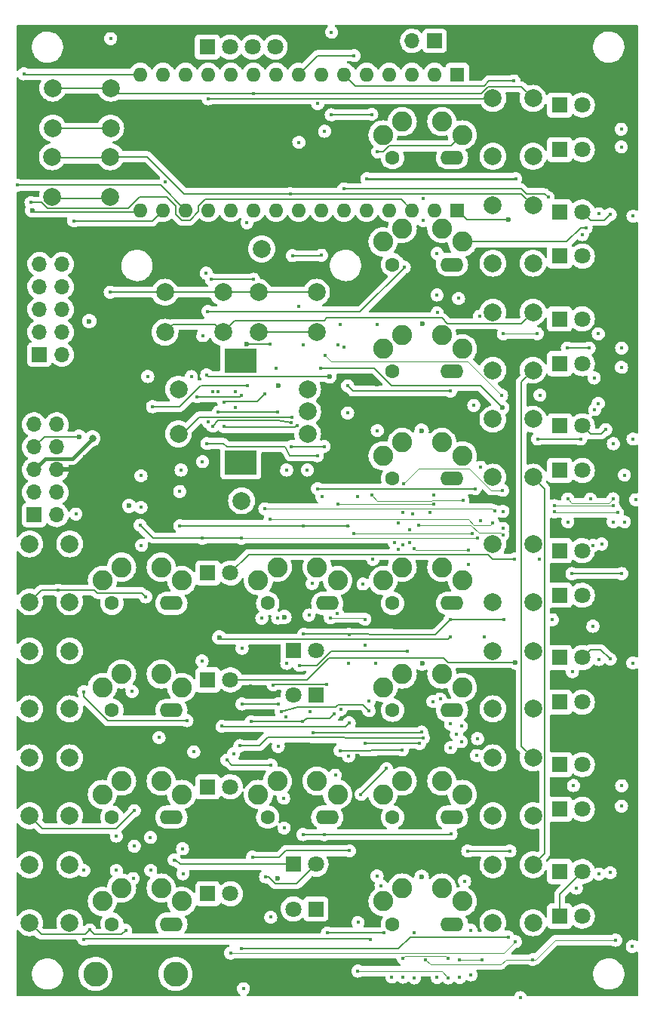
<source format=gbr>
%TF.GenerationSoftware,KiCad,Pcbnew,(6.0.1)*%
%TF.CreationDate,2022-11-20T20:48:52-08:00*%
%TF.ProjectId,main_board,6d61696e-5f62-46f6-9172-642e6b696361,4.0*%
%TF.SameCoordinates,Original*%
%TF.FileFunction,Copper,L3,Inr*%
%TF.FilePolarity,Positive*%
%FSLAX46Y46*%
G04 Gerber Fmt 4.6, Leading zero omitted, Abs format (unit mm)*
G04 Created by KiCad (PCBNEW (6.0.1)) date 2022-11-20 20:48:52*
%MOMM*%
%LPD*%
G01*
G04 APERTURE LIST*
%TA.AperFunction,ComponentPad*%
%ADD10R,1.800000X1.800000*%
%TD*%
%TA.AperFunction,ComponentPad*%
%ADD11C,1.800000*%
%TD*%
%TA.AperFunction,ComponentPad*%
%ADD12C,2.000000*%
%TD*%
%TA.AperFunction,ComponentPad*%
%ADD13C,2.250000*%
%TD*%
%TA.AperFunction,ComponentPad*%
%ADD14O,2.600000X1.600000*%
%TD*%
%TA.AperFunction,ComponentPad*%
%ADD15C,1.600000*%
%TD*%
%TA.AperFunction,ComponentPad*%
%ADD16R,3.600000X2.800000*%
%TD*%
%TA.AperFunction,ComponentPad*%
%ADD17R,1.700000X1.700000*%
%TD*%
%TA.AperFunction,ComponentPad*%
%ADD18O,1.700000X1.700000*%
%TD*%
%TA.AperFunction,ComponentPad*%
%ADD19R,1.600000X1.600000*%
%TD*%
%TA.AperFunction,ComponentPad*%
%ADD20O,1.600000X1.600000*%
%TD*%
%TA.AperFunction,ComponentPad*%
%ADD21C,2.800000*%
%TD*%
%TA.AperFunction,ViaPad*%
%ADD22C,0.450000*%
%TD*%
%TA.AperFunction,ViaPad*%
%ADD23C,0.600000*%
%TD*%
%TA.AperFunction,ViaPad*%
%ADD24C,0.800000*%
%TD*%
%TA.AperFunction,Conductor*%
%ADD25C,0.200000*%
%TD*%
%TA.AperFunction,Conductor*%
%ADD26C,0.250000*%
%TD*%
%TA.AperFunction,Conductor*%
%ADD27C,0.120000*%
%TD*%
%TA.AperFunction,Conductor*%
%ADD28C,0.400000*%
%TD*%
G04 APERTURE END LIST*
D10*
X111500000Y-88520000D03*
D11*
X114040000Y-88520000D03*
D10*
X111500000Y-138500000D03*
D11*
X114040000Y-138500000D03*
D10*
X111500000Y-121500000D03*
D11*
X114040000Y-121500000D03*
D12*
X104000000Y-139250000D03*
X104000000Y-132750000D03*
X108500000Y-139250000D03*
X108500000Y-132750000D03*
D10*
X84140000Y-125700000D03*
D11*
X81600000Y-125700000D03*
D12*
X104000000Y-151250000D03*
X104000000Y-144750000D03*
X108500000Y-144750000D03*
X108500000Y-151250000D03*
D13*
X91670000Y-148850000D03*
X100570000Y-148850000D03*
X93820000Y-147350000D03*
X98270000Y-147350000D03*
D14*
X99410000Y-151400000D03*
D15*
X92730000Y-151400000D03*
D12*
X104000000Y-58750000D03*
X104000000Y-65250000D03*
X108500000Y-65250000D03*
X108500000Y-58750000D03*
D10*
X111500000Y-100500000D03*
D11*
X114040000Y-100500000D03*
D10*
X111500000Y-59500000D03*
D11*
X114040000Y-59500000D03*
D12*
X104000000Y-127250000D03*
X104000000Y-120750000D03*
X108500000Y-127250000D03*
X108500000Y-120750000D03*
D10*
X111500000Y-145500000D03*
D11*
X114040000Y-145500000D03*
D12*
X61100000Y-62100000D03*
X54600000Y-62100000D03*
X54600000Y-57600000D03*
X61100000Y-57600000D03*
D10*
X111500000Y-71500000D03*
D11*
X114040000Y-71500000D03*
D13*
X91670000Y-62850000D03*
X100570000Y-62850000D03*
X93820000Y-61350000D03*
X98270000Y-61350000D03*
D14*
X99410000Y-65400000D03*
D15*
X92730000Y-65400000D03*
D12*
X104000000Y-82750000D03*
X104000000Y-89250000D03*
X108500000Y-82750000D03*
X108500000Y-89250000D03*
D13*
X77670000Y-112850000D03*
X86570000Y-112850000D03*
X79820000Y-111350000D03*
X84270000Y-111350000D03*
D14*
X85410000Y-115400000D03*
D15*
X78730000Y-115400000D03*
D12*
X61050000Y-69800000D03*
X54550000Y-69800000D03*
X54550000Y-65300000D03*
X61050000Y-65300000D03*
X52000000Y-144750000D03*
X52000000Y-151250000D03*
X56500000Y-144750000D03*
X56500000Y-151250000D03*
X68700000Y-96400000D03*
X68700000Y-91400000D03*
D16*
X75700000Y-99600000D03*
X75700000Y-88200000D03*
D12*
X83200000Y-96400000D03*
X83200000Y-91400000D03*
X83200000Y-93900000D03*
D10*
X72000000Y-112000000D03*
D11*
X74540000Y-112000000D03*
D12*
X104000000Y-108750000D03*
X104000000Y-115250000D03*
X108500000Y-108750000D03*
X108500000Y-115250000D03*
X52000000Y-108750000D03*
X52000000Y-115250000D03*
X56500000Y-115250000D03*
X56500000Y-108750000D03*
D10*
X81600000Y-144700000D03*
D11*
X84140000Y-144700000D03*
D10*
X111500000Y-64500000D03*
D11*
X114040000Y-64500000D03*
D13*
X77670000Y-136850000D03*
X86570000Y-136850000D03*
X79820000Y-135350000D03*
X84270000Y-135350000D03*
D14*
X85410000Y-139400000D03*
D15*
X78730000Y-139400000D03*
D10*
X81600000Y-120700000D03*
D11*
X84140000Y-120700000D03*
D12*
X52000000Y-132750000D03*
X52000000Y-139250000D03*
X56500000Y-139250000D03*
X56500000Y-132750000D03*
D13*
X91670000Y-112850000D03*
X100570000Y-112850000D03*
X93820000Y-111350000D03*
X98270000Y-111350000D03*
D14*
X99410000Y-115400000D03*
D15*
X92730000Y-115400000D03*
D10*
X72000000Y-136000000D03*
D11*
X74540000Y-136000000D03*
D10*
X111500000Y-133500000D03*
D11*
X114040000Y-133500000D03*
D10*
X84140000Y-149700000D03*
D11*
X81600000Y-149700000D03*
D10*
X72000000Y-124000000D03*
D11*
X74540000Y-124000000D03*
D13*
X60170000Y-112850000D03*
X69070000Y-112850000D03*
X62320000Y-111350000D03*
X66770000Y-111350000D03*
D14*
X67910000Y-115400000D03*
D15*
X61230000Y-115400000D03*
D10*
X111500000Y-95500000D03*
D11*
X114040000Y-95500000D03*
D13*
X60170000Y-124850000D03*
X69070000Y-124850000D03*
X62320000Y-123350000D03*
X66770000Y-123350000D03*
D14*
X67910000Y-127400000D03*
D15*
X61230000Y-127400000D03*
D13*
X60170000Y-136850000D03*
X69070000Y-136850000D03*
X62320000Y-135350000D03*
X66770000Y-135350000D03*
D14*
X67910000Y-139400000D03*
D15*
X61230000Y-139400000D03*
D13*
X91670000Y-136850000D03*
X100570000Y-136850000D03*
X93820000Y-135350000D03*
X98270000Y-135350000D03*
D14*
X99410000Y-139400000D03*
D15*
X92730000Y-139400000D03*
D10*
X111500000Y-150500000D03*
D11*
X114040000Y-150500000D03*
D10*
X111500000Y-126500000D03*
D11*
X114040000Y-126500000D03*
D12*
X104000000Y-94750000D03*
X104000000Y-101250000D03*
X108500000Y-94750000D03*
X108500000Y-101250000D03*
D10*
X111500000Y-83500000D03*
D11*
X114040000Y-83500000D03*
D10*
X111500000Y-76450000D03*
D11*
X114040000Y-76450000D03*
D13*
X91670000Y-86850000D03*
X100570000Y-86850000D03*
X93820000Y-85350000D03*
X98270000Y-85350000D03*
D14*
X99410000Y-89400000D03*
D15*
X92730000Y-89400000D03*
D12*
X104000000Y-70750000D03*
X104000000Y-77250000D03*
X108500000Y-70750000D03*
X108500000Y-77250000D03*
D13*
X91670000Y-124850000D03*
X100570000Y-124850000D03*
X93820000Y-123350000D03*
X98270000Y-123350000D03*
D14*
X99410000Y-127400000D03*
D15*
X92730000Y-127400000D03*
D13*
X91670000Y-98850000D03*
X100570000Y-98850000D03*
X93820000Y-97350000D03*
X98270000Y-97350000D03*
D14*
X99410000Y-101400000D03*
D15*
X92730000Y-101400000D03*
D10*
X111500000Y-114500000D03*
D11*
X114040000Y-114500000D03*
D13*
X60170000Y-148850000D03*
X69070000Y-148850000D03*
X62320000Y-147350000D03*
X66770000Y-147350000D03*
D14*
X67910000Y-151400000D03*
D15*
X61230000Y-151400000D03*
D10*
X71940000Y-53000000D03*
D11*
X74480000Y-53000000D03*
X77020000Y-53000000D03*
X79560000Y-53000000D03*
D12*
X52000000Y-120750000D03*
X52000000Y-127250000D03*
X56500000Y-120750000D03*
X56500000Y-127250000D03*
D13*
X91670000Y-74850000D03*
X100570000Y-74850000D03*
X93820000Y-73350000D03*
X98270000Y-73350000D03*
D14*
X99410000Y-77400000D03*
D15*
X92730000Y-77400000D03*
D10*
X111500000Y-109500000D03*
D11*
X114040000Y-109500000D03*
D10*
X72000000Y-148000000D03*
D11*
X74540000Y-148000000D03*
D12*
X77700000Y-80500000D03*
X84200000Y-80500000D03*
X77700000Y-85000000D03*
X84200000Y-85000000D03*
X73700000Y-80500000D03*
X67200000Y-80500000D03*
X67200000Y-85000000D03*
X73700000Y-85000000D03*
D17*
X97475000Y-52300000D03*
D18*
X94935000Y-52300000D03*
D19*
X100000000Y-56060000D03*
D20*
X97460000Y-56060000D03*
X94920000Y-56060000D03*
X92380000Y-56060000D03*
X89840000Y-56060000D03*
X87300000Y-56060000D03*
X84760000Y-56060000D03*
X82220000Y-56060000D03*
X79680000Y-56060000D03*
X77140000Y-56060000D03*
X74600000Y-56060000D03*
X72060000Y-56060000D03*
X69520000Y-56060000D03*
X66980000Y-56060000D03*
X64440000Y-56060000D03*
D17*
X53100000Y-87500000D03*
D18*
X55640000Y-87500000D03*
X53100000Y-84960000D03*
X55640000Y-84960000D03*
X53100000Y-82420000D03*
X55640000Y-82420000D03*
X53100000Y-79880000D03*
X55640000Y-79880000D03*
X53100000Y-77340000D03*
X55640000Y-77340000D03*
D12*
X75800000Y-103900000D03*
D19*
X100000000Y-71300000D03*
D20*
X97460000Y-71300000D03*
X94920000Y-71300000D03*
X92380000Y-71300000D03*
X89840000Y-71300000D03*
X87300000Y-71300000D03*
X84760000Y-71300000D03*
X82220000Y-71300000D03*
X79680000Y-71300000D03*
X77140000Y-71300000D03*
X74600000Y-71300000D03*
X72060000Y-71300000D03*
X69520000Y-71300000D03*
X66980000Y-71300000D03*
X64440000Y-71300000D03*
D17*
X52500000Y-105500000D03*
D18*
X55040000Y-105500000D03*
X52500000Y-102960000D03*
X55040000Y-102960000D03*
X52500000Y-100420000D03*
X55040000Y-100420000D03*
X52500000Y-97880000D03*
X55040000Y-97880000D03*
X52500000Y-95340000D03*
X55040000Y-95340000D03*
D12*
X78050000Y-75650000D03*
D21*
X59400000Y-157000000D03*
X68375000Y-157000000D03*
D22*
X94950000Y-105400000D03*
X52150000Y-70450000D03*
X61050000Y-80500000D03*
X83175000Y-100450000D03*
X80850000Y-100450000D03*
X84830000Y-103450000D03*
X79680000Y-89039031D03*
X84750000Y-76350000D03*
X81500000Y-76400000D03*
X81400000Y-94500000D03*
D23*
X106500000Y-122050000D03*
X105700000Y-72350000D03*
D22*
X89850000Y-67750000D03*
X106550000Y-67750000D03*
X105700000Y-152850000D03*
X75750000Y-154150000D03*
X62775000Y-152075000D03*
X51350000Y-56000000D03*
X58745489Y-152045489D03*
D23*
X57550000Y-96700000D03*
X52300000Y-71300000D03*
D22*
X63750000Y-138675000D03*
X85884511Y-51325000D03*
X84350000Y-59350000D03*
X66525000Y-130475000D03*
X69000000Y-100450000D03*
X70425000Y-132075000D03*
X61100000Y-52050000D03*
X96175000Y-72475000D03*
X97735000Y-157385000D03*
X100625000Y-103825000D03*
X88850000Y-103450000D03*
X116210000Y-108760000D03*
X63625000Y-146275000D03*
X71362500Y-121862500D03*
X90375000Y-103250000D03*
X63750000Y-142650000D03*
X96200000Y-69975000D03*
X88400000Y-53950000D03*
X88400000Y-107550000D03*
X100450000Y-129200000D03*
X82220000Y-63680000D03*
X101650000Y-107550000D03*
X100450000Y-130925000D03*
X85115000Y-62435000D03*
X99250000Y-128950000D03*
X90098682Y-126348682D03*
X97350000Y-103250000D03*
X97350000Y-104300000D03*
X86600000Y-104300000D03*
X86600000Y-86400000D03*
X82750000Y-86400000D03*
X99250000Y-131600000D03*
X74550000Y-154650000D03*
X110199031Y-69850969D03*
X87275000Y-68900000D03*
X106525000Y-153350000D03*
D23*
X79912500Y-90962500D03*
X96050000Y-122150000D03*
D24*
X59050000Y-96900000D03*
D22*
X115895000Y-145780000D03*
X115895000Y-71705000D03*
D23*
X96000000Y-96050000D03*
D22*
X79070000Y-150630000D03*
X115425000Y-93675000D03*
X65800000Y-93350000D03*
D23*
X96000000Y-146100000D03*
D22*
X83500000Y-127550000D03*
X67250000Y-68150000D03*
X61735000Y-141515000D03*
D23*
X58700000Y-83750000D03*
D22*
X64550000Y-108900000D03*
X115895000Y-121705000D03*
D23*
X96050000Y-84000000D03*
D22*
X76000000Y-158650000D03*
D23*
X80600000Y-116950000D03*
X63175000Y-104475000D03*
D22*
X76425000Y-90975000D03*
X94400000Y-120800000D03*
X65555000Y-141670000D03*
X82300000Y-122375000D03*
X57852500Y-141482500D03*
D23*
X91000000Y-116850000D03*
D22*
X69987500Y-140012500D03*
D23*
X91050000Y-77900000D03*
X88800000Y-132550000D03*
D22*
X119705000Y-64100000D03*
X72995000Y-145480000D03*
X119705000Y-88645000D03*
X76800000Y-124650000D03*
X56300000Y-90350000D03*
D23*
X58225000Y-99025000D03*
D22*
X119705000Y-137995000D03*
X91037500Y-140550000D03*
D23*
X91037500Y-90812500D03*
D22*
X111525000Y-158650000D03*
X76970000Y-149290000D03*
X119705000Y-113995000D03*
X87700000Y-94050000D03*
X93925000Y-157350000D03*
X87300000Y-86650000D03*
X112400000Y-103700000D03*
X87700000Y-91000000D03*
X99250000Y-91600000D03*
X112400000Y-106275000D03*
X93925000Y-155225000D03*
X100150000Y-81200000D03*
X105225000Y-117250000D03*
X82700000Y-106700000D03*
X100275000Y-157400000D03*
X68850000Y-106700000D03*
X99300000Y-141250000D03*
X99200000Y-117250000D03*
X87850000Y-118900000D03*
X85050000Y-141362011D03*
X87700000Y-106700000D03*
X99005000Y-155255000D03*
X82700000Y-141350000D03*
X117480000Y-103695000D03*
X110675000Y-117250000D03*
X86150000Y-127850000D03*
X82750000Y-118875000D03*
X86900000Y-84150000D03*
X82650000Y-128700000D03*
X76850000Y-128700000D03*
X68850000Y-102850000D03*
X118750000Y-106275000D03*
X64500000Y-104650000D03*
X64500000Y-101100000D03*
X96000000Y-129850000D03*
X83825000Y-129925000D03*
X63500000Y-125300000D03*
X56950000Y-72500000D03*
X55200000Y-113950489D03*
X50650000Y-68500000D03*
X65025000Y-114675000D03*
X109250000Y-110450000D03*
X106450000Y-110450000D03*
X97735000Y-80815000D03*
X97740480Y-76159520D03*
X97750000Y-82800000D03*
X79900000Y-126700000D03*
X75850000Y-126700000D03*
X75850000Y-120450000D03*
X79900480Y-131475000D03*
X71875000Y-89775000D03*
D23*
X85650000Y-89950000D03*
D22*
X87750000Y-122100000D03*
D23*
X73300000Y-119250000D03*
D22*
X72525000Y-91700000D03*
X99225000Y-119200000D03*
D23*
X79800000Y-146250000D03*
D22*
X73175000Y-91700000D03*
X79800000Y-93950000D03*
X73175000Y-93950000D03*
X73800000Y-92825000D03*
X78400000Y-91950000D03*
X105900489Y-143199511D03*
X104250000Y-105070000D03*
X101175000Y-143200000D03*
X78400000Y-104800000D03*
X85725000Y-117025000D03*
X89625000Y-120100000D03*
X89625000Y-117200000D03*
X114040000Y-74040000D03*
X73825000Y-95575000D03*
X82200000Y-82100244D03*
X81999511Y-95450489D03*
X71999855Y-82650145D03*
X72024511Y-95025489D03*
X94050000Y-77700000D03*
X72525000Y-95525000D03*
X81375000Y-97800000D03*
X81375000Y-95150000D03*
X85050000Y-97800000D03*
X84300000Y-102550000D03*
X84300000Y-98850000D03*
X71900000Y-97475000D03*
X101994511Y-102550000D03*
X101850000Y-93200000D03*
X72400000Y-79050000D03*
X75125000Y-93400000D03*
X77150000Y-79050000D03*
X75100000Y-91700000D03*
X75775000Y-92050000D03*
X70750000Y-92225000D03*
X117525000Y-97500000D03*
X80510000Y-137260000D03*
X96175000Y-130500000D03*
X75600000Y-131375000D03*
X78065000Y-117085000D03*
X86825000Y-131925000D03*
X86925000Y-127325000D03*
X93845000Y-131855000D03*
X79075000Y-133550000D03*
X74150000Y-133000000D03*
X58075000Y-145375000D03*
X90245489Y-153095489D03*
X92050000Y-133950000D03*
X89188569Y-136838569D03*
X58075000Y-153100000D03*
X95775000Y-131125000D03*
X89675000Y-131125000D03*
X83350000Y-116725000D03*
X79335000Y-124565000D03*
X85375000Y-124500000D03*
X74900000Y-132275000D03*
X79837500Y-117062500D03*
X80862500Y-122137500D03*
X80800000Y-128175000D03*
X73600000Y-129200000D03*
X87875000Y-128825000D03*
X80570000Y-140630000D03*
X115225000Y-108925000D03*
X115225000Y-117975000D03*
X107075000Y-159650000D03*
X78487989Y-146087011D03*
X69165000Y-142940000D03*
X69225000Y-145750000D03*
X117165000Y-71765000D03*
X115375000Y-90125000D03*
X116665358Y-95915358D03*
X118400480Y-62200480D03*
X118400480Y-64200480D03*
X91050000Y-64750000D03*
X91025000Y-84125000D03*
X114450000Y-73275000D03*
X102500000Y-83200000D03*
X119725000Y-71975000D03*
X118449520Y-86775480D03*
X118435000Y-88925000D03*
X91025000Y-96025000D03*
X112349520Y-86775480D03*
X114799520Y-86775480D03*
X109025000Y-96975000D03*
X119725000Y-96975000D03*
X113850000Y-96975000D03*
X90850000Y-122100000D03*
X118450000Y-112075000D03*
X112875000Y-112075000D03*
X119700000Y-122100000D03*
X112925000Y-123075000D03*
X118450000Y-135875000D03*
X113050000Y-135850000D03*
X118435000Y-138160000D03*
X91000000Y-146000000D03*
X119650000Y-153900000D03*
X117165000Y-121665000D03*
X117165000Y-145635000D03*
X113362500Y-147362500D03*
X77150000Y-58249511D03*
X81249511Y-69450489D03*
X106350000Y-56800000D03*
X84650000Y-89000000D03*
X90400000Y-60550000D03*
D23*
X105050489Y-93450489D03*
D22*
X85859511Y-60590489D03*
X72050000Y-58800000D03*
X104000000Y-106375000D03*
X79000000Y-86300000D03*
X79000000Y-106000000D03*
X76400489Y-72700000D03*
D23*
X76400000Y-86300000D03*
D22*
X71450000Y-85375000D03*
X71825000Y-78350000D03*
X77035000Y-143885000D03*
X83725000Y-113175000D03*
X87900000Y-143175000D03*
X80244511Y-127575489D03*
X57200000Y-105400000D03*
X99900000Y-130100000D03*
X58075489Y-125324511D03*
X90100000Y-127450489D03*
X69655479Y-128569521D03*
X71400000Y-108100000D03*
X71400000Y-99512500D03*
X102162500Y-132487500D03*
X102300000Y-108100000D03*
X75800000Y-108100000D03*
X65262500Y-89962500D03*
X102275000Y-130600000D03*
X64400000Y-106650000D03*
X70150000Y-89975000D03*
X85200000Y-87625000D03*
X104975000Y-92050000D03*
X109275000Y-92050000D03*
X109000000Y-85150000D03*
X115825000Y-85175000D03*
X118750000Y-101025000D03*
X115825000Y-92975000D03*
X105175000Y-85175000D03*
X117500000Y-106275000D03*
X110925000Y-104450000D03*
X117500000Y-104450000D03*
X102625000Y-106175000D03*
X102625000Y-100150000D03*
X86550000Y-116550000D03*
X95150000Y-152350000D03*
X102813489Y-155386511D03*
X100275000Y-155375000D03*
X103000000Y-119175000D03*
X88862500Y-151212500D03*
X99005000Y-157430000D03*
X88850000Y-156675000D03*
X95195000Y-157430000D03*
X100825000Y-146575000D03*
X68215000Y-144210000D03*
X61735000Y-145375000D03*
X65585000Y-145375000D03*
X93975000Y-102000000D03*
X92950000Y-108600000D03*
X105075000Y-102725000D03*
X105125000Y-105100000D03*
X105125000Y-107000000D03*
X110925000Y-105145000D03*
X117978034Y-105225000D03*
X94675000Y-108575000D03*
X120020000Y-103780000D03*
X94650000Y-107125000D03*
X95150000Y-109250000D03*
X101250000Y-109425000D03*
X101250000Y-111075000D03*
X95625000Y-106625000D03*
X105125000Y-107725000D03*
X89432621Y-113232621D03*
X93400000Y-109375000D03*
X93400000Y-106425000D03*
X85425000Y-152400000D03*
X87800000Y-132550000D03*
X86315663Y-134684337D03*
X91750000Y-152400000D03*
X93900000Y-108850000D03*
X93900000Y-105225000D03*
X101550000Y-152100000D03*
X97250000Y-126425000D03*
X98100000Y-126150000D03*
X101550000Y-157100000D03*
X96950000Y-105225000D03*
X90538480Y-110488480D03*
X91450000Y-147075000D03*
X92650000Y-157325000D03*
X96465000Y-155450000D03*
X114940000Y-103710000D03*
X108475000Y-155375000D03*
X117775000Y-153200000D03*
D25*
X93720000Y-70100000D02*
X94920000Y-71300000D01*
X69975433Y-72399511D02*
X70950000Y-71424944D01*
X67425922Y-69850000D02*
X68420489Y-70844567D01*
X52150000Y-70450000D02*
X53362213Y-70450000D01*
X63075489Y-71099511D02*
X64325000Y-69850000D01*
X64325000Y-69850000D02*
X67425922Y-69850000D01*
X70950000Y-71424944D02*
X70950000Y-70855056D01*
X69064567Y-72399511D02*
X69975433Y-72399511D01*
X54011724Y-71099511D02*
X63075489Y-71099511D01*
X68420489Y-71755433D02*
X69064567Y-72399511D01*
X70950000Y-70855056D02*
X71705056Y-70100000D01*
X68420489Y-70844567D02*
X68420489Y-71755433D01*
X53362213Y-70450000D02*
X54011724Y-71099511D01*
X71705056Y-70100000D02*
X93720000Y-70100000D01*
X54650000Y-69950000D02*
X61150000Y-69950000D01*
X73700000Y-80500000D02*
X77700000Y-80500000D01*
X54600000Y-62100000D02*
X61100000Y-62100000D01*
X77700000Y-80500000D02*
X84200000Y-80500000D01*
X61050000Y-80500000D02*
X67200000Y-80500000D01*
X67200000Y-80500000D02*
X73700000Y-80500000D01*
X81500000Y-76400000D02*
X84700000Y-76400000D01*
X84700000Y-76400000D02*
X84750000Y-76350000D01*
X71025000Y-94500000D02*
X69200000Y-96400000D01*
X81400000Y-94500000D02*
X71025000Y-94500000D01*
X100000000Y-71300000D02*
X101050000Y-72350000D01*
X85549511Y-121550489D02*
X83100000Y-124000000D01*
X83100000Y-124000000D02*
X74540000Y-124000000D01*
X98984564Y-122050000D02*
X98485053Y-121550489D01*
X98485053Y-121550489D02*
X85549511Y-121550489D01*
X106500000Y-122050000D02*
X98984564Y-122050000D01*
X101050000Y-72350000D02*
X105700000Y-72350000D01*
D26*
X106550000Y-67750000D02*
X89850000Y-67750000D01*
D25*
X94700000Y-152850000D02*
X105700000Y-152850000D01*
X75750000Y-154150000D02*
X93400000Y-154150000D01*
X93400000Y-154150000D02*
X94700000Y-152850000D01*
X62280479Y-152569521D02*
X62775000Y-152075000D01*
X52500000Y-97880000D02*
X53649511Y-96730489D01*
X58745489Y-152045489D02*
X59269521Y-152569521D01*
X53299511Y-152549511D02*
X52000000Y-151250000D01*
X59269521Y-152569521D02*
X62280479Y-152569521D01*
X58241467Y-152549511D02*
X53299511Y-152549511D01*
X58745489Y-152045489D02*
X58241467Y-152549511D01*
X53649511Y-96730489D02*
X57519511Y-96730489D01*
X64440000Y-56060000D02*
X51410000Y-56060000D01*
X51410000Y-56060000D02*
X51350000Y-56000000D01*
X57519511Y-96730489D02*
X57550000Y-96700000D01*
X63750000Y-138675000D02*
X61750000Y-140675000D01*
X61750000Y-140675000D02*
X53425000Y-140675000D01*
X53425000Y-140675000D02*
X52000000Y-139250000D01*
X64240969Y-71499031D02*
X52499031Y-71499031D01*
X64440000Y-71300000D02*
X64240969Y-71499031D01*
X52499031Y-71499031D02*
X52300000Y-71300000D01*
D27*
X90375000Y-103250000D02*
X91050000Y-103925000D01*
X97100000Y-103925000D02*
X97200000Y-103825000D01*
X91050000Y-103925000D02*
X97100000Y-103925000D01*
X97200000Y-103825000D02*
X100625000Y-103825000D01*
D25*
X84330000Y-53950000D02*
X82220000Y-56060000D01*
D27*
X88400000Y-107550000D02*
X101650000Y-107550000D01*
D25*
X88400000Y-53950000D02*
X84330000Y-53950000D01*
D27*
X86600000Y-104300000D02*
X97350000Y-104300000D01*
X74574511Y-154674511D02*
X74550000Y-154650000D01*
D25*
X107765495Y-69450489D02*
X107215006Y-68900000D01*
X109798551Y-69450489D02*
X107765495Y-69450489D01*
D27*
X105200489Y-154674511D02*
X74574511Y-154674511D01*
D25*
X107195003Y-68900000D02*
X87275000Y-68900000D01*
X110199031Y-69850969D02*
X109798551Y-69450489D01*
D27*
X106525000Y-153350000D02*
X105200489Y-154674511D01*
D25*
X71175000Y-90975000D02*
X68800000Y-93350000D01*
D28*
X52500000Y-100420000D02*
X53749511Y-99170489D01*
D25*
X85838230Y-120800000D02*
X94400000Y-120800000D01*
D28*
X56779511Y-99170489D02*
X59050000Y-96900000D01*
D25*
X68800000Y-93350000D02*
X65800000Y-93350000D01*
X84263230Y-122375000D02*
X85838230Y-120800000D01*
X82300000Y-122375000D02*
X84263230Y-122375000D01*
D28*
X53749511Y-99170489D02*
X56779511Y-99170489D01*
D25*
X76425000Y-90975000D02*
X71275000Y-90975000D01*
X88300000Y-91600000D02*
X87700000Y-91000000D01*
X85050000Y-141362011D02*
X99187989Y-141362011D01*
X99187989Y-141362011D02*
X99300000Y-141250000D01*
D27*
X112400000Y-103700000D02*
X112850000Y-104150000D01*
X93925000Y-155225000D02*
X94175000Y-154975000D01*
D25*
X97550000Y-118900000D02*
X99200000Y-117250000D01*
X85708095Y-128291905D02*
X86150000Y-127850000D01*
X76850000Y-128700000D02*
X82650000Y-128700000D01*
D27*
X117025000Y-104150000D02*
X117480000Y-103695000D01*
D25*
X99250000Y-91600000D02*
X88300000Y-91600000D01*
X82750000Y-118875000D02*
X97550000Y-118900000D01*
D27*
X98725000Y-154975000D02*
X99005000Y-155255000D01*
D25*
X68850000Y-106700000D02*
X85050489Y-106699511D01*
D27*
X94175000Y-154975000D02*
X98725000Y-154975000D01*
D26*
X85037989Y-141350000D02*
X85050000Y-141362011D01*
D25*
X85050489Y-106699511D02*
X87849511Y-106699511D01*
X82700000Y-141350000D02*
X85037989Y-141350000D01*
X99200000Y-117250000D02*
X105225000Y-117250000D01*
X83108095Y-128291905D02*
X85708095Y-128291905D01*
X82650000Y-128700000D02*
X83108095Y-128291905D01*
D27*
X112850000Y-104150000D02*
X117025000Y-104150000D01*
D25*
X83825000Y-129925000D02*
X95900000Y-129950000D01*
X56950000Y-72500000D02*
X65780000Y-72500000D01*
X65780000Y-72500000D02*
X66980000Y-71300000D01*
X55249511Y-113950489D02*
X59255925Y-113950489D01*
X60809564Y-114225000D02*
X64575000Y-114225000D01*
X66720489Y-68500489D02*
X50650000Y-68500489D01*
X53299511Y-113950489D02*
X55249511Y-113950489D01*
X52000000Y-115250000D02*
X53299511Y-113950489D01*
X69520000Y-71300000D02*
X66720489Y-68500489D01*
X64575000Y-114225000D02*
X65025000Y-114675000D01*
X59605959Y-114300523D02*
X60734041Y-114300523D01*
X60734041Y-114300523D02*
X60809564Y-114225000D01*
X59255925Y-113950489D02*
X59605959Y-114300523D01*
X103950000Y-110450000D02*
X106450000Y-110450000D01*
X103425489Y-109925489D02*
X76614511Y-109925489D01*
X103425489Y-109925489D02*
X103950000Y-110450000D01*
X76614511Y-109925489D02*
X74540000Y-112000000D01*
X79900000Y-126700000D02*
X75850000Y-126700000D01*
X72050000Y-89950000D02*
X85600000Y-89950000D01*
X71875000Y-89775000D02*
X72050000Y-89950000D01*
X73300000Y-119250000D02*
X73474511Y-119424511D01*
X73499511Y-119399511D02*
X73300000Y-119200000D01*
X98925489Y-119424511D02*
X98950489Y-119399511D01*
X73474511Y-119424511D02*
X98925489Y-119424511D01*
X99225000Y-119200000D02*
X98950489Y-119399511D01*
X79800000Y-93950000D02*
X73175000Y-93950000D01*
X78400000Y-91950000D02*
X77550000Y-92800000D01*
X101175000Y-143200000D02*
X105900000Y-143200000D01*
D27*
X78400000Y-104800000D02*
X103900000Y-104800000D01*
X103900000Y-104800000D02*
X104250000Y-105150000D01*
D25*
X105900000Y-143200000D02*
X105900489Y-143199511D01*
X77550000Y-92800000D02*
X73800000Y-92800000D01*
D27*
X85725000Y-117025000D02*
X89450000Y-117025000D01*
X89450000Y-117025000D02*
X89625000Y-117200000D01*
D25*
X73924511Y-95674511D02*
X73825000Y-95575000D01*
X81999511Y-95450489D02*
X81775489Y-95674511D01*
X81775489Y-95674511D02*
X73924511Y-95674511D01*
X73825000Y-95575000D02*
X73874511Y-95649511D01*
X94050000Y-77700000D02*
X94050000Y-77733954D01*
X89083954Y-82700000D02*
X72000000Y-82700000D01*
X94050000Y-77733954D02*
X89083954Y-82700000D01*
X73150480Y-94899520D02*
X79861733Y-94899520D01*
X81375000Y-97800000D02*
X85050000Y-97800000D01*
X79861733Y-94899520D02*
X81375000Y-95150000D01*
X72525000Y-95525000D02*
X73150480Y-94899520D01*
X81200000Y-98850000D02*
X80693095Y-97849511D01*
X74149511Y-97849511D02*
X73775000Y-97475000D01*
X80693095Y-97849511D02*
X74149511Y-97849511D01*
X73775000Y-97475000D02*
X71900000Y-97475000D01*
X101774991Y-102569520D02*
X84319520Y-102569520D01*
X84300000Y-98850000D02*
X83900489Y-98849511D01*
X83900489Y-98849511D02*
X81200000Y-98850000D01*
X101994511Y-102550000D02*
X101774991Y-102569520D01*
X72400000Y-79050000D02*
X77150000Y-79050000D01*
X70750000Y-92225000D02*
X75600000Y-92225000D01*
X75600000Y-92225000D02*
X75775000Y-92050000D01*
X96175000Y-130500000D02*
X78706416Y-130450000D01*
X78706416Y-130450000D02*
X77781416Y-131375000D01*
X77781416Y-131375000D02*
X75675000Y-131375000D01*
X79075000Y-133550000D02*
X74700000Y-133550000D01*
X86825000Y-131925000D02*
X93845000Y-131855000D01*
X74700000Y-133550000D02*
X74150000Y-133000000D01*
X58075000Y-153100000D02*
X58089511Y-153085489D01*
X89188569Y-136838569D02*
X92050000Y-133977138D01*
X58089511Y-153085489D02*
X90235489Y-153085489D01*
X90235489Y-153085489D02*
X90245489Y-153095489D01*
X95775000Y-131125000D02*
X89675000Y-131125000D01*
X85375000Y-124500000D02*
X79399511Y-124500489D01*
X79399511Y-124500489D02*
X79335000Y-124565000D01*
X73624511Y-129224511D02*
X73600000Y-129200000D01*
X87475489Y-129224511D02*
X73624511Y-129224511D01*
X87875000Y-128825000D02*
X87475489Y-129224511D01*
X78789173Y-146087011D02*
X79551673Y-146849511D01*
X78487989Y-146087011D02*
X78789173Y-146087011D01*
X79551673Y-146849511D02*
X81990489Y-146849511D01*
X81990489Y-146849511D02*
X84140000Y-144700000D01*
X114940000Y-72400000D02*
X116530000Y-72400000D01*
X114040000Y-71500000D02*
X114940000Y-72400000D01*
X116530000Y-72400000D02*
X117165000Y-71765000D01*
X116180717Y-96400000D02*
X116665358Y-95915358D01*
X114940000Y-96400000D02*
X116180717Y-96400000D01*
X114040000Y-95500000D02*
X114940000Y-96400000D01*
X91726046Y-64750000D02*
X92376046Y-64100000D01*
X99320000Y-64100000D02*
X100570000Y-62850000D01*
X92376046Y-64100000D02*
X99320000Y-64100000D01*
X91050000Y-64750000D02*
X91726046Y-64750000D01*
X100570000Y-74850000D02*
X112275000Y-74850000D01*
X112275000Y-74850000D02*
X113850000Y-73275000D01*
X113850000Y-73275000D02*
X114450000Y-73275000D01*
X114799520Y-86775480D02*
X112349520Y-86775480D01*
X109025000Y-96975000D02*
X113850000Y-96975000D01*
X112875000Y-112075000D02*
X114600000Y-112075000D01*
X114600000Y-112075000D02*
X118450000Y-112075000D01*
X117165000Y-121665000D02*
X116100000Y-120600000D01*
X116100000Y-120600000D02*
X114940000Y-120600000D01*
X114940000Y-120600000D02*
X114040000Y-121500000D01*
X111500000Y-148040000D02*
X114040000Y-145500000D01*
X111500000Y-150500000D02*
X111500000Y-148600000D01*
X111500000Y-148600000D02*
X111500000Y-148040000D01*
X107200489Y-57450489D02*
X108500000Y-58750000D01*
X54600000Y-57600000D02*
X61100000Y-57600000D01*
X77150000Y-58249511D02*
X61749511Y-58249511D01*
X61749511Y-58249511D02*
X61100000Y-57600000D01*
X103461724Y-57450489D02*
X107200489Y-57450489D01*
X77150000Y-58249511D02*
X102662702Y-58249511D01*
X102662702Y-58249511D02*
X103461724Y-57450489D01*
X69349511Y-69450489D02*
X65199022Y-65300000D01*
X65199022Y-65300000D02*
X61050000Y-65300000D01*
X54650000Y-65450000D02*
X61150000Y-65450000D01*
X69349511Y-69450489D02*
X81249511Y-69450489D01*
X81249511Y-69450489D02*
X107200489Y-69450489D01*
X107200489Y-69450489D02*
X108500000Y-70750000D01*
X103547207Y-56800000D02*
X106350000Y-56800000D01*
X107200489Y-84049511D02*
X98899511Y-84049511D01*
X85356905Y-83400489D02*
X85056905Y-83700489D01*
X68100000Y-84100000D02*
X71400000Y-84100000D01*
X98250489Y-83400489D02*
X85356905Y-83400489D01*
X107180480Y-90569520D02*
X108500000Y-89250000D01*
X73700000Y-85000000D02*
X74999511Y-83700489D01*
X98899511Y-84049511D02*
X98250489Y-83400489D01*
X88590000Y-57350000D02*
X102997207Y-57350000D01*
X102997207Y-57350000D02*
X103547207Y-56800000D01*
X74999511Y-83700489D02*
X85056905Y-83700489D01*
X67200000Y-85000000D02*
X68100000Y-84100000D01*
X107200489Y-131450489D02*
X108500000Y-132750000D01*
X72800000Y-84100000D02*
X73700000Y-85000000D01*
X107200489Y-90549511D02*
X107200489Y-131450489D01*
X71400000Y-84100000D02*
X72800000Y-84100000D01*
X87300000Y-56060000D02*
X88590000Y-57350000D01*
X108500000Y-82750000D02*
X107200489Y-84049511D01*
X84650000Y-89000000D02*
X90676046Y-89000000D01*
X109799511Y-143450489D02*
X108500000Y-144750000D01*
X85859511Y-60590489D02*
X90359511Y-60590489D01*
X102569040Y-90969040D02*
X105050489Y-93450489D01*
X108500000Y-101250000D02*
X109799511Y-102549511D01*
X109799511Y-102549511D02*
X109799511Y-143450489D01*
X92645086Y-90969040D02*
X102569040Y-90969040D01*
X90676046Y-89000000D02*
X92645086Y-90969040D01*
X90359511Y-60590489D02*
X90400000Y-60550000D01*
X77700000Y-85000000D02*
X84200000Y-85000000D01*
X103975978Y-58774022D02*
X72075978Y-58774022D01*
X72075978Y-58774022D02*
X72050000Y-58800000D01*
X104000000Y-58750000D02*
X103975978Y-58774022D01*
D27*
X79000000Y-106000000D02*
X101250000Y-106000000D01*
X101250000Y-106000000D02*
X101875000Y-106625000D01*
D25*
X76400000Y-86300000D02*
X79000000Y-86300000D01*
D27*
X101875000Y-106625000D02*
X103750000Y-106625000D01*
X103750000Y-106625000D02*
X104000000Y-106375000D01*
D25*
X80725978Y-143175000D02*
X80015978Y-143885000D01*
X80015978Y-143885000D02*
X77035000Y-143885000D01*
X87900000Y-143175000D02*
X80725978Y-143175000D01*
X89424511Y-126775000D02*
X90100000Y-127450489D01*
X58075489Y-125324511D02*
X58075489Y-125899443D01*
X80244511Y-127575489D02*
X82149511Y-127025489D01*
X82149511Y-127025489D02*
X86382739Y-127025489D01*
X86382739Y-127025489D02*
X86633228Y-126775000D01*
X86633228Y-126775000D02*
X89424511Y-126775000D01*
X60745567Y-128569521D02*
X69655479Y-128569521D01*
X58075489Y-125899443D02*
X60745567Y-128569521D01*
X64400000Y-106650000D02*
X65850000Y-108100000D01*
X65850000Y-108100000D02*
X75800000Y-108100000D01*
D27*
X75800000Y-108100000D02*
X102300000Y-108100000D01*
X101195479Y-88270479D02*
X104975000Y-92050000D01*
X85200000Y-87625000D02*
X85845479Y-88270479D01*
X85845479Y-88270479D02*
X101195479Y-88270479D01*
X105175000Y-85175000D02*
X109000000Y-85150000D01*
X117500000Y-104450000D02*
X110925000Y-104450000D01*
X102801978Y-155375000D02*
X102813489Y-155386511D01*
X100275000Y-155375000D02*
X102801978Y-155375000D01*
X99005000Y-157430000D02*
X98250000Y-156675000D01*
X98250000Y-156675000D02*
X88850000Y-156675000D01*
D25*
X68900000Y-144700000D02*
X68410000Y-144210000D01*
X68410000Y-144210000D02*
X68215000Y-144210000D01*
X68900000Y-144700000D02*
X81600000Y-144700000D01*
D27*
X101342499Y-100270480D02*
X103797019Y-102725000D01*
X93975000Y-102000000D02*
X95704520Y-100270480D01*
X103797019Y-102725000D02*
X105075000Y-102725000D01*
X95704520Y-100270480D02*
X101342499Y-100270480D01*
X117978034Y-105225000D02*
X110925000Y-105225000D01*
X95150000Y-109250000D02*
X95325000Y-109425000D01*
X95325000Y-109425000D02*
X101250000Y-109425000D01*
X101526368Y-106625000D02*
X102426368Y-107525000D01*
X104875000Y-107525000D02*
X104925000Y-107525000D01*
X104925000Y-107525000D02*
X105125000Y-107725000D01*
X95625000Y-106625000D02*
X101526368Y-106625000D01*
X102426368Y-107525000D02*
X104875000Y-107525000D01*
D25*
X91750000Y-152400000D02*
X85425000Y-152400000D01*
D27*
X105475000Y-155375000D02*
X108800000Y-155375000D01*
X108800000Y-155375000D02*
X110975000Y-153200000D01*
X104925000Y-155925000D02*
X105475000Y-155375000D01*
X97050000Y-155925000D02*
X104925000Y-155925000D01*
X96465000Y-155450000D02*
X97050000Y-155925000D01*
X110975000Y-153200000D02*
X117775000Y-153200000D01*
%TA.AperFunction,Conductor*%
G36*
X85435447Y-50528002D02*
G01*
X85481940Y-50581658D01*
X85492044Y-50651932D01*
X85462550Y-50716512D01*
X85441139Y-50734699D01*
X85441616Y-50735310D01*
X85436068Y-50739645D01*
X85430066Y-50743337D01*
X85312493Y-50858473D01*
X85223349Y-50996797D01*
X85220938Y-51003420D01*
X85220937Y-51003423D01*
X85169477Y-51144809D01*
X85169476Y-51144814D01*
X85167067Y-51151432D01*
X85146442Y-51314694D01*
X85162500Y-51478468D01*
X85214443Y-51634615D01*
X85218092Y-51640640D01*
X85280641Y-51743919D01*
X85299690Y-51775373D01*
X85414002Y-51893747D01*
X85551700Y-51983854D01*
X85705939Y-52041215D01*
X85712920Y-52042146D01*
X85712922Y-52042147D01*
X85862072Y-52062048D01*
X85862076Y-52062048D01*
X85869053Y-52062979D01*
X85876064Y-52062341D01*
X85876068Y-52062341D01*
X86025914Y-52048704D01*
X86025915Y-52048704D01*
X86032935Y-52048065D01*
X86080223Y-52032700D01*
X86182741Y-51999390D01*
X86182744Y-51999389D01*
X86189440Y-51997213D01*
X86330790Y-51912951D01*
X86449960Y-51799468D01*
X86465969Y-51775373D01*
X86537125Y-51668275D01*
X86537126Y-51668273D01*
X86541026Y-51662403D01*
X86599462Y-51508568D01*
X86610931Y-51426962D01*
X86621813Y-51349534D01*
X86621814Y-51349527D01*
X86622364Y-51345610D01*
X86622563Y-51331361D01*
X86622597Y-51328962D01*
X86622597Y-51328956D01*
X86622652Y-51325000D01*
X86604309Y-51161466D01*
X86598509Y-51144809D01*
X86563179Y-51043357D01*
X86550191Y-51006060D01*
X86544051Y-50996233D01*
X86466720Y-50872479D01*
X86462987Y-50866505D01*
X86405010Y-50808122D01*
X86351997Y-50754737D01*
X86351993Y-50754734D01*
X86347033Y-50749739D01*
X86340868Y-50745827D01*
X86332293Y-50740384D01*
X86285495Y-50686994D01*
X86274991Y-50616779D01*
X86304116Y-50552031D01*
X86363623Y-50513308D01*
X86399809Y-50508000D01*
X120166000Y-50508000D01*
X120234121Y-50528002D01*
X120280614Y-50581658D01*
X120292000Y-50634000D01*
X120292000Y-71236849D01*
X120271998Y-71304970D01*
X120218342Y-71351463D01*
X120148068Y-71361567D01*
X120098485Y-71343234D01*
X120048580Y-71311563D01*
X119984205Y-71288640D01*
X119900189Y-71258723D01*
X119900187Y-71258722D01*
X119893555Y-71256361D01*
X119886569Y-71255528D01*
X119886565Y-71255527D01*
X119772071Y-71241875D01*
X119730153Y-71236877D01*
X119723150Y-71237613D01*
X119723149Y-71237613D01*
X119679935Y-71242155D01*
X119566495Y-71254078D01*
X119559827Y-71256348D01*
X119417382Y-71304840D01*
X119417379Y-71304841D01*
X119410715Y-71307110D01*
X119322196Y-71361567D01*
X119292831Y-71379633D01*
X119270555Y-71393337D01*
X119226006Y-71436963D01*
X119178866Y-71483126D01*
X119152982Y-71508473D01*
X119063838Y-71646797D01*
X119061427Y-71653420D01*
X119061426Y-71653423D01*
X119009966Y-71794809D01*
X119009965Y-71794814D01*
X119007556Y-71801432D01*
X118986931Y-71964694D01*
X119002989Y-72128468D01*
X119054932Y-72284615D01*
X119140179Y-72425373D01*
X119254491Y-72543747D01*
X119392189Y-72633854D01*
X119546428Y-72691215D01*
X119553409Y-72692146D01*
X119553411Y-72692147D01*
X119702561Y-72712048D01*
X119702565Y-72712048D01*
X119709542Y-72712979D01*
X119716553Y-72712341D01*
X119716557Y-72712341D01*
X119866403Y-72698704D01*
X119866404Y-72698704D01*
X119873424Y-72698065D01*
X119989529Y-72660340D01*
X120023230Y-72649390D01*
X120023233Y-72649389D01*
X120029929Y-72647213D01*
X120035980Y-72643606D01*
X120035982Y-72643605D01*
X120101483Y-72604559D01*
X120170238Y-72586859D01*
X120237647Y-72609141D01*
X120282309Y-72664330D01*
X120292000Y-72712788D01*
X120292000Y-96236849D01*
X120271998Y-96304970D01*
X120218342Y-96351463D01*
X120148068Y-96361567D01*
X120098485Y-96343234D01*
X120057525Y-96317240D01*
X120048580Y-96311563D01*
X119968397Y-96283011D01*
X119900189Y-96258723D01*
X119900187Y-96258722D01*
X119893555Y-96256361D01*
X119886569Y-96255528D01*
X119886565Y-96255527D01*
X119772071Y-96241875D01*
X119730153Y-96236877D01*
X119723150Y-96237613D01*
X119723149Y-96237613D01*
X119688879Y-96241215D01*
X119566495Y-96254078D01*
X119559827Y-96256348D01*
X119417382Y-96304840D01*
X119417379Y-96304841D01*
X119410715Y-96307110D01*
X119270555Y-96393337D01*
X119209295Y-96453327D01*
X119162178Y-96499468D01*
X119152982Y-96508473D01*
X119063838Y-96646797D01*
X119061427Y-96653420D01*
X119061426Y-96653423D01*
X119009966Y-96794809D01*
X119009965Y-96794814D01*
X119007556Y-96801432D01*
X118986931Y-96964694D01*
X119002989Y-97128468D01*
X119054932Y-97284615D01*
X119058581Y-97290640D01*
X119130448Y-97409305D01*
X119140179Y-97425373D01*
X119145070Y-97430438D01*
X119145071Y-97430439D01*
X119183245Y-97469969D01*
X119254491Y-97543747D01*
X119392189Y-97633854D01*
X119546428Y-97691215D01*
X119553409Y-97692146D01*
X119553411Y-97692147D01*
X119702561Y-97712048D01*
X119702565Y-97712048D01*
X119709542Y-97712979D01*
X119716553Y-97712341D01*
X119716557Y-97712341D01*
X119866403Y-97698704D01*
X119866404Y-97698704D01*
X119873424Y-97698065D01*
X119918041Y-97683568D01*
X120023230Y-97649390D01*
X120023233Y-97649389D01*
X120029929Y-97647213D01*
X120035980Y-97643606D01*
X120035982Y-97643605D01*
X120101483Y-97604559D01*
X120170238Y-97586859D01*
X120237647Y-97609141D01*
X120282309Y-97664330D01*
X120292000Y-97712788D01*
X120292000Y-102931779D01*
X120271998Y-102999900D01*
X120218342Y-103046393D01*
X120151082Y-103056893D01*
X120025153Y-103041877D01*
X120018150Y-103042613D01*
X120018149Y-103042613D01*
X119987818Y-103045801D01*
X119861495Y-103059078D01*
X119854827Y-103061348D01*
X119712382Y-103109840D01*
X119712379Y-103109841D01*
X119705715Y-103112110D01*
X119565555Y-103198337D01*
X119511262Y-103251505D01*
X119468126Y-103293747D01*
X119447982Y-103313473D01*
X119358838Y-103451797D01*
X119356427Y-103458420D01*
X119356426Y-103458423D01*
X119304966Y-103599809D01*
X119304965Y-103599814D01*
X119302556Y-103606432D01*
X119281931Y-103769694D01*
X119297989Y-103933468D01*
X119349932Y-104089615D01*
X119353581Y-104095640D01*
X119427890Y-104218337D01*
X119435179Y-104230373D01*
X119440070Y-104235438D01*
X119440071Y-104235439D01*
X119484414Y-104281358D01*
X119549491Y-104348747D01*
X119687189Y-104438854D01*
X119841428Y-104496215D01*
X119848409Y-104497146D01*
X119848411Y-104497147D01*
X119997561Y-104517048D01*
X119997565Y-104517048D01*
X120004542Y-104517979D01*
X120011554Y-104517341D01*
X120011558Y-104517341D01*
X120154581Y-104504325D01*
X120224234Y-104518071D01*
X120275398Y-104567292D01*
X120292000Y-104629806D01*
X120292000Y-121377715D01*
X120271998Y-121445836D01*
X120218342Y-121492329D01*
X120148068Y-121502433D01*
X120098487Y-121484101D01*
X120023580Y-121436563D01*
X119945787Y-121408862D01*
X119875189Y-121383723D01*
X119875187Y-121383722D01*
X119868555Y-121381361D01*
X119861569Y-121380528D01*
X119861565Y-121380527D01*
X119747071Y-121366875D01*
X119705153Y-121361877D01*
X119698150Y-121362613D01*
X119698149Y-121362613D01*
X119654935Y-121367155D01*
X119541495Y-121379078D01*
X119534827Y-121381348D01*
X119392382Y-121429840D01*
X119392379Y-121429841D01*
X119385715Y-121432110D01*
X119288858Y-121491697D01*
X119271407Y-121502433D01*
X119245555Y-121518337D01*
X119127982Y-121633473D01*
X119038838Y-121771797D01*
X119036427Y-121778420D01*
X119036426Y-121778423D01*
X118984966Y-121919809D01*
X118984965Y-121919814D01*
X118982556Y-121926432D01*
X118961931Y-122089694D01*
X118977989Y-122253468D01*
X119029932Y-122409615D01*
X119046761Y-122437403D01*
X119101913Y-122528468D01*
X119115179Y-122550373D01*
X119120070Y-122555438D01*
X119120071Y-122555439D01*
X119160594Y-122597402D01*
X119229491Y-122668747D01*
X119367189Y-122758854D01*
X119521428Y-122816215D01*
X119528409Y-122817146D01*
X119528411Y-122817147D01*
X119677561Y-122837048D01*
X119677565Y-122837048D01*
X119684542Y-122837979D01*
X119691553Y-122837341D01*
X119691557Y-122837341D01*
X119841403Y-122823704D01*
X119841404Y-122823704D01*
X119848424Y-122823065D01*
X119895463Y-122807781D01*
X119998230Y-122774390D01*
X119998233Y-122774389D01*
X120004929Y-122772213D01*
X120010980Y-122768606D01*
X120010982Y-122768605D01*
X120101483Y-122714656D01*
X120170238Y-122696956D01*
X120237647Y-122719238D01*
X120282309Y-122774427D01*
X120292000Y-122822885D01*
X120292000Y-153209446D01*
X120271998Y-153277567D01*
X120218342Y-153324060D01*
X120148068Y-153334164D01*
X120098485Y-153315831D01*
X119973580Y-153236563D01*
X119882026Y-153203962D01*
X119825189Y-153183723D01*
X119825187Y-153183722D01*
X119818555Y-153181361D01*
X119811569Y-153180528D01*
X119811565Y-153180527D01*
X119697071Y-153166875D01*
X119655153Y-153161877D01*
X119648150Y-153162613D01*
X119648149Y-153162613D01*
X119604935Y-153167155D01*
X119491495Y-153179078D01*
X119484827Y-153181348D01*
X119342382Y-153229840D01*
X119342379Y-153229841D01*
X119335715Y-153232110D01*
X119195555Y-153318337D01*
X119138169Y-153374534D01*
X119109173Y-153402929D01*
X119077982Y-153433473D01*
X118988838Y-153571797D01*
X118986427Y-153578420D01*
X118986426Y-153578423D01*
X118934966Y-153719809D01*
X118934965Y-153719814D01*
X118932556Y-153726432D01*
X118911931Y-153889694D01*
X118927989Y-154053468D01*
X118979932Y-154209615D01*
X118983581Y-154215640D01*
X119047873Y-154321797D01*
X119065179Y-154350373D01*
X119179491Y-154468747D01*
X119317189Y-154558854D01*
X119471428Y-154616215D01*
X119478409Y-154617146D01*
X119478411Y-154617147D01*
X119627561Y-154637048D01*
X119627565Y-154637048D01*
X119634542Y-154637979D01*
X119641553Y-154637341D01*
X119641557Y-154637341D01*
X119791403Y-154623704D01*
X119791404Y-154623704D01*
X119798424Y-154623065D01*
X119827062Y-154613760D01*
X119948230Y-154574390D01*
X119948233Y-154574389D01*
X119954929Y-154572213D01*
X120096279Y-154487951D01*
X120096988Y-154489140D01*
X120156178Y-154466614D01*
X120225651Y-154481246D01*
X120276185Y-154531114D01*
X120292000Y-154592231D01*
X120292000Y-159366000D01*
X120271998Y-159434121D01*
X120218342Y-159480614D01*
X120166000Y-159492000D01*
X107886268Y-159492000D01*
X107818147Y-159471998D01*
X107771654Y-159418342D01*
X107767285Y-159407460D01*
X107740680Y-159331060D01*
X107653476Y-159191505D01*
X107556997Y-159094350D01*
X107542486Y-159079737D01*
X107542482Y-159079734D01*
X107537522Y-159074739D01*
X107398580Y-158986563D01*
X107349447Y-158969068D01*
X107250189Y-158933723D01*
X107250187Y-158933722D01*
X107243555Y-158931361D01*
X107236569Y-158930528D01*
X107236565Y-158930527D01*
X107122071Y-158916875D01*
X107080153Y-158911877D01*
X107073150Y-158912613D01*
X107073149Y-158912613D01*
X107029935Y-158917155D01*
X106916495Y-158929078D01*
X106909827Y-158931348D01*
X106767382Y-158979840D01*
X106767379Y-158979841D01*
X106760715Y-158982110D01*
X106620555Y-159068337D01*
X106502982Y-159183473D01*
X106413838Y-159321797D01*
X106411427Y-159328420D01*
X106411426Y-159328423D01*
X106382065Y-159409094D01*
X106339971Y-159466266D01*
X106273650Y-159491604D01*
X106263664Y-159492000D01*
X76477549Y-159492000D01*
X76409428Y-159471998D01*
X76362935Y-159418342D01*
X76352831Y-159348068D01*
X76382325Y-159283488D01*
X76413031Y-159257771D01*
X76440233Y-159241555D01*
X76446279Y-159237951D01*
X76565449Y-159124468D01*
X76581458Y-159100373D01*
X76652614Y-158993275D01*
X76652615Y-158993273D01*
X76656515Y-158987403D01*
X76714951Y-158833568D01*
X76733367Y-158702532D01*
X76737302Y-158674534D01*
X76737303Y-158674527D01*
X76737853Y-158670610D01*
X76738141Y-158650000D01*
X76719798Y-158486466D01*
X76713998Y-158469809D01*
X76667998Y-158337717D01*
X76665680Y-158331060D01*
X76578476Y-158191505D01*
X76512090Y-158124654D01*
X76467486Y-158079737D01*
X76467482Y-158079734D01*
X76462522Y-158074739D01*
X76323580Y-157986563D01*
X76217190Y-157948679D01*
X76175189Y-157933723D01*
X76175187Y-157933722D01*
X76168555Y-157931361D01*
X76161569Y-157930528D01*
X76161565Y-157930527D01*
X76044385Y-157916555D01*
X76005153Y-157911877D01*
X75998150Y-157912613D01*
X75998149Y-157912613D01*
X75960644Y-157916555D01*
X75841495Y-157929078D01*
X75834827Y-157931348D01*
X75692382Y-157979840D01*
X75692379Y-157979841D01*
X75685715Y-157982110D01*
X75616990Y-158024390D01*
X75555778Y-158062048D01*
X75545555Y-158068337D01*
X75510962Y-158102213D01*
X75444755Y-158167048D01*
X75427982Y-158183473D01*
X75338838Y-158321797D01*
X75336427Y-158328420D01*
X75336426Y-158328423D01*
X75284966Y-158469809D01*
X75284965Y-158469814D01*
X75282556Y-158476432D01*
X75261931Y-158639694D01*
X75277989Y-158803468D01*
X75329932Y-158959615D01*
X75333581Y-158965640D01*
X75397369Y-159070965D01*
X75415179Y-159100373D01*
X75529491Y-159218747D01*
X75535383Y-159222602D01*
X75535387Y-159222606D01*
X75593400Y-159260568D01*
X75639449Y-159314605D01*
X75648972Y-159384960D01*
X75618947Y-159449295D01*
X75558906Y-159487185D01*
X75524407Y-159492000D01*
X50634000Y-159492000D01*
X50565879Y-159471998D01*
X50519386Y-159418342D01*
X50508000Y-159366000D01*
X50508000Y-157107655D01*
X52239858Y-157107655D01*
X52275104Y-157366638D01*
X52276412Y-157371124D01*
X52276412Y-157371126D01*
X52292425Y-157426064D01*
X52348243Y-157617567D01*
X52457668Y-157854928D01*
X52475325Y-157881860D01*
X52598410Y-158069596D01*
X52598414Y-158069601D01*
X52600976Y-158073509D01*
X52775018Y-158268506D01*
X52975970Y-158435637D01*
X52979973Y-158438066D01*
X53195422Y-158568804D01*
X53195426Y-158568806D01*
X53199419Y-158571229D01*
X53440455Y-158672303D01*
X53693783Y-158736641D01*
X53698434Y-158737109D01*
X53698438Y-158737110D01*
X53891308Y-158756531D01*
X53910867Y-158758500D01*
X54066354Y-158758500D01*
X54068679Y-158758327D01*
X54068685Y-158758327D01*
X54256000Y-158744407D01*
X54256004Y-158744406D01*
X54260652Y-158744061D01*
X54265200Y-158743032D01*
X54265206Y-158743031D01*
X54451601Y-158700853D01*
X54515577Y-158686377D01*
X54551769Y-158672303D01*
X54754824Y-158593340D01*
X54754827Y-158593339D01*
X54759177Y-158591647D01*
X54801029Y-158567727D01*
X54898770Y-158511863D01*
X54986098Y-158461951D01*
X55191357Y-158300138D01*
X55370443Y-158109763D01*
X55494784Y-157930527D01*
X55516759Y-157898851D01*
X55516761Y-157898848D01*
X55519424Y-157895009D01*
X55522546Y-157888679D01*
X55632960Y-157664781D01*
X55632961Y-157664778D01*
X55635025Y-157660593D01*
X55639014Y-157648133D01*
X55713280Y-157416123D01*
X55714707Y-157411665D01*
X55756721Y-157153693D01*
X55759520Y-156939899D01*
X57487569Y-156939899D01*
X57487744Y-156944351D01*
X57495786Y-157149020D01*
X57498180Y-157209963D01*
X57546737Y-157475837D01*
X57632272Y-157732217D01*
X57652257Y-157772213D01*
X57750460Y-157968747D01*
X57753078Y-157973987D01*
X57770191Y-157998747D01*
X57887154Y-158167979D01*
X57906744Y-158196324D01*
X58090205Y-158394790D01*
X58093659Y-158397602D01*
X58093660Y-158397603D01*
X58143361Y-158438066D01*
X58299799Y-158565427D01*
X58303617Y-158567726D01*
X58303619Y-158567727D01*
X58474507Y-158670610D01*
X58531346Y-158704830D01*
X58535441Y-158706564D01*
X58535443Y-158706565D01*
X58776124Y-158808480D01*
X58776131Y-158808482D01*
X58780225Y-158810216D01*
X58841991Y-158826593D01*
X59037172Y-158878345D01*
X59037177Y-158878346D01*
X59041469Y-158879484D01*
X59045878Y-158880006D01*
X59045884Y-158880007D01*
X59195210Y-158897680D01*
X59309868Y-158911251D01*
X59580064Y-158904883D01*
X59584459Y-158904151D01*
X59584464Y-158904151D01*
X59842267Y-158861241D01*
X59842271Y-158861240D01*
X59846669Y-158860508D01*
X60049190Y-158796459D01*
X60100114Y-158780354D01*
X60100116Y-158780353D01*
X60104360Y-158779011D01*
X60108371Y-158777085D01*
X60108376Y-158777083D01*
X60343979Y-158663948D01*
X60343980Y-158663947D01*
X60347998Y-158662018D01*
X60481166Y-158573038D01*
X60569013Y-158514341D01*
X60569017Y-158514338D01*
X60572721Y-158511863D01*
X60576038Y-158508892D01*
X60576042Y-158508889D01*
X60770729Y-158334512D01*
X60774045Y-158331542D01*
X60947953Y-158124654D01*
X60955115Y-158113171D01*
X61088614Y-157899111D01*
X61088615Y-157899109D01*
X61090975Y-157895325D01*
X61092969Y-157890816D01*
X61144933Y-157773275D01*
X61200258Y-157648133D01*
X61273620Y-157388008D01*
X61278807Y-157349390D01*
X61309172Y-157123324D01*
X61309173Y-157123316D01*
X61309599Y-157120142D01*
X61309846Y-157112289D01*
X61313274Y-157003222D01*
X61313274Y-157003217D01*
X61313375Y-157000000D01*
X61311358Y-156971505D01*
X61309120Y-156939899D01*
X66462569Y-156939899D01*
X66462744Y-156944351D01*
X66470786Y-157149020D01*
X66473180Y-157209963D01*
X66521737Y-157475837D01*
X66607272Y-157732217D01*
X66627257Y-157772213D01*
X66725460Y-157968747D01*
X66728078Y-157973987D01*
X66745191Y-157998747D01*
X66862154Y-158167979D01*
X66881744Y-158196324D01*
X67065205Y-158394790D01*
X67068659Y-158397602D01*
X67068660Y-158397603D01*
X67118361Y-158438066D01*
X67274799Y-158565427D01*
X67278617Y-158567726D01*
X67278619Y-158567727D01*
X67449507Y-158670610D01*
X67506346Y-158704830D01*
X67510441Y-158706564D01*
X67510443Y-158706565D01*
X67751124Y-158808480D01*
X67751131Y-158808482D01*
X67755225Y-158810216D01*
X67816991Y-158826593D01*
X68012172Y-158878345D01*
X68012177Y-158878346D01*
X68016469Y-158879484D01*
X68020878Y-158880006D01*
X68020884Y-158880007D01*
X68170210Y-158897680D01*
X68284868Y-158911251D01*
X68555064Y-158904883D01*
X68559459Y-158904151D01*
X68559464Y-158904151D01*
X68817267Y-158861241D01*
X68817271Y-158861240D01*
X68821669Y-158860508D01*
X69024190Y-158796459D01*
X69075114Y-158780354D01*
X69075116Y-158780353D01*
X69079360Y-158779011D01*
X69083371Y-158777085D01*
X69083376Y-158777083D01*
X69318979Y-158663948D01*
X69318980Y-158663947D01*
X69322998Y-158662018D01*
X69456166Y-158573038D01*
X69544013Y-158514341D01*
X69544017Y-158514338D01*
X69547721Y-158511863D01*
X69551038Y-158508892D01*
X69551042Y-158508889D01*
X69745729Y-158334512D01*
X69749045Y-158331542D01*
X69922953Y-158124654D01*
X69930115Y-158113171D01*
X70063614Y-157899111D01*
X70063615Y-157899109D01*
X70065975Y-157895325D01*
X70067969Y-157890816D01*
X70119933Y-157773275D01*
X70175258Y-157648133D01*
X70248620Y-157388008D01*
X70253807Y-157349390D01*
X70284172Y-157123324D01*
X70284173Y-157123316D01*
X70284599Y-157120142D01*
X70284846Y-157112289D01*
X70288274Y-157003222D01*
X70288274Y-157003217D01*
X70288375Y-157000000D01*
X70286358Y-156971505D01*
X70269602Y-156734852D01*
X70269287Y-156730403D01*
X70212402Y-156466185D01*
X70194094Y-156416557D01*
X70120397Y-156216796D01*
X70118856Y-156212619D01*
X70089510Y-156158231D01*
X69992629Y-155978678D01*
X69992629Y-155978677D01*
X69990516Y-155974762D01*
X69829942Y-155757362D01*
X69772951Y-155699468D01*
X69691923Y-155617158D01*
X69640338Y-155564756D01*
X69563556Y-155506158D01*
X69429028Y-155403489D01*
X69429024Y-155403487D01*
X69425487Y-155400787D01*
X69189675Y-155268727D01*
X68937609Y-155171210D01*
X68933284Y-155170207D01*
X68933279Y-155170206D01*
X68827748Y-155145746D01*
X68674318Y-155110182D01*
X68405054Y-155086861D01*
X68400619Y-155087105D01*
X68400615Y-155087105D01*
X68139634Y-155101468D01*
X68139627Y-155101469D01*
X68135191Y-155101713D01*
X68003622Y-155127883D01*
X67874484Y-155153570D01*
X67874479Y-155153571D01*
X67870112Y-155154440D01*
X67865909Y-155155916D01*
X67619315Y-155242513D01*
X67619312Y-155242514D01*
X67615107Y-155243991D01*
X67611154Y-155246044D01*
X67611148Y-155246047D01*
X67567488Y-155268727D01*
X67375264Y-155368580D01*
X67371649Y-155371163D01*
X67371643Y-155371167D01*
X67158990Y-155523131D01*
X67158986Y-155523134D01*
X67155369Y-155525719D01*
X67152149Y-155528791D01*
X66968140Y-155704327D01*
X66959808Y-155712275D01*
X66895581Y-155793747D01*
X66801146Y-155913538D01*
X66792485Y-155924524D01*
X66790253Y-155928366D01*
X66790250Y-155928371D01*
X66658974Y-156154377D01*
X66658971Y-156154384D01*
X66656736Y-156158231D01*
X66655062Y-156162364D01*
X66577676Y-156353423D01*
X66555272Y-156408735D01*
X66554201Y-156413048D01*
X66554199Y-156413053D01*
X66497451Y-156641505D01*
X66490116Y-156671035D01*
X66489662Y-156675463D01*
X66489662Y-156675465D01*
X66474368Y-156824739D01*
X66462569Y-156939899D01*
X61309120Y-156939899D01*
X61294602Y-156734852D01*
X61294287Y-156730403D01*
X61237402Y-156466185D01*
X61219094Y-156416557D01*
X61145397Y-156216796D01*
X61143856Y-156212619D01*
X61114510Y-156158231D01*
X61017629Y-155978678D01*
X61017629Y-155978677D01*
X61015516Y-155974762D01*
X60854942Y-155757362D01*
X60797951Y-155699468D01*
X60716923Y-155617158D01*
X60665338Y-155564756D01*
X60588556Y-155506158D01*
X60454028Y-155403489D01*
X60454024Y-155403487D01*
X60450487Y-155400787D01*
X60214675Y-155268727D01*
X59962609Y-155171210D01*
X59958284Y-155170207D01*
X59958279Y-155170206D01*
X59852748Y-155145746D01*
X59699318Y-155110182D01*
X59430054Y-155086861D01*
X59425619Y-155087105D01*
X59425615Y-155087105D01*
X59164634Y-155101468D01*
X59164627Y-155101469D01*
X59160191Y-155101713D01*
X59028622Y-155127883D01*
X58899484Y-155153570D01*
X58899479Y-155153571D01*
X58895112Y-155154440D01*
X58890909Y-155155916D01*
X58644315Y-155242513D01*
X58644312Y-155242514D01*
X58640107Y-155243991D01*
X58636154Y-155246044D01*
X58636148Y-155246047D01*
X58592488Y-155268727D01*
X58400264Y-155368580D01*
X58396649Y-155371163D01*
X58396643Y-155371167D01*
X58183990Y-155523131D01*
X58183986Y-155523134D01*
X58180369Y-155525719D01*
X58177149Y-155528791D01*
X57993140Y-155704327D01*
X57984808Y-155712275D01*
X57920581Y-155793747D01*
X57826146Y-155913538D01*
X57817485Y-155924524D01*
X57815253Y-155928366D01*
X57815250Y-155928371D01*
X57683974Y-156154377D01*
X57683971Y-156154384D01*
X57681736Y-156158231D01*
X57680062Y-156162364D01*
X57602676Y-156353423D01*
X57580272Y-156408735D01*
X57579201Y-156413048D01*
X57579199Y-156413053D01*
X57522451Y-156641505D01*
X57515116Y-156671035D01*
X57514662Y-156675463D01*
X57514662Y-156675465D01*
X57499368Y-156824739D01*
X57487569Y-156939899D01*
X55759520Y-156939899D01*
X55760081Y-156897022D01*
X55760081Y-156897019D01*
X55760142Y-156892345D01*
X55724896Y-156633362D01*
X55710473Y-156583877D01*
X55685246Y-156497328D01*
X55651757Y-156382433D01*
X55542332Y-156145072D01*
X55503929Y-156086498D01*
X55401590Y-155930404D01*
X55401586Y-155930399D01*
X55399024Y-155926491D01*
X55224982Y-155731494D01*
X55024030Y-155564363D01*
X54956082Y-155523131D01*
X54804578Y-155431196D01*
X54804574Y-155431194D01*
X54800581Y-155428771D01*
X54559545Y-155327697D01*
X54306217Y-155263359D01*
X54301566Y-155262891D01*
X54301562Y-155262890D01*
X54092271Y-155241816D01*
X54089133Y-155241500D01*
X53933646Y-155241500D01*
X53931321Y-155241673D01*
X53931315Y-155241673D01*
X53744000Y-155255593D01*
X53743996Y-155255594D01*
X53739348Y-155255939D01*
X53734800Y-155256968D01*
X53734794Y-155256969D01*
X53548399Y-155299147D01*
X53484423Y-155313623D01*
X53480071Y-155315315D01*
X53480069Y-155315316D01*
X53245176Y-155406660D01*
X53245173Y-155406661D01*
X53240823Y-155408353D01*
X53013902Y-155538049D01*
X52808643Y-155699862D01*
X52629557Y-155890237D01*
X52545918Y-156010801D01*
X52485381Y-156098065D01*
X52480576Y-156104991D01*
X52478510Y-156109181D01*
X52478508Y-156109184D01*
X52369388Y-156330459D01*
X52364975Y-156339407D01*
X52363553Y-156343850D01*
X52363552Y-156343852D01*
X52325732Y-156462004D01*
X52285293Y-156588335D01*
X52243279Y-156846307D01*
X52243218Y-156850980D01*
X52240661Y-157046344D01*
X52239858Y-157107655D01*
X50508000Y-157107655D01*
X50508000Y-152149130D01*
X50528002Y-152081009D01*
X50581658Y-152034516D01*
X50651932Y-152024412D01*
X50716512Y-152053906D01*
X50741432Y-152083294D01*
X50775824Y-152139416D01*
X50930031Y-152319969D01*
X51110584Y-152474176D01*
X51114792Y-152476755D01*
X51114798Y-152476759D01*
X51224630Y-152544064D01*
X51313037Y-152598240D01*
X51317607Y-152600133D01*
X51317611Y-152600135D01*
X51532406Y-152689105D01*
X51612609Y-152708360D01*
X51758476Y-152743380D01*
X51758482Y-152743381D01*
X51763289Y-152744535D01*
X52000000Y-152763165D01*
X52236711Y-152744535D01*
X52241518Y-152743381D01*
X52241524Y-152743380D01*
X52387391Y-152708360D01*
X52467594Y-152689105D01*
X52472168Y-152687210D01*
X52476875Y-152685681D01*
X52477570Y-152687821D01*
X52538877Y-152681236D01*
X52605588Y-152716137D01*
X52835196Y-152945745D01*
X52846063Y-152958136D01*
X52865524Y-152983498D01*
X52872074Y-152988524D01*
X52897436Y-153007985D01*
X52897439Y-153007988D01*
X52976439Y-153068607D01*
X52992635Y-153081035D01*
X53140660Y-153142349D01*
X53148847Y-153143427D01*
X53148848Y-153143427D01*
X53160053Y-153144902D01*
X53191249Y-153149009D01*
X53259626Y-153158011D01*
X53259629Y-153158011D01*
X53259637Y-153158012D01*
X53291322Y-153162183D01*
X53299511Y-153163261D01*
X53331204Y-153159089D01*
X53347647Y-153158011D01*
X57231469Y-153158011D01*
X57299590Y-153178013D01*
X57346083Y-153231669D01*
X57352866Y-153252209D01*
X57352989Y-153253468D01*
X57404932Y-153409615D01*
X57408581Y-153415640D01*
X57483062Y-153538621D01*
X57490179Y-153550373D01*
X57604491Y-153668747D01*
X57742189Y-153758854D01*
X57896428Y-153816215D01*
X57903409Y-153817146D01*
X57903411Y-153817147D01*
X58052561Y-153837048D01*
X58052565Y-153837048D01*
X58059542Y-153837979D01*
X58066553Y-153837341D01*
X58066557Y-153837341D01*
X58216403Y-153823704D01*
X58216404Y-153823704D01*
X58223424Y-153823065D01*
X58252062Y-153813760D01*
X58373230Y-153774390D01*
X58373233Y-153774389D01*
X58379929Y-153772213D01*
X58481339Y-153711760D01*
X58545857Y-153693989D01*
X74320959Y-153693989D01*
X74389080Y-153713991D01*
X74435573Y-153767647D01*
X74445677Y-153837921D01*
X74416183Y-153902501D01*
X74361565Y-153939267D01*
X74242382Y-153979840D01*
X74242379Y-153979841D01*
X74235715Y-153982110D01*
X74095555Y-154068337D01*
X73977982Y-154183473D01*
X73888838Y-154321797D01*
X73886427Y-154328420D01*
X73886426Y-154328423D01*
X73834966Y-154469809D01*
X73834965Y-154469814D01*
X73832556Y-154476432D01*
X73811931Y-154639694D01*
X73827989Y-154803468D01*
X73879932Y-154959615D01*
X73883581Y-154965640D01*
X73957144Y-155087105D01*
X73965179Y-155100373D01*
X73970070Y-155105438D01*
X73970071Y-155105439D01*
X74017391Y-155154440D01*
X74079491Y-155218747D01*
X74217189Y-155308854D01*
X74371428Y-155366215D01*
X74378409Y-155367146D01*
X74378411Y-155367147D01*
X74527561Y-155387048D01*
X74527565Y-155387048D01*
X74534542Y-155387979D01*
X74541553Y-155387341D01*
X74541557Y-155387341D01*
X74691403Y-155373704D01*
X74691404Y-155373704D01*
X74698424Y-155373065D01*
X74748744Y-155356715D01*
X74848230Y-155324390D01*
X74848233Y-155324389D01*
X74854929Y-155322213D01*
X74957980Y-155260782D01*
X75022498Y-155243011D01*
X93075457Y-155243011D01*
X93143578Y-155263013D01*
X93190071Y-155316669D01*
X93200856Y-155356715D01*
X93202989Y-155378468D01*
X93205213Y-155385153D01*
X93205213Y-155385154D01*
X93220529Y-155431196D01*
X93254932Y-155534615D01*
X93258581Y-155540640D01*
X93294394Y-155599773D01*
X93340179Y-155675373D01*
X93454491Y-155793747D01*
X93578268Y-155874744D01*
X93578763Y-155875068D01*
X93624811Y-155929105D01*
X93634335Y-155999460D01*
X93604311Y-156063795D01*
X93544270Y-156101685D01*
X93509770Y-156106500D01*
X89359783Y-156106500D01*
X89292269Y-156086885D01*
X89179536Y-156015342D01*
X89179530Y-156015339D01*
X89173580Y-156011563D01*
X89124447Y-155994068D01*
X89025189Y-155958723D01*
X89025187Y-155958722D01*
X89018555Y-155956361D01*
X89011569Y-155955528D01*
X89011565Y-155955527D01*
X88897071Y-155941875D01*
X88855153Y-155936877D01*
X88848150Y-155937613D01*
X88848149Y-155937613D01*
X88813879Y-155941215D01*
X88691495Y-155954078D01*
X88684827Y-155956348D01*
X88542382Y-156004840D01*
X88542379Y-156004841D01*
X88535715Y-156007110D01*
X88466990Y-156049390D01*
X88406043Y-156086885D01*
X88395555Y-156093337D01*
X88277982Y-156208473D01*
X88188838Y-156346797D01*
X88186427Y-156353420D01*
X88186426Y-156353423D01*
X88134966Y-156494809D01*
X88134965Y-156494814D01*
X88132556Y-156501432D01*
X88111931Y-156664694D01*
X88127989Y-156828468D01*
X88179932Y-156984615D01*
X88183581Y-156990640D01*
X88259896Y-157116649D01*
X88265179Y-157125373D01*
X88270070Y-157130438D01*
X88270071Y-157130439D01*
X88292527Y-157153693D01*
X88379491Y-157243747D01*
X88517189Y-157333854D01*
X88671428Y-157391215D01*
X88678409Y-157392146D01*
X88678411Y-157392147D01*
X88827561Y-157412048D01*
X88827565Y-157412048D01*
X88834542Y-157412979D01*
X88841553Y-157412341D01*
X88841557Y-157412341D01*
X88991403Y-157398704D01*
X88991404Y-157398704D01*
X88998424Y-157398065D01*
X89042964Y-157383593D01*
X89148230Y-157349390D01*
X89148233Y-157349389D01*
X89154929Y-157347213D01*
X89296279Y-157262951D01*
X89297539Y-157265064D01*
X89353175Y-157243884D01*
X89363010Y-157243500D01*
X91790700Y-157243500D01*
X91858821Y-157263502D01*
X91905314Y-157317158D01*
X91916099Y-157357204D01*
X91920168Y-157398704D01*
X91927989Y-157478468D01*
X91979932Y-157634615D01*
X91983581Y-157640640D01*
X92055175Y-157758854D01*
X92065179Y-157775373D01*
X92070070Y-157780438D01*
X92070071Y-157780439D01*
X92112440Y-157824313D01*
X92179491Y-157893747D01*
X92317189Y-157983854D01*
X92471428Y-158041215D01*
X92478409Y-158042146D01*
X92478411Y-158042147D01*
X92627561Y-158062048D01*
X92627565Y-158062048D01*
X92634542Y-158062979D01*
X92641553Y-158062341D01*
X92641557Y-158062341D01*
X92791403Y-158048704D01*
X92791404Y-158048704D01*
X92798424Y-158048065D01*
X92906047Y-158013096D01*
X92948230Y-157999390D01*
X92948233Y-157999389D01*
X92954929Y-157997213D01*
X93096279Y-157912951D01*
X93189359Y-157824313D01*
X93252484Y-157791821D01*
X93323155Y-157798615D01*
X93366888Y-157828032D01*
X93431873Y-157895325D01*
X93454491Y-157918747D01*
X93592189Y-158008854D01*
X93746428Y-158066215D01*
X93753409Y-158067146D01*
X93753411Y-158067147D01*
X93902561Y-158087048D01*
X93902565Y-158087048D01*
X93909542Y-158087979D01*
X93916553Y-158087341D01*
X93916557Y-158087341D01*
X94066403Y-158073704D01*
X94066404Y-158073704D01*
X94073424Y-158073065D01*
X94122211Y-158057213D01*
X94223230Y-158024390D01*
X94223233Y-158024389D01*
X94229929Y-158022213D01*
X94371279Y-157937951D01*
X94434087Y-157878141D01*
X94497211Y-157845649D01*
X94567882Y-157852443D01*
X94611615Y-157881860D01*
X94724491Y-157998747D01*
X94862189Y-158088854D01*
X95016428Y-158146215D01*
X95023409Y-158147146D01*
X95023411Y-158147147D01*
X95172561Y-158167048D01*
X95172565Y-158167048D01*
X95179542Y-158167979D01*
X95186553Y-158167341D01*
X95186557Y-158167341D01*
X95336403Y-158153704D01*
X95336404Y-158153704D01*
X95343424Y-158153065D01*
X95420387Y-158128058D01*
X95493230Y-158104390D01*
X95493233Y-158104389D01*
X95499929Y-158102213D01*
X95641279Y-158017951D01*
X95760449Y-157904468D01*
X95769233Y-157891247D01*
X95847614Y-157773275D01*
X95847615Y-157773273D01*
X95851515Y-157767403D01*
X95909951Y-157613568D01*
X95919566Y-157545153D01*
X95932302Y-157454534D01*
X95932303Y-157454527D01*
X95932853Y-157450610D01*
X95933141Y-157430000D01*
X95927930Y-157383545D01*
X95940214Y-157313620D01*
X95988353Y-157261436D01*
X96053145Y-157243500D01*
X96871777Y-157243500D01*
X96939898Y-157263502D01*
X96986391Y-157317158D01*
X96997515Y-157370074D01*
X96996931Y-157374694D01*
X97012989Y-157538468D01*
X97064932Y-157694615D01*
X97068581Y-157700640D01*
X97143575Y-157824468D01*
X97150179Y-157835373D01*
X97155070Y-157840438D01*
X97155071Y-157840439D01*
X97211233Y-157898597D01*
X97264491Y-157953747D01*
X97402189Y-158043854D01*
X97556428Y-158101215D01*
X97563409Y-158102146D01*
X97563411Y-158102147D01*
X97712561Y-158122048D01*
X97712565Y-158122048D01*
X97719542Y-158122979D01*
X97726553Y-158122341D01*
X97726557Y-158122341D01*
X97876403Y-158108704D01*
X97876404Y-158108704D01*
X97883424Y-158108065D01*
X97912062Y-158098760D01*
X98033230Y-158059390D01*
X98033233Y-158059389D01*
X98039929Y-158057213D01*
X98181279Y-157972951D01*
X98186373Y-157968100D01*
X98186377Y-157968097D01*
X98244538Y-157912711D01*
X98261694Y-157896373D01*
X98324818Y-157863882D01*
X98395489Y-157870675D01*
X98439222Y-157900093D01*
X98486141Y-157948679D01*
X98534491Y-157998747D01*
X98672189Y-158088854D01*
X98826428Y-158146215D01*
X98833409Y-158147146D01*
X98833411Y-158147147D01*
X98982561Y-158167048D01*
X98982565Y-158167048D01*
X98989542Y-158167979D01*
X98996553Y-158167341D01*
X98996557Y-158167341D01*
X99146403Y-158153704D01*
X99146404Y-158153704D01*
X99153424Y-158153065D01*
X99230387Y-158128058D01*
X99303230Y-158104390D01*
X99303233Y-158104389D01*
X99309929Y-158102213D01*
X99451279Y-158017951D01*
X99569423Y-157905445D01*
X99632548Y-157872953D01*
X99703219Y-157879747D01*
X99746952Y-157909164D01*
X99768375Y-157931348D01*
X99804491Y-157968747D01*
X99942189Y-158058854D01*
X100096428Y-158116215D01*
X100103409Y-158117146D01*
X100103411Y-158117147D01*
X100252561Y-158137048D01*
X100252565Y-158137048D01*
X100259542Y-158137979D01*
X100266553Y-158137341D01*
X100266557Y-158137341D01*
X100416403Y-158123704D01*
X100416404Y-158123704D01*
X100423424Y-158123065D01*
X100476292Y-158105887D01*
X100573230Y-158074390D01*
X100573233Y-158074389D01*
X100579929Y-158072213D01*
X100721279Y-157987951D01*
X100840449Y-157874468D01*
X100847483Y-157863882D01*
X100906941Y-157774390D01*
X100931515Y-157737403D01*
X100932047Y-157736002D01*
X100979463Y-157686147D01*
X101048438Y-157669322D01*
X101111592Y-157689753D01*
X101217189Y-157758854D01*
X101371428Y-157816215D01*
X101378409Y-157817146D01*
X101378411Y-157817147D01*
X101527561Y-157837048D01*
X101527565Y-157837048D01*
X101534542Y-157837979D01*
X101541553Y-157837341D01*
X101541557Y-157837341D01*
X101691403Y-157823704D01*
X101691404Y-157823704D01*
X101698424Y-157823065D01*
X101727062Y-157813760D01*
X101848230Y-157774390D01*
X101848233Y-157774389D01*
X101854929Y-157772213D01*
X101996279Y-157687951D01*
X102115449Y-157574468D01*
X102134926Y-157545153D01*
X102202614Y-157443275D01*
X102202615Y-157443273D01*
X102206515Y-157437403D01*
X102264951Y-157283568D01*
X102283204Y-157153693D01*
X102287302Y-157124534D01*
X102287303Y-157124527D01*
X102287853Y-157120610D01*
X102288034Y-157107655D01*
X115239858Y-157107655D01*
X115275104Y-157366638D01*
X115276412Y-157371124D01*
X115276412Y-157371126D01*
X115292425Y-157426064D01*
X115348243Y-157617567D01*
X115457668Y-157854928D01*
X115475325Y-157881860D01*
X115598410Y-158069596D01*
X115598414Y-158069601D01*
X115600976Y-158073509D01*
X115775018Y-158268506D01*
X115975970Y-158435637D01*
X115979973Y-158438066D01*
X116195422Y-158568804D01*
X116195426Y-158568806D01*
X116199419Y-158571229D01*
X116440455Y-158672303D01*
X116693783Y-158736641D01*
X116698434Y-158737109D01*
X116698438Y-158737110D01*
X116891308Y-158756531D01*
X116910867Y-158758500D01*
X117066354Y-158758500D01*
X117068679Y-158758327D01*
X117068685Y-158758327D01*
X117256000Y-158744407D01*
X117256004Y-158744406D01*
X117260652Y-158744061D01*
X117265200Y-158743032D01*
X117265206Y-158743031D01*
X117451601Y-158700853D01*
X117515577Y-158686377D01*
X117551769Y-158672303D01*
X117754824Y-158593340D01*
X117754827Y-158593339D01*
X117759177Y-158591647D01*
X117801029Y-158567727D01*
X117898770Y-158511863D01*
X117986098Y-158461951D01*
X118191357Y-158300138D01*
X118370443Y-158109763D01*
X118494784Y-157930527D01*
X118516759Y-157898851D01*
X118516761Y-157898848D01*
X118519424Y-157895009D01*
X118522546Y-157888679D01*
X118632960Y-157664781D01*
X118632961Y-157664778D01*
X118635025Y-157660593D01*
X118639014Y-157648133D01*
X118713280Y-157416123D01*
X118714707Y-157411665D01*
X118756721Y-157153693D01*
X118759520Y-156939899D01*
X118760081Y-156897022D01*
X118760081Y-156897019D01*
X118760142Y-156892345D01*
X118724896Y-156633362D01*
X118710473Y-156583877D01*
X118685246Y-156497328D01*
X118651757Y-156382433D01*
X118542332Y-156145072D01*
X118503929Y-156086498D01*
X118401590Y-155930404D01*
X118401586Y-155930399D01*
X118399024Y-155926491D01*
X118224982Y-155731494D01*
X118024030Y-155564363D01*
X117956082Y-155523131D01*
X117804578Y-155431196D01*
X117804574Y-155431194D01*
X117800581Y-155428771D01*
X117559545Y-155327697D01*
X117306217Y-155263359D01*
X117301566Y-155262891D01*
X117301562Y-155262890D01*
X117092271Y-155241816D01*
X117089133Y-155241500D01*
X116933646Y-155241500D01*
X116931321Y-155241673D01*
X116931315Y-155241673D01*
X116744000Y-155255593D01*
X116743996Y-155255594D01*
X116739348Y-155255939D01*
X116734800Y-155256968D01*
X116734794Y-155256969D01*
X116548399Y-155299147D01*
X116484423Y-155313623D01*
X116480071Y-155315315D01*
X116480069Y-155315316D01*
X116245176Y-155406660D01*
X116245173Y-155406661D01*
X116240823Y-155408353D01*
X116013902Y-155538049D01*
X115808643Y-155699862D01*
X115629557Y-155890237D01*
X115545918Y-156010801D01*
X115485381Y-156098065D01*
X115480576Y-156104991D01*
X115478510Y-156109181D01*
X115478508Y-156109184D01*
X115369388Y-156330459D01*
X115364975Y-156339407D01*
X115363553Y-156343850D01*
X115363552Y-156343852D01*
X115325732Y-156462004D01*
X115285293Y-156588335D01*
X115243279Y-156846307D01*
X115243218Y-156850980D01*
X115240661Y-157046344D01*
X115239858Y-157107655D01*
X102288034Y-157107655D01*
X102288141Y-157100000D01*
X102269798Y-156936466D01*
X102265461Y-156924010D01*
X102232189Y-156828468D01*
X102215680Y-156781060D01*
X102209893Y-156771798D01*
X102185492Y-156732749D01*
X102156448Y-156686269D01*
X102137312Y-156617901D01*
X102158177Y-156550040D01*
X102212418Y-156504231D01*
X102263302Y-156493500D01*
X104879477Y-156493500D01*
X104895924Y-156494578D01*
X104925000Y-156498406D01*
X104933188Y-156497328D01*
X104962265Y-156493500D01*
X105065220Y-156479946D01*
X105073408Y-156478868D01*
X105081035Y-156475709D01*
X105081038Y-156475708D01*
X105092210Y-156471080D01*
X105093521Y-156470537D01*
X105211704Y-156421584D01*
X105300640Y-156353341D01*
X105300656Y-156353328D01*
X105323910Y-156335484D01*
X105330459Y-156330459D01*
X105348308Y-156307198D01*
X105359174Y-156294807D01*
X105673575Y-155980405D01*
X105735888Y-155946380D01*
X105762671Y-155943500D01*
X107966552Y-155943500D01*
X108035545Y-155964068D01*
X108142189Y-156033854D01*
X108296428Y-156091215D01*
X108303409Y-156092146D01*
X108303411Y-156092147D01*
X108452561Y-156112048D01*
X108452565Y-156112048D01*
X108459542Y-156112979D01*
X108466553Y-156112341D01*
X108466557Y-156112341D01*
X108616403Y-156098704D01*
X108616404Y-156098704D01*
X108623424Y-156098065D01*
X108659023Y-156086498D01*
X108773230Y-156049390D01*
X108773233Y-156049389D01*
X108779929Y-156047213D01*
X108921279Y-155962951D01*
X108926373Y-155958100D01*
X108926377Y-155958097D01*
X108946744Y-155938701D01*
X108985418Y-155913538D01*
X109024830Y-155897213D01*
X109086704Y-155871584D01*
X109175640Y-155803341D01*
X109175656Y-155803328D01*
X109188142Y-155793747D01*
X109205459Y-155780459D01*
X109223311Y-155757194D01*
X109234178Y-155744803D01*
X111173575Y-153805405D01*
X111235887Y-153771380D01*
X111262670Y-153768500D01*
X117266552Y-153768500D01*
X117335545Y-153789068D01*
X117442189Y-153858854D01*
X117596428Y-153916215D01*
X117603409Y-153917146D01*
X117603411Y-153917147D01*
X117752561Y-153937048D01*
X117752565Y-153937048D01*
X117759542Y-153937979D01*
X117766553Y-153937341D01*
X117766557Y-153937341D01*
X117916403Y-153923704D01*
X117916404Y-153923704D01*
X117923424Y-153923065D01*
X117986713Y-153902501D01*
X118073230Y-153874390D01*
X118073233Y-153874389D01*
X118079929Y-153872213D01*
X118221279Y-153787951D01*
X118340449Y-153674468D01*
X118344350Y-153668597D01*
X118427614Y-153543275D01*
X118427615Y-153543273D01*
X118431515Y-153537403D01*
X118489951Y-153383568D01*
X118504639Y-153279057D01*
X118512302Y-153224534D01*
X118512303Y-153224527D01*
X118512853Y-153220610D01*
X118513141Y-153200000D01*
X118494798Y-153036466D01*
X118490835Y-153025084D01*
X118442998Y-152887717D01*
X118440680Y-152881060D01*
X118359021Y-152750378D01*
X118357209Y-152747479D01*
X118353476Y-152741505D01*
X118286832Y-152674394D01*
X118242486Y-152629737D01*
X118242482Y-152629734D01*
X118237522Y-152624739D01*
X118098580Y-152536563D01*
X118049447Y-152519068D01*
X117950189Y-152483723D01*
X117950187Y-152483722D01*
X117943555Y-152481361D01*
X117936569Y-152480528D01*
X117936565Y-152480527D01*
X117822071Y-152466875D01*
X117780153Y-152461877D01*
X117773150Y-152462613D01*
X117773149Y-152462613D01*
X117729935Y-152467155D01*
X117616495Y-152479078D01*
X117609827Y-152481348D01*
X117467382Y-152529840D01*
X117467379Y-152529841D01*
X117460715Y-152532110D01*
X117357426Y-152595654D01*
X117329526Y-152612818D01*
X117263504Y-152631500D01*
X111020516Y-152631500D01*
X111004070Y-152630422D01*
X110983189Y-152627673D01*
X110983188Y-152627673D01*
X110975000Y-152626595D01*
X110966812Y-152627673D01*
X110966811Y-152627673D01*
X110937749Y-152631499D01*
X110937740Y-152631500D01*
X110937735Y-152631500D01*
X110826592Y-152646132D01*
X110764499Y-152671852D01*
X110688296Y-152703416D01*
X110618997Y-152756592D01*
X110569541Y-152794541D01*
X110564515Y-152801091D01*
X110551686Y-152817810D01*
X110540819Y-152830201D01*
X108750087Y-154620932D01*
X108687775Y-154654958D01*
X108643764Y-154654606D01*
X108643555Y-154656361D01*
X108480153Y-154636877D01*
X108473150Y-154637613D01*
X108473149Y-154637613D01*
X108429935Y-154642155D01*
X108316495Y-154654078D01*
X108309827Y-154656348D01*
X108167382Y-154704840D01*
X108167379Y-154704841D01*
X108160715Y-154707110D01*
X108031672Y-154786498D01*
X108029526Y-154787818D01*
X107963504Y-154806500D01*
X106176671Y-154806500D01*
X106108550Y-154786498D01*
X106062057Y-154732842D01*
X106051953Y-154662568D01*
X106081447Y-154597988D01*
X106087576Y-154591405D01*
X106566905Y-154112076D01*
X106629217Y-154078050D01*
X106644579Y-154075690D01*
X106673424Y-154073065D01*
X106680126Y-154070887D01*
X106680128Y-154070887D01*
X106823230Y-154024390D01*
X106823233Y-154024389D01*
X106829929Y-154022213D01*
X106971279Y-153937951D01*
X107090449Y-153824468D01*
X107095313Y-153817147D01*
X107177614Y-153693275D01*
X107177615Y-153693273D01*
X107181515Y-153687403D01*
X107239951Y-153533568D01*
X107250501Y-153458500D01*
X107262302Y-153374534D01*
X107262303Y-153374527D01*
X107262853Y-153370610D01*
X107263141Y-153350000D01*
X107244798Y-153186466D01*
X107241855Y-153178013D01*
X107219479Y-153113760D01*
X107190680Y-153031060D01*
X107165995Y-152991555D01*
X107107209Y-152897479D01*
X107103476Y-152891505D01*
X107036798Y-152824360D01*
X106992486Y-152779737D01*
X106992482Y-152779734D01*
X106987522Y-152774739D01*
X106848580Y-152686563D01*
X106799447Y-152669068D01*
X106700189Y-152633723D01*
X106700187Y-152633722D01*
X106693555Y-152631361D01*
X106686569Y-152630528D01*
X106686565Y-152630527D01*
X106572071Y-152616875D01*
X106530153Y-152611877D01*
X106523150Y-152612613D01*
X106523148Y-152612613D01*
X106497955Y-152615261D01*
X106428117Y-152602489D01*
X106376270Y-152553987D01*
X106371558Y-152543815D01*
X106371039Y-152544064D01*
X106367998Y-152537717D01*
X106365680Y-152531060D01*
X106336101Y-152483723D01*
X106282209Y-152397479D01*
X106278476Y-152391505D01*
X106210623Y-152323177D01*
X106167486Y-152279737D01*
X106167482Y-152279734D01*
X106162522Y-152274739D01*
X106023580Y-152186563D01*
X105901733Y-152143175D01*
X105875189Y-152133723D01*
X105875187Y-152133722D01*
X105868555Y-152131361D01*
X105861569Y-152130528D01*
X105861565Y-152130527D01*
X105747071Y-152116875D01*
X105705153Y-152111877D01*
X105698150Y-152112613D01*
X105698149Y-152112613D01*
X105654935Y-152117155D01*
X105541495Y-152129078D01*
X105534824Y-152131349D01*
X105478937Y-152150374D01*
X105408005Y-152153392D01*
X105346701Y-152117582D01*
X105314489Y-152054313D01*
X105321597Y-151983673D01*
X105330899Y-151965261D01*
X105345654Y-151941183D01*
X105348240Y-151936963D01*
X105350221Y-151932182D01*
X105437211Y-151722167D01*
X105437212Y-151722165D01*
X105439105Y-151717594D01*
X105474797Y-151568926D01*
X105493380Y-151491524D01*
X105493381Y-151491518D01*
X105494535Y-151486711D01*
X105513165Y-151250000D01*
X105494535Y-151013289D01*
X105485686Y-150976427D01*
X105440260Y-150787218D01*
X105439105Y-150782406D01*
X105436642Y-150776459D01*
X105350135Y-150567611D01*
X105350133Y-150567607D01*
X105348240Y-150563037D01*
X105335557Y-150542340D01*
X105226759Y-150364798D01*
X105226755Y-150364792D01*
X105224176Y-150360584D01*
X105069969Y-150180031D01*
X104889416Y-150025824D01*
X104885208Y-150023245D01*
X104885202Y-150023241D01*
X104691183Y-149904346D01*
X104686963Y-149901760D01*
X104682393Y-149899867D01*
X104682389Y-149899865D01*
X104472167Y-149812789D01*
X104472165Y-149812788D01*
X104467594Y-149810895D01*
X104387391Y-149791640D01*
X104241524Y-149756620D01*
X104241518Y-149756619D01*
X104236711Y-149755465D01*
X104000000Y-149736835D01*
X103763289Y-149755465D01*
X103758482Y-149756619D01*
X103758476Y-149756620D01*
X103612609Y-149791640D01*
X103532406Y-149810895D01*
X103527835Y-149812788D01*
X103527833Y-149812789D01*
X103317611Y-149899865D01*
X103317607Y-149899867D01*
X103313037Y-149901760D01*
X103308817Y-149904346D01*
X103114798Y-150023241D01*
X103114792Y-150023245D01*
X103110584Y-150025824D01*
X102930031Y-150180031D01*
X102775824Y-150360584D01*
X102773245Y-150364792D01*
X102773241Y-150364798D01*
X102664443Y-150542340D01*
X102651760Y-150563037D01*
X102649867Y-150567607D01*
X102649865Y-150567611D01*
X102563358Y-150776459D01*
X102560895Y-150782406D01*
X102559740Y-150787218D01*
X102514315Y-150976427D01*
X102505465Y-151013289D01*
X102486835Y-151250000D01*
X102505465Y-151486711D01*
X102506619Y-151491518D01*
X102506620Y-151491524D01*
X102525203Y-151568926D01*
X102560895Y-151717594D01*
X102562788Y-151722165D01*
X102562789Y-151722167D01*
X102649780Y-151932182D01*
X102651760Y-151936963D01*
X102654346Y-151941183D01*
X102720824Y-152049665D01*
X102739362Y-152118199D01*
X102717906Y-152185875D01*
X102663267Y-152231208D01*
X102613391Y-152241500D01*
X102413937Y-152241500D01*
X102345816Y-152221498D01*
X102299323Y-152167842D01*
X102287949Y-152113739D01*
X102288086Y-152103962D01*
X102288086Y-152103956D01*
X102288141Y-152100000D01*
X102269798Y-151936466D01*
X102263530Y-151918465D01*
X102227808Y-151815886D01*
X102215680Y-151781060D01*
X102211634Y-151774584D01*
X102132209Y-151647479D01*
X102128476Y-151641505D01*
X102056402Y-151568926D01*
X102017486Y-151529737D01*
X102017482Y-151529734D01*
X102012522Y-151524739D01*
X101873580Y-151436563D01*
X101778353Y-151402654D01*
X101725189Y-151383723D01*
X101725187Y-151383722D01*
X101718555Y-151381361D01*
X101711569Y-151380528D01*
X101711565Y-151380527D01*
X101589462Y-151365968D01*
X101555153Y-151361877D01*
X101548150Y-151362613D01*
X101548149Y-151362613D01*
X101516229Y-151365968D01*
X101391495Y-151379078D01*
X101384828Y-151381348D01*
X101384822Y-151381349D01*
X101378697Y-151383434D01*
X101307764Y-151386450D01*
X101246462Y-151350638D01*
X101214252Y-151287368D01*
X101212574Y-151275137D01*
X101207571Y-151217951D01*
X101203543Y-151171913D01*
X101186773Y-151109327D01*
X101145707Y-150956067D01*
X101145706Y-150956065D01*
X101144284Y-150950757D01*
X101141898Y-150945640D01*
X101049849Y-150748238D01*
X101049846Y-150748233D01*
X101047523Y-150743251D01*
X100957064Y-150614062D01*
X100934376Y-150546789D01*
X100951661Y-150477929D01*
X101003430Y-150429344D01*
X101030863Y-150419273D01*
X101041559Y-150416705D01*
X101076340Y-150408355D01*
X101102066Y-150397699D01*
X101309313Y-150311855D01*
X101309317Y-150311853D01*
X101313887Y-150309960D01*
X101533116Y-150175616D01*
X101728631Y-150008631D01*
X101895616Y-149813116D01*
X102029960Y-149593887D01*
X102045951Y-149555283D01*
X102126461Y-149360913D01*
X102126462Y-149360911D01*
X102128355Y-149356340D01*
X102157069Y-149236739D01*
X102187223Y-149111139D01*
X102187224Y-149111133D01*
X102188378Y-149106326D01*
X102208551Y-148850000D01*
X102188378Y-148593674D01*
X102180703Y-148561703D01*
X102140800Y-148395499D01*
X102128355Y-148343660D01*
X102117263Y-148316881D01*
X102031855Y-148110687D01*
X102031853Y-148110683D01*
X102029960Y-148106113D01*
X101895616Y-147886884D01*
X101728631Y-147691369D01*
X101533116Y-147524384D01*
X101313887Y-147390040D01*
X101309317Y-147388147D01*
X101309309Y-147388143D01*
X101294779Y-147382125D01*
X101239498Y-147337578D01*
X101217076Y-147270214D01*
X101234634Y-147201423D01*
X101266323Y-147165905D01*
X101271279Y-147162951D01*
X101276376Y-147158097D01*
X101276379Y-147158095D01*
X101349085Y-147088858D01*
X101390449Y-147049468D01*
X101394350Y-147043597D01*
X101477614Y-146918275D01*
X101477615Y-146918273D01*
X101481515Y-146912403D01*
X101539951Y-146758568D01*
X101555672Y-146646705D01*
X101562302Y-146599534D01*
X101562303Y-146599527D01*
X101562853Y-146595610D01*
X101563036Y-146582492D01*
X101563086Y-146578962D01*
X101563086Y-146578956D01*
X101563141Y-146575000D01*
X101544798Y-146411466D01*
X101538998Y-146394809D01*
X101508493Y-146307213D01*
X101490680Y-146256060D01*
X101483479Y-146244535D01*
X101407209Y-146122479D01*
X101403476Y-146116505D01*
X101316504Y-146028924D01*
X101292486Y-146004737D01*
X101292482Y-146004734D01*
X101287522Y-145999739D01*
X101148580Y-145911563D01*
X101095399Y-145892626D01*
X101000189Y-145858723D01*
X101000187Y-145858722D01*
X100993555Y-145856361D01*
X100986569Y-145855528D01*
X100986565Y-145855527D01*
X100872071Y-145841875D01*
X100830153Y-145836877D01*
X100823150Y-145837613D01*
X100823149Y-145837613D01*
X100779935Y-145842155D01*
X100666495Y-145854078D01*
X100659827Y-145856348D01*
X100517382Y-145904840D01*
X100517379Y-145904841D01*
X100510715Y-145907110D01*
X100370555Y-145993337D01*
X100319221Y-146043607D01*
X100258178Y-146103385D01*
X100252982Y-146108473D01*
X100163838Y-146246797D01*
X100161427Y-146253420D01*
X100161426Y-146253423D01*
X100109966Y-146394809D01*
X100109965Y-146394814D01*
X100107556Y-146401432D01*
X100086931Y-146564694D01*
X100102989Y-146728468D01*
X100154932Y-146884615D01*
X100163626Y-146898971D01*
X100223323Y-146997540D01*
X100240179Y-147025373D01*
X100262483Y-147048469D01*
X100262557Y-147048546D01*
X100295489Y-147111442D01*
X100289189Y-147182159D01*
X100245657Y-147238243D01*
X100201334Y-147258592D01*
X100068473Y-147290489D01*
X100068467Y-147290491D01*
X100063660Y-147291645D01*
X100059776Y-147293254D01*
X99989016Y-147295277D01*
X99928217Y-147258617D01*
X99896890Y-147194905D01*
X99895432Y-147183302D01*
X99888766Y-147098608D01*
X99888766Y-147098607D01*
X99888378Y-147093674D01*
X99883105Y-147071707D01*
X99839348Y-146889448D01*
X99828355Y-146843660D01*
X99820622Y-146824990D01*
X99731855Y-146610687D01*
X99731853Y-146610683D01*
X99729960Y-146606113D01*
X99595616Y-146386884D01*
X99428631Y-146191369D01*
X99233116Y-146024384D01*
X99013887Y-145890040D01*
X99009317Y-145888147D01*
X99009313Y-145888145D01*
X98780913Y-145793539D01*
X98780911Y-145793538D01*
X98776340Y-145791645D01*
X98672224Y-145766649D01*
X98531139Y-145732777D01*
X98531133Y-145732776D01*
X98526326Y-145731622D01*
X98270000Y-145711449D01*
X98013674Y-145731622D01*
X98008867Y-145732776D01*
X98008861Y-145732777D01*
X97867776Y-145766649D01*
X97763660Y-145791645D01*
X97759089Y-145793538D01*
X97759087Y-145793539D01*
X97530687Y-145888145D01*
X97530683Y-145888147D01*
X97526113Y-145890040D01*
X97306884Y-146024384D01*
X97111369Y-146191369D01*
X97108156Y-146195131D01*
X97023789Y-146293912D01*
X96964339Y-146332722D01*
X96893344Y-146333228D01*
X96833345Y-146295272D01*
X96803392Y-146230904D01*
X96803204Y-146194546D01*
X96803803Y-146190288D01*
X96813299Y-146122717D01*
X96813456Y-146111466D01*
X96813561Y-146103962D01*
X96813561Y-146103957D01*
X96813616Y-146100000D01*
X96793397Y-145919745D01*
X96790349Y-145910993D01*
X96736064Y-145755106D01*
X96736062Y-145755103D01*
X96733745Y-145748448D01*
X96662982Y-145635202D01*
X96641359Y-145600598D01*
X96637626Y-145594624D01*
X96619561Y-145576432D01*
X96514778Y-145470915D01*
X96514774Y-145470912D01*
X96509815Y-145465918D01*
X96498697Y-145458862D01*
X96392785Y-145391649D01*
X96356666Y-145368727D01*
X96327463Y-145358328D01*
X96192425Y-145310243D01*
X96192420Y-145310242D01*
X96185790Y-145307881D01*
X96178802Y-145307048D01*
X96178799Y-145307047D01*
X96055698Y-145292368D01*
X96005680Y-145286404D01*
X95998677Y-145287140D01*
X95998676Y-145287140D01*
X95832288Y-145304628D01*
X95832286Y-145304629D01*
X95825288Y-145305364D01*
X95653579Y-145363818D01*
X95623768Y-145382158D01*
X95505095Y-145455166D01*
X95505092Y-145455168D01*
X95499088Y-145458862D01*
X95494053Y-145463793D01*
X95494050Y-145463795D01*
X95375570Y-145579820D01*
X95369493Y-145585771D01*
X95271235Y-145738238D01*
X95268826Y-145744858D01*
X95268824Y-145744861D01*
X95235015Y-145837750D01*
X95209197Y-145908685D01*
X95186463Y-146088640D01*
X95187151Y-146095654D01*
X95187118Y-146097989D01*
X95166165Y-146165824D01*
X95111864Y-146211561D01*
X95041456Y-146220682D01*
X94978903Y-146191050D01*
X94978631Y-146191369D01*
X94977454Y-146190364D01*
X94977455Y-146190364D01*
X94976626Y-146189656D01*
X94976619Y-146189650D01*
X94850161Y-146081646D01*
X94783116Y-146024384D01*
X94563887Y-145890040D01*
X94559317Y-145888147D01*
X94559313Y-145888145D01*
X94330913Y-145793539D01*
X94330911Y-145793538D01*
X94326340Y-145791645D01*
X94222224Y-145766649D01*
X94081139Y-145732777D01*
X94081133Y-145732776D01*
X94076326Y-145731622D01*
X93820000Y-145711449D01*
X93563674Y-145731622D01*
X93558867Y-145732776D01*
X93558861Y-145732777D01*
X93417776Y-145766649D01*
X93313660Y-145791645D01*
X93309089Y-145793538D01*
X93309087Y-145793539D01*
X93080687Y-145888145D01*
X93080683Y-145888147D01*
X93076113Y-145890040D01*
X92856884Y-146024384D01*
X92661369Y-146191369D01*
X92494384Y-146386884D01*
X92360040Y-146606113D01*
X92358147Y-146610683D01*
X92358145Y-146610687D01*
X92318900Y-146705433D01*
X92274351Y-146760714D01*
X92206988Y-146783135D01*
X92138197Y-146765577D01*
X92095637Y-146723985D01*
X92084045Y-146705433D01*
X92028476Y-146616505D01*
X91954936Y-146542450D01*
X91917486Y-146504737D01*
X91917482Y-146504734D01*
X91912522Y-146499739D01*
X91773580Y-146411563D01*
X91766856Y-146409169D01*
X91766811Y-146409136D01*
X91760613Y-146406113D01*
X91761144Y-146405024D01*
X91709395Y-146367474D01*
X91683596Y-146301331D01*
X91691339Y-146245728D01*
X91712449Y-146190155D01*
X91712449Y-146190154D01*
X91714951Y-146183568D01*
X91723536Y-146122479D01*
X91737302Y-146024534D01*
X91737303Y-146024527D01*
X91737853Y-146020610D01*
X91738141Y-146000000D01*
X91719798Y-145836466D01*
X91713998Y-145819809D01*
X91692755Y-145758808D01*
X91665680Y-145681060D01*
X91636899Y-145635000D01*
X91582209Y-145547479D01*
X91578476Y-145541505D01*
X91503415Y-145465918D01*
X91467486Y-145429737D01*
X91467482Y-145429734D01*
X91462522Y-145424739D01*
X91323580Y-145336563D01*
X91249665Y-145310243D01*
X91175189Y-145283723D01*
X91175187Y-145283722D01*
X91168555Y-145281361D01*
X91161569Y-145280528D01*
X91161565Y-145280527D01*
X91040804Y-145266128D01*
X91005153Y-145261877D01*
X90998150Y-145262613D01*
X90998149Y-145262613D01*
X90964707Y-145266128D01*
X90841495Y-145279078D01*
X90834827Y-145281348D01*
X90692382Y-145329840D01*
X90692379Y-145329841D01*
X90685715Y-145332110D01*
X90545555Y-145418337D01*
X90427982Y-145533473D01*
X90338838Y-145671797D01*
X90336427Y-145678420D01*
X90336426Y-145678423D01*
X90284966Y-145819809D01*
X90284965Y-145819814D01*
X90282556Y-145826432D01*
X90261931Y-145989694D01*
X90277989Y-146153468D01*
X90329932Y-146309615D01*
X90333581Y-146315640D01*
X90409668Y-146441273D01*
X90415179Y-146450373D01*
X90420070Y-146455438D01*
X90420071Y-146455439D01*
X90473065Y-146510316D01*
X90529491Y-146568747D01*
X90586134Y-146605813D01*
X90660950Y-146654771D01*
X90667189Y-146658854D01*
X90685257Y-146665573D01*
X90742130Y-146708066D01*
X90767003Y-146774563D01*
X90759733Y-146826763D01*
X90734966Y-146894809D01*
X90734965Y-146894814D01*
X90732556Y-146901432D01*
X90711931Y-147064694D01*
X90727989Y-147228468D01*
X90761030Y-147327793D01*
X90774605Y-147368601D01*
X90777128Y-147439553D01*
X90740891Y-147500605D01*
X90720882Y-147515806D01*
X90706884Y-147524384D01*
X90511369Y-147691369D01*
X90344384Y-147886884D01*
X90210040Y-148106113D01*
X90208147Y-148110683D01*
X90208145Y-148110687D01*
X90122737Y-148316881D01*
X90111645Y-148343660D01*
X90099200Y-148395499D01*
X90059298Y-148561703D01*
X90051622Y-148593674D01*
X90031449Y-148850000D01*
X90051622Y-149106326D01*
X90052776Y-149111133D01*
X90052777Y-149111139D01*
X90082931Y-149236739D01*
X90111645Y-149356340D01*
X90113538Y-149360911D01*
X90113539Y-149360913D01*
X90194050Y-149555283D01*
X90210040Y-149593887D01*
X90344384Y-149813116D01*
X90511369Y-150008631D01*
X90706884Y-150175616D01*
X90926113Y-150309960D01*
X90930683Y-150311853D01*
X90930687Y-150311855D01*
X91137934Y-150397699D01*
X91163660Y-150408355D01*
X91209137Y-150419273D01*
X91408861Y-150467223D01*
X91408867Y-150467224D01*
X91413674Y-150468378D01*
X91487336Y-150474175D01*
X91545779Y-150478775D01*
X91612120Y-150504061D01*
X91654260Y-150561199D01*
X91658819Y-150632049D01*
X91639106Y-150676658D01*
X91595634Y-150738742D01*
X91595633Y-150738744D01*
X91592477Y-150743251D01*
X91590154Y-150748233D01*
X91590151Y-150748238D01*
X91498102Y-150945640D01*
X91495716Y-150950757D01*
X91494294Y-150956065D01*
X91494293Y-150956067D01*
X91453227Y-151109327D01*
X91436457Y-151171913D01*
X91416502Y-151400000D01*
X91436457Y-151628087D01*
X91437880Y-151633399D01*
X91438501Y-151636919D01*
X91430632Y-151707478D01*
X91380439Y-151766116D01*
X91369547Y-151772817D01*
X91303523Y-151791500D01*
X89593487Y-151791500D01*
X89525366Y-151771498D01*
X89478873Y-151717842D01*
X89468769Y-151647568D01*
X89488539Y-151595773D01*
X89515114Y-151555775D01*
X89515115Y-151555773D01*
X89519015Y-151549903D01*
X89577451Y-151396068D01*
X89589917Y-151307366D01*
X89599802Y-151237034D01*
X89599803Y-151237027D01*
X89600353Y-151233110D01*
X89600495Y-151222930D01*
X89600586Y-151216462D01*
X89600586Y-151216456D01*
X89600641Y-151212500D01*
X89582298Y-151048966D01*
X89576498Y-151032309D01*
X89541890Y-150932929D01*
X89528180Y-150893560D01*
X89493647Y-150838295D01*
X89444709Y-150759979D01*
X89440976Y-150754005D01*
X89339215Y-150651531D01*
X89329986Y-150642237D01*
X89329982Y-150642234D01*
X89325022Y-150637239D01*
X89186080Y-150549063D01*
X89059700Y-150504061D01*
X89037689Y-150496223D01*
X89037687Y-150496222D01*
X89031055Y-150493861D01*
X89024069Y-150493028D01*
X89024065Y-150493027D01*
X88904537Y-150478775D01*
X88867653Y-150474377D01*
X88860650Y-150475113D01*
X88860649Y-150475113D01*
X88831098Y-150478219D01*
X88703995Y-150491578D01*
X88697327Y-150493848D01*
X88554882Y-150542340D01*
X88554879Y-150542341D01*
X88548215Y-150544610D01*
X88508503Y-150569041D01*
X88415817Y-150626062D01*
X88408055Y-150630837D01*
X88290482Y-150745973D01*
X88201338Y-150884297D01*
X88198927Y-150890920D01*
X88198926Y-150890923D01*
X88147466Y-151032309D01*
X88147465Y-151032314D01*
X88145056Y-151038932D01*
X88124431Y-151202194D01*
X88140489Y-151365968D01*
X88192432Y-151522115D01*
X88196082Y-151528142D01*
X88196083Y-151528144D01*
X88239739Y-151600229D01*
X88257918Y-151668858D01*
X88236108Y-151736422D01*
X88181232Y-151781468D01*
X88131963Y-151791500D01*
X85871753Y-151791500D01*
X85804238Y-151771885D01*
X85779335Y-151756081D01*
X85748580Y-151736563D01*
X85669284Y-151708327D01*
X85600189Y-151683723D01*
X85600187Y-151683722D01*
X85593555Y-151681361D01*
X85586569Y-151680528D01*
X85586565Y-151680527D01*
X85472071Y-151666875D01*
X85430153Y-151661877D01*
X85423150Y-151662613D01*
X85423149Y-151662613D01*
X85391781Y-151665910D01*
X85266495Y-151679078D01*
X85259827Y-151681348D01*
X85117382Y-151729840D01*
X85117379Y-151729841D01*
X85110715Y-151732110D01*
X84970555Y-151818337D01*
X84915837Y-151871921D01*
X84868308Y-151918465D01*
X84852982Y-151933473D01*
X84763838Y-152071797D01*
X84761427Y-152078420D01*
X84761426Y-152078423D01*
X84709966Y-152219809D01*
X84709965Y-152219814D01*
X84707556Y-152226432D01*
X84695205Y-152324206D01*
X84689826Y-152366781D01*
X84661444Y-152431858D01*
X84602385Y-152471259D01*
X84564820Y-152476989D01*
X69487699Y-152476989D01*
X69419578Y-152456987D01*
X69373085Y-152403331D01*
X69362981Y-152333057D01*
X69392475Y-152268477D01*
X69398604Y-152261894D01*
X69416198Y-152244300D01*
X69423814Y-152233424D01*
X69495863Y-152130527D01*
X69547523Y-152056749D01*
X69549846Y-152051767D01*
X69549849Y-152051762D01*
X69641961Y-151854225D01*
X69641961Y-151854224D01*
X69644284Y-151849243D01*
X69659281Y-151793276D01*
X69702119Y-151633402D01*
X69702119Y-151633400D01*
X69703543Y-151628087D01*
X69723498Y-151400000D01*
X69703543Y-151171913D01*
X69686773Y-151109327D01*
X69645707Y-150956067D01*
X69645706Y-150956065D01*
X69644284Y-150950757D01*
X69641898Y-150945640D01*
X69549849Y-150748238D01*
X69549846Y-150748233D01*
X69547523Y-150743251D01*
X69461008Y-150619694D01*
X78331931Y-150619694D01*
X78347989Y-150783468D01*
X78399932Y-150939615D01*
X78403581Y-150945640D01*
X78471775Y-151058240D01*
X78485179Y-151080373D01*
X78490070Y-151085438D01*
X78490071Y-151085439D01*
X78515597Y-151111872D01*
X78599491Y-151198747D01*
X78737189Y-151288854D01*
X78891428Y-151346215D01*
X78898409Y-151347146D01*
X78898411Y-151347147D01*
X79047561Y-151367048D01*
X79047565Y-151367048D01*
X79054542Y-151367979D01*
X79061553Y-151367341D01*
X79061557Y-151367341D01*
X79211403Y-151353704D01*
X79211404Y-151353704D01*
X79218424Y-151353065D01*
X79247062Y-151343760D01*
X79368230Y-151304390D01*
X79368233Y-151304389D01*
X79374929Y-151302213D01*
X79516279Y-151217951D01*
X79635449Y-151104468D01*
X79650083Y-151082442D01*
X79722614Y-150973275D01*
X79722615Y-150973273D01*
X79726515Y-150967403D01*
X79784951Y-150813568D01*
X79800818Y-150700669D01*
X79807302Y-150654534D01*
X79807303Y-150654527D01*
X79807853Y-150650610D01*
X79808040Y-150637239D01*
X79808086Y-150633962D01*
X79808086Y-150633956D01*
X79808141Y-150630000D01*
X79789798Y-150466466D01*
X79783998Y-150449809D01*
X79762804Y-150388950D01*
X79735680Y-150311060D01*
X79703869Y-150260151D01*
X79652209Y-150177479D01*
X79648476Y-150171505D01*
X79589084Y-150111697D01*
X79537486Y-150059737D01*
X79537482Y-150059734D01*
X79532522Y-150054739D01*
X79393580Y-149966563D01*
X79320078Y-149940390D01*
X79245189Y-149913723D01*
X79245187Y-149913722D01*
X79238555Y-149911361D01*
X79231569Y-149910528D01*
X79231565Y-149910527D01*
X79115576Y-149896697D01*
X79075153Y-149891877D01*
X79068150Y-149892613D01*
X79068149Y-149892613D01*
X79029293Y-149896697D01*
X78911495Y-149909078D01*
X78904827Y-149911348D01*
X78762382Y-149959840D01*
X78762379Y-149959841D01*
X78755715Y-149962110D01*
X78686211Y-150004869D01*
X78629437Y-150039797D01*
X78615555Y-150048337D01*
X78497982Y-150163473D01*
X78408838Y-150301797D01*
X78406427Y-150308420D01*
X78406426Y-150308423D01*
X78354966Y-150449809D01*
X78354965Y-150449814D01*
X78352556Y-150456432D01*
X78331931Y-150619694D01*
X69461008Y-150619694D01*
X69457064Y-150614062D01*
X69434376Y-150546789D01*
X69451661Y-150477929D01*
X69503430Y-150429344D01*
X69530863Y-150419273D01*
X69541559Y-150416705D01*
X69576340Y-150408355D01*
X69602066Y-150397699D01*
X69809313Y-150311855D01*
X69809317Y-150311853D01*
X69813887Y-150309960D01*
X70033116Y-150175616D01*
X70228631Y-150008631D01*
X70395616Y-149813116D01*
X70486094Y-149665469D01*
X80187095Y-149665469D01*
X80187392Y-149670622D01*
X80187392Y-149670625D01*
X80195365Y-149808899D01*
X80200427Y-149896697D01*
X80201564Y-149901743D01*
X80201565Y-149901749D01*
X80227912Y-150018659D01*
X80251346Y-150122642D01*
X80253288Y-150127424D01*
X80253289Y-150127428D01*
X80328177Y-150311855D01*
X80338484Y-150337237D01*
X80459501Y-150534719D01*
X80611147Y-150709784D01*
X80789349Y-150857730D01*
X80989322Y-150974584D01*
X81205694Y-151057209D01*
X81210760Y-151058240D01*
X81210761Y-151058240D01*
X81263846Y-151069040D01*
X81432656Y-151103385D01*
X81562089Y-151108131D01*
X81658949Y-151111683D01*
X81658953Y-151111683D01*
X81664113Y-151111872D01*
X81669233Y-151111216D01*
X81669235Y-151111216D01*
X81743166Y-151101745D01*
X81893847Y-151082442D01*
X81898795Y-151080957D01*
X81898802Y-151080956D01*
X82110747Y-151017369D01*
X82115690Y-151015886D01*
X82196236Y-150976427D01*
X82319049Y-150916262D01*
X82319052Y-150916260D01*
X82323684Y-150913991D01*
X82512243Y-150779494D01*
X82557309Y-150734585D01*
X82619681Y-150700669D01*
X82690487Y-150705857D01*
X82747249Y-150748503D01*
X82764231Y-150779607D01*
X82768185Y-150790153D01*
X82789385Y-150846705D01*
X82876739Y-150963261D01*
X82993295Y-151050615D01*
X83129684Y-151101745D01*
X83191866Y-151108500D01*
X85088134Y-151108500D01*
X85150316Y-151101745D01*
X85286705Y-151050615D01*
X85403261Y-150963261D01*
X85490615Y-150846705D01*
X85541745Y-150710316D01*
X85548500Y-150648134D01*
X85548500Y-148751866D01*
X85541745Y-148689684D01*
X85490615Y-148553295D01*
X85403261Y-148436739D01*
X85286705Y-148349385D01*
X85150316Y-148298255D01*
X85088134Y-148291500D01*
X83191866Y-148291500D01*
X83129684Y-148298255D01*
X82993295Y-148349385D01*
X82876739Y-148436739D01*
X82789385Y-148553295D01*
X82786233Y-148561703D01*
X82786232Y-148561705D01*
X82765538Y-148616906D01*
X82722897Y-148673671D01*
X82656335Y-148698371D01*
X82586986Y-148683164D01*
X82564167Y-148666666D01*
X82563887Y-148666358D01*
X82501270Y-148616906D01*
X82386177Y-148526011D01*
X82386172Y-148526008D01*
X82382123Y-148522810D01*
X82377607Y-148520317D01*
X82377604Y-148520315D01*
X82183879Y-148413373D01*
X82183875Y-148413371D01*
X82179355Y-148410876D01*
X82174486Y-148409152D01*
X82174482Y-148409150D01*
X81965903Y-148335288D01*
X81965899Y-148335287D01*
X81961028Y-148333562D01*
X81955935Y-148332655D01*
X81955932Y-148332654D01*
X81738095Y-148293851D01*
X81738089Y-148293850D01*
X81733006Y-148292945D01*
X81659655Y-148292049D01*
X81506581Y-148290179D01*
X81506579Y-148290179D01*
X81501411Y-148290116D01*
X81272464Y-148325150D01*
X81052314Y-148397106D01*
X81047726Y-148399494D01*
X81047722Y-148399496D01*
X80851461Y-148501663D01*
X80846872Y-148504052D01*
X80842739Y-148507155D01*
X80842736Y-148507157D01*
X80665790Y-148640012D01*
X80661655Y-148643117D01*
X80501639Y-148810564D01*
X80498725Y-148814836D01*
X80498724Y-148814837D01*
X80470777Y-148855806D01*
X80371119Y-149001899D01*
X80273602Y-149211981D01*
X80211707Y-149435169D01*
X80187095Y-149665469D01*
X70486094Y-149665469D01*
X70529960Y-149593887D01*
X70545951Y-149555283D01*
X70588673Y-149452141D01*
X70621346Y-149373262D01*
X70665893Y-149317982D01*
X70733257Y-149295561D01*
X70802048Y-149313119D01*
X70813318Y-149320654D01*
X70846109Y-149345230D01*
X70846112Y-149345232D01*
X70853295Y-149350615D01*
X70989684Y-149401745D01*
X71051866Y-149408500D01*
X72948134Y-149408500D01*
X73010316Y-149401745D01*
X73146705Y-149350615D01*
X73263261Y-149263261D01*
X73350615Y-149146705D01*
X73375180Y-149081178D01*
X73417822Y-149024414D01*
X73484383Y-148999714D01*
X73553732Y-149014921D01*
X73573647Y-149028464D01*
X73673230Y-149111139D01*
X73729349Y-149157730D01*
X73929322Y-149274584D01*
X74145694Y-149357209D01*
X74150760Y-149358240D01*
X74150761Y-149358240D01*
X74203846Y-149369040D01*
X74372656Y-149403385D01*
X74502089Y-149408131D01*
X74598949Y-149411683D01*
X74598953Y-149411683D01*
X74604113Y-149411872D01*
X74609233Y-149411216D01*
X74609235Y-149411216D01*
X74683166Y-149401745D01*
X74833847Y-149382442D01*
X74838795Y-149380957D01*
X74838802Y-149380956D01*
X75050747Y-149317369D01*
X75055690Y-149315886D01*
X75060324Y-149313616D01*
X75259049Y-149216262D01*
X75259052Y-149216260D01*
X75263684Y-149213991D01*
X75452243Y-149079494D01*
X75616303Y-148916005D01*
X75751458Y-148727917D01*
X75766061Y-148698371D01*
X75851784Y-148524922D01*
X75851785Y-148524920D01*
X75854078Y-148520280D01*
X75921408Y-148298671D01*
X75951640Y-148069041D01*
X75953327Y-148000000D01*
X75941892Y-147860913D01*
X75934773Y-147774318D01*
X75934772Y-147774312D01*
X75934349Y-147769167D01*
X75901382Y-147637921D01*
X75879184Y-147549544D01*
X75879183Y-147549540D01*
X75877925Y-147544533D01*
X75875560Y-147539093D01*
X75787630Y-147336868D01*
X75787628Y-147336865D01*
X75785570Y-147332131D01*
X75659764Y-147137665D01*
X75646962Y-147123595D01*
X75593366Y-147064694D01*
X75503887Y-146966358D01*
X75499836Y-146963159D01*
X75499832Y-146963155D01*
X75326177Y-146826011D01*
X75326172Y-146826008D01*
X75322123Y-146822810D01*
X75317607Y-146820317D01*
X75317604Y-146820315D01*
X75123879Y-146713373D01*
X75123875Y-146713371D01*
X75119355Y-146710876D01*
X75114486Y-146709152D01*
X75114482Y-146709150D01*
X74905903Y-146635288D01*
X74905899Y-146635287D01*
X74901028Y-146633562D01*
X74895935Y-146632655D01*
X74895932Y-146632654D01*
X74678095Y-146593851D01*
X74678089Y-146593850D01*
X74673006Y-146592945D01*
X74600096Y-146592054D01*
X74446581Y-146590179D01*
X74446579Y-146590179D01*
X74441411Y-146590116D01*
X74212464Y-146625150D01*
X73992314Y-146697106D01*
X73987726Y-146699494D01*
X73987722Y-146699496D01*
X73796638Y-146798968D01*
X73786872Y-146804052D01*
X73782739Y-146807155D01*
X73782736Y-146807157D01*
X73621120Y-146928502D01*
X73601655Y-146943117D01*
X73590046Y-146955265D01*
X73584170Y-146961414D01*
X73522646Y-146996844D01*
X73451733Y-146993387D01*
X73393947Y-146952141D01*
X73375094Y-146918592D01*
X73353768Y-146861705D01*
X73353767Y-146861703D01*
X73350615Y-146853295D01*
X73263261Y-146736739D01*
X73146705Y-146649385D01*
X73010316Y-146598255D01*
X72948134Y-146591500D01*
X71051866Y-146591500D01*
X70989684Y-146598255D01*
X70853295Y-146649385D01*
X70736739Y-146736739D01*
X70649385Y-146853295D01*
X70598255Y-146989684D01*
X70591500Y-147051866D01*
X70591500Y-147774697D01*
X70571498Y-147842818D01*
X70517842Y-147889311D01*
X70447568Y-147899415D01*
X70382988Y-147869921D01*
X70369689Y-147856527D01*
X70231844Y-147695131D01*
X70228631Y-147691369D01*
X70033116Y-147524384D01*
X69813887Y-147390040D01*
X69809317Y-147388147D01*
X69809313Y-147388145D01*
X69580913Y-147293539D01*
X69580911Y-147293538D01*
X69576340Y-147291645D01*
X69442409Y-147259491D01*
X69331139Y-147232777D01*
X69331133Y-147232776D01*
X69326326Y-147231622D01*
X69070000Y-147211449D01*
X68813674Y-147231622D01*
X68808867Y-147232776D01*
X68808861Y-147232777D01*
X68697591Y-147259491D01*
X68563660Y-147291645D01*
X68559776Y-147293254D01*
X68489016Y-147295277D01*
X68428217Y-147258617D01*
X68396890Y-147194905D01*
X68395432Y-147183302D01*
X68388766Y-147098608D01*
X68388766Y-147098607D01*
X68388378Y-147093674D01*
X68383105Y-147071707D01*
X68339348Y-146889448D01*
X68328355Y-146843660D01*
X68320622Y-146824990D01*
X68231855Y-146610687D01*
X68231853Y-146610683D01*
X68229960Y-146606113D01*
X68095616Y-146386884D01*
X67928631Y-146191369D01*
X67733116Y-146024384D01*
X67513887Y-145890040D01*
X67509317Y-145888147D01*
X67509313Y-145888145D01*
X67280913Y-145793539D01*
X67280911Y-145793538D01*
X67276340Y-145791645D01*
X67172224Y-145766649D01*
X67031139Y-145732777D01*
X67031133Y-145732776D01*
X67026326Y-145731622D01*
X66770000Y-145711449D01*
X66513674Y-145731622D01*
X66508867Y-145732776D01*
X66508861Y-145732777D01*
X66438057Y-145749776D01*
X66367149Y-145746229D01*
X66309415Y-145704909D01*
X66283185Y-145638935D01*
X66290855Y-145582515D01*
X66297448Y-145565158D01*
X66297449Y-145565154D01*
X66299951Y-145558568D01*
X66309360Y-145491620D01*
X66322302Y-145399534D01*
X66322303Y-145399527D01*
X66322853Y-145395610D01*
X66323041Y-145382158D01*
X66323086Y-145378962D01*
X66323086Y-145378956D01*
X66323141Y-145375000D01*
X66304798Y-145211466D01*
X66302456Y-145204739D01*
X66264670Y-145096234D01*
X66250680Y-145056060D01*
X66246672Y-145049645D01*
X66167209Y-144922479D01*
X66163476Y-144916505D01*
X66075381Y-144827793D01*
X66052486Y-144804737D01*
X66052482Y-144804734D01*
X66047522Y-144799739D01*
X65908580Y-144711563D01*
X65859447Y-144694068D01*
X65760189Y-144658723D01*
X65760187Y-144658722D01*
X65753555Y-144656361D01*
X65746569Y-144655528D01*
X65746565Y-144655527D01*
X65632071Y-144641875D01*
X65590153Y-144636877D01*
X65583150Y-144637613D01*
X65583149Y-144637613D01*
X65541325Y-144642009D01*
X65426495Y-144654078D01*
X65419827Y-144656348D01*
X65277382Y-144704840D01*
X65277379Y-144704841D01*
X65270715Y-144707110D01*
X65209012Y-144745070D01*
X65148000Y-144782605D01*
X65130555Y-144793337D01*
X65012982Y-144908473D01*
X64923838Y-145046797D01*
X64921427Y-145053420D01*
X64921426Y-145053423D01*
X64869966Y-145194809D01*
X64869965Y-145194814D01*
X64867556Y-145201432D01*
X64846931Y-145364694D01*
X64862989Y-145528468D01*
X64914932Y-145684615D01*
X64927223Y-145704909D01*
X64996058Y-145818568D01*
X65000179Y-145825373D01*
X65005070Y-145830438D01*
X65005071Y-145830439D01*
X65012131Y-145837750D01*
X65114491Y-145943747D01*
X65252189Y-146033854D01*
X65406428Y-146091215D01*
X65413409Y-146092146D01*
X65413411Y-146092147D01*
X65426611Y-146093908D01*
X65437646Y-146095380D01*
X65502522Y-146124215D01*
X65541511Y-146183547D01*
X65542233Y-146254540D01*
X65516795Y-146302102D01*
X65444384Y-146386884D01*
X65310040Y-146606113D01*
X65308147Y-146610683D01*
X65308145Y-146610687D01*
X65219378Y-146824990D01*
X65211645Y-146843660D01*
X65200652Y-146889448D01*
X65156896Y-147071707D01*
X65151622Y-147093674D01*
X65131449Y-147350000D01*
X65151622Y-147606326D01*
X65152776Y-147611133D01*
X65152777Y-147611139D01*
X65180490Y-147726571D01*
X65211645Y-147856340D01*
X65213538Y-147860911D01*
X65213539Y-147860913D01*
X65307658Y-148088136D01*
X65310040Y-148093887D01*
X65444384Y-148313116D01*
X65611369Y-148508631D01*
X65806884Y-148675616D01*
X66026113Y-148809960D01*
X66030683Y-148811853D01*
X66030687Y-148811855D01*
X66259087Y-148906461D01*
X66263660Y-148908355D01*
X66295525Y-148916005D01*
X66508861Y-148967223D01*
X66508867Y-148967224D01*
X66513674Y-148968378D01*
X66770000Y-148988551D01*
X67026326Y-148968378D01*
X67031133Y-148967224D01*
X67031139Y-148967223D01*
X67151333Y-148938367D01*
X67276340Y-148908355D01*
X67280224Y-148906746D01*
X67350984Y-148904723D01*
X67411783Y-148941383D01*
X67443110Y-149005095D01*
X67444568Y-149016698D01*
X67451622Y-149106326D01*
X67452776Y-149111133D01*
X67452777Y-149111139D01*
X67482931Y-149236739D01*
X67511645Y-149356340D01*
X67513538Y-149360911D01*
X67513539Y-149360913D01*
X67594050Y-149555283D01*
X67610040Y-149593887D01*
X67744384Y-149813116D01*
X67804644Y-149883672D01*
X67833674Y-149948459D01*
X67823069Y-150018659D01*
X67776194Y-150071982D01*
X67708832Y-150091500D01*
X67352873Y-150091500D01*
X67350156Y-150091738D01*
X67350149Y-150091738D01*
X67281480Y-150097746D01*
X67181913Y-150106457D01*
X67176600Y-150107881D01*
X67176598Y-150107881D01*
X66966067Y-150164293D01*
X66966065Y-150164294D01*
X66960757Y-150165716D01*
X66955776Y-150168039D01*
X66955775Y-150168039D01*
X66758238Y-150260151D01*
X66758233Y-150260154D01*
X66753251Y-150262477D01*
X66648389Y-150335902D01*
X66570211Y-150390643D01*
X66570208Y-150390645D01*
X66565700Y-150393802D01*
X66403802Y-150555700D01*
X66400645Y-150560208D01*
X66400643Y-150560211D01*
X66350342Y-150632049D01*
X66272477Y-150743251D01*
X66270154Y-150748233D01*
X66270151Y-150748238D01*
X66178102Y-150945640D01*
X66175716Y-150950757D01*
X66174294Y-150956065D01*
X66174293Y-150956067D01*
X66133227Y-151109327D01*
X66116457Y-151171913D01*
X66096502Y-151400000D01*
X66116457Y-151628087D01*
X66117881Y-151633400D01*
X66117881Y-151633402D01*
X66160720Y-151793276D01*
X66175716Y-151849243D01*
X66178039Y-151854224D01*
X66178039Y-151854225D01*
X66270151Y-152051762D01*
X66270154Y-152051767D01*
X66272477Y-152056749D01*
X66324137Y-152130527D01*
X66396187Y-152233424D01*
X66403802Y-152244300D01*
X66421396Y-152261894D01*
X66455422Y-152324206D01*
X66450357Y-152395021D01*
X66407810Y-152451857D01*
X66341290Y-152476668D01*
X66332301Y-152476989D01*
X63589628Y-152476989D01*
X63521507Y-152456987D01*
X63475014Y-152403331D01*
X63464910Y-152333057D01*
X63471840Y-152306246D01*
X63487449Y-152265154D01*
X63489951Y-152258568D01*
X63504234Y-152156937D01*
X63512302Y-152099534D01*
X63512303Y-152099527D01*
X63512853Y-152095610D01*
X63513141Y-152075000D01*
X63494798Y-151911466D01*
X63487113Y-151889396D01*
X63448925Y-151779737D01*
X63440680Y-151756060D01*
X63425715Y-151732110D01*
X63357209Y-151622479D01*
X63353476Y-151616505D01*
X63278855Y-151541361D01*
X63242486Y-151504737D01*
X63242482Y-151504734D01*
X63237522Y-151499739D01*
X63098580Y-151411563D01*
X63026311Y-151385829D01*
X62950189Y-151358723D01*
X62950187Y-151358722D01*
X62943555Y-151356361D01*
X62936569Y-151355528D01*
X62936565Y-151355527D01*
X62822071Y-151341875D01*
X62780153Y-151336877D01*
X62773150Y-151337613D01*
X62773149Y-151337613D01*
X62667698Y-151348696D01*
X62597860Y-151335924D01*
X62546013Y-151287421D01*
X62529007Y-151234367D01*
X62524023Y-151177394D01*
X62524022Y-151177389D01*
X62523543Y-151171913D01*
X62506773Y-151109327D01*
X62465707Y-150956067D01*
X62465706Y-150956065D01*
X62464284Y-150950757D01*
X62461898Y-150945640D01*
X62369849Y-150748238D01*
X62369846Y-150748233D01*
X62367523Y-150743251D01*
X62289658Y-150632049D01*
X62239357Y-150560211D01*
X62239355Y-150560208D01*
X62236198Y-150555700D01*
X62074300Y-150393802D01*
X62069792Y-150390645D01*
X62069789Y-150390643D01*
X61991611Y-150335902D01*
X61886749Y-150262477D01*
X61881767Y-150260154D01*
X61881762Y-150260151D01*
X61684225Y-150168039D01*
X61684224Y-150168039D01*
X61679243Y-150165716D01*
X61673935Y-150164294D01*
X61673933Y-150164293D01*
X61620798Y-150150056D01*
X61477640Y-150111696D01*
X61417018Y-150074745D01*
X61385997Y-150010885D01*
X61394425Y-149940390D01*
X61414441Y-149908160D01*
X61419907Y-149901760D01*
X61495616Y-149813116D01*
X61629960Y-149593887D01*
X61645951Y-149555283D01*
X61726461Y-149360913D01*
X61726462Y-149360911D01*
X61728355Y-149356340D01*
X61757069Y-149236739D01*
X61787223Y-149111139D01*
X61787224Y-149111133D01*
X61788378Y-149106326D01*
X61792564Y-149053141D01*
X61817850Y-148986800D01*
X61874988Y-148944661D01*
X61947590Y-148940509D01*
X62058861Y-148967223D01*
X62058867Y-148967224D01*
X62063674Y-148968378D01*
X62320000Y-148988551D01*
X62576326Y-148968378D01*
X62581133Y-148967224D01*
X62581139Y-148967223D01*
X62794475Y-148916005D01*
X62826340Y-148908355D01*
X62830913Y-148906461D01*
X63059313Y-148811855D01*
X63059317Y-148811853D01*
X63063887Y-148809960D01*
X63283116Y-148675616D01*
X63478631Y-148508631D01*
X63645616Y-148313116D01*
X63779960Y-148093887D01*
X63782343Y-148088136D01*
X63876461Y-147860913D01*
X63876462Y-147860911D01*
X63878355Y-147856340D01*
X63909510Y-147726571D01*
X63937223Y-147611139D01*
X63937224Y-147611133D01*
X63938378Y-147606326D01*
X63958551Y-147350000D01*
X63938378Y-147093674D01*
X63933532Y-147073488D01*
X63928207Y-147051306D01*
X63931755Y-146980398D01*
X63973075Y-146922664D01*
X63986208Y-146913664D01*
X64031201Y-146886842D01*
X64071279Y-146862951D01*
X64190449Y-146749468D01*
X64194350Y-146743597D01*
X64277614Y-146618275D01*
X64277615Y-146618273D01*
X64281515Y-146612403D01*
X64339951Y-146458568D01*
X64352069Y-146372341D01*
X64362302Y-146299534D01*
X64362303Y-146299527D01*
X64362853Y-146295610D01*
X64363141Y-146275000D01*
X64344798Y-146111466D01*
X64341693Y-146102548D01*
X64307361Y-146003962D01*
X64290680Y-145956060D01*
X64276626Y-145933568D01*
X64207209Y-145822479D01*
X64203476Y-145816505D01*
X64141368Y-145753962D01*
X64092486Y-145704737D01*
X64092482Y-145704734D01*
X64087522Y-145699739D01*
X63948580Y-145611563D01*
X63869557Y-145583424D01*
X63800189Y-145558723D01*
X63800187Y-145558722D01*
X63793555Y-145556361D01*
X63786569Y-145555528D01*
X63786565Y-145555527D01*
X63671591Y-145541818D01*
X63630153Y-145536877D01*
X63623150Y-145537613D01*
X63623149Y-145537613D01*
X63586120Y-145541505D01*
X63466495Y-145554078D01*
X63459827Y-145556348D01*
X63317382Y-145604840D01*
X63317379Y-145604841D01*
X63310715Y-145607110D01*
X63170555Y-145693337D01*
X63165520Y-145698268D01*
X63165517Y-145698270D01*
X63057160Y-145804380D01*
X62994495Y-145837750D01*
X62920785Y-145830765D01*
X62830914Y-145793539D01*
X62830907Y-145793537D01*
X62826340Y-145791645D01*
X62722224Y-145766649D01*
X62581139Y-145732777D01*
X62581133Y-145732776D01*
X62576326Y-145731622D01*
X62557394Y-145730132D01*
X62491053Y-145704846D01*
X62448913Y-145647708D01*
X62444354Y-145576858D01*
X62445814Y-145572004D01*
X62445698Y-145571974D01*
X62447449Y-145565154D01*
X62449951Y-145558568D01*
X62459360Y-145491620D01*
X62472302Y-145399534D01*
X62472303Y-145399527D01*
X62472853Y-145395610D01*
X62473041Y-145382158D01*
X62473086Y-145378962D01*
X62473086Y-145378956D01*
X62473141Y-145375000D01*
X62454798Y-145211466D01*
X62452456Y-145204739D01*
X62414670Y-145096234D01*
X62400680Y-145056060D01*
X62396672Y-145049645D01*
X62317209Y-144922479D01*
X62313476Y-144916505D01*
X62225381Y-144827793D01*
X62202486Y-144804737D01*
X62202482Y-144804734D01*
X62197522Y-144799739D01*
X62058580Y-144711563D01*
X62009447Y-144694068D01*
X61910189Y-144658723D01*
X61910187Y-144658722D01*
X61903555Y-144656361D01*
X61896569Y-144655528D01*
X61896565Y-144655527D01*
X61782071Y-144641875D01*
X61740153Y-144636877D01*
X61733150Y-144637613D01*
X61733149Y-144637613D01*
X61691325Y-144642009D01*
X61576495Y-144654078D01*
X61569827Y-144656348D01*
X61427382Y-144704840D01*
X61427379Y-144704841D01*
X61420715Y-144707110D01*
X61359012Y-144745070D01*
X61298000Y-144782605D01*
X61280555Y-144793337D01*
X61162982Y-144908473D01*
X61073838Y-145046797D01*
X61071427Y-145053420D01*
X61071426Y-145053423D01*
X61019966Y-145194809D01*
X61019965Y-145194814D01*
X61017556Y-145201432D01*
X60996931Y-145364694D01*
X61012989Y-145528468D01*
X61064932Y-145684615D01*
X61077223Y-145704909D01*
X61146058Y-145818568D01*
X61150179Y-145825373D01*
X61155070Y-145830438D01*
X61155071Y-145830439D01*
X61162131Y-145837750D01*
X61248072Y-145926744D01*
X61255882Y-145934832D01*
X61288814Y-145997729D01*
X61282514Y-146068445D01*
X61247078Y-146118167D01*
X61161369Y-146191369D01*
X60994384Y-146386884D01*
X60860040Y-146606113D01*
X60858147Y-146610683D01*
X60858145Y-146610687D01*
X60769378Y-146824990D01*
X60761645Y-146843660D01*
X60750652Y-146889448D01*
X60706896Y-147071707D01*
X60701622Y-147093674D01*
X60701234Y-147098607D01*
X60697436Y-147146859D01*
X60672150Y-147213200D01*
X60615012Y-147255339D01*
X60542410Y-147259491D01*
X60431139Y-147232777D01*
X60431133Y-147232776D01*
X60426326Y-147231622D01*
X60170000Y-147211449D01*
X59913674Y-147231622D01*
X59908867Y-147232776D01*
X59908861Y-147232777D01*
X59797591Y-147259491D01*
X59663660Y-147291645D01*
X59659089Y-147293538D01*
X59659087Y-147293539D01*
X59430687Y-147388145D01*
X59430683Y-147388147D01*
X59426113Y-147390040D01*
X59206884Y-147524384D01*
X59011369Y-147691369D01*
X58844384Y-147886884D01*
X58710040Y-148106113D01*
X58708147Y-148110683D01*
X58708145Y-148110687D01*
X58622737Y-148316881D01*
X58611645Y-148343660D01*
X58599200Y-148395499D01*
X58559298Y-148561703D01*
X58551622Y-148593674D01*
X58531449Y-148850000D01*
X58551622Y-149106326D01*
X58552776Y-149111133D01*
X58552777Y-149111139D01*
X58582931Y-149236739D01*
X58611645Y-149356340D01*
X58613538Y-149360911D01*
X58613539Y-149360913D01*
X58694050Y-149555283D01*
X58710040Y-149593887D01*
X58844384Y-149813116D01*
X59011369Y-150008631D01*
X59206884Y-150175616D01*
X59426113Y-150309960D01*
X59430683Y-150311853D01*
X59430687Y-150311855D01*
X59637934Y-150397699D01*
X59663660Y-150408355D01*
X59709137Y-150419273D01*
X59908861Y-150467223D01*
X59908867Y-150467224D01*
X59913674Y-150468378D01*
X59987336Y-150474175D01*
X60045779Y-150478775D01*
X60112120Y-150504061D01*
X60154260Y-150561199D01*
X60158819Y-150632049D01*
X60139106Y-150676658D01*
X60095634Y-150738742D01*
X60095633Y-150738744D01*
X60092477Y-150743251D01*
X60090154Y-150748233D01*
X60090151Y-150748238D01*
X59998102Y-150945640D01*
X59995716Y-150950757D01*
X59994294Y-150956065D01*
X59994293Y-150956067D01*
X59953227Y-151109327D01*
X59936457Y-151171913D01*
X59916502Y-151400000D01*
X59936457Y-151628087D01*
X59937881Y-151633400D01*
X59937881Y-151633402D01*
X59983167Y-151802410D01*
X59981477Y-151873386D01*
X59941683Y-151932182D01*
X59876419Y-151960130D01*
X59861460Y-151961021D01*
X59582364Y-151961021D01*
X59514243Y-151941019D01*
X59467750Y-151887363D01*
X59463373Y-151876458D01*
X59428071Y-151775084D01*
X59411169Y-151726549D01*
X59405574Y-151717594D01*
X59327698Y-151592968D01*
X59323965Y-151586994D01*
X59229159Y-151491524D01*
X59212975Y-151475226D01*
X59212971Y-151475223D01*
X59208011Y-151470228D01*
X59069069Y-151382052D01*
X59012411Y-151361877D01*
X58920678Y-151329212D01*
X58920676Y-151329211D01*
X58914044Y-151326850D01*
X58907058Y-151326017D01*
X58907054Y-151326016D01*
X58792560Y-151312364D01*
X58750642Y-151307366D01*
X58743639Y-151308102D01*
X58743638Y-151308102D01*
X58700424Y-151312644D01*
X58586984Y-151324567D01*
X58580316Y-151326837D01*
X58437871Y-151375329D01*
X58437868Y-151375330D01*
X58431204Y-151377599D01*
X58291044Y-151463826D01*
X58286014Y-151468752D01*
X58286006Y-151468758D01*
X58211867Y-151541361D01*
X58149202Y-151574732D01*
X58078443Y-151568926D01*
X58022056Y-151525787D01*
X57997943Y-151459010D01*
X57998097Y-151441452D01*
X58002641Y-151383723D01*
X58013165Y-151250000D01*
X57994535Y-151013289D01*
X57985686Y-150976427D01*
X57940260Y-150787218D01*
X57939105Y-150782406D01*
X57936642Y-150776459D01*
X57850135Y-150567611D01*
X57850133Y-150567607D01*
X57848240Y-150563037D01*
X57835557Y-150542340D01*
X57726759Y-150364798D01*
X57726755Y-150364792D01*
X57724176Y-150360584D01*
X57569969Y-150180031D01*
X57389416Y-150025824D01*
X57385208Y-150023245D01*
X57385202Y-150023241D01*
X57191183Y-149904346D01*
X57186963Y-149901760D01*
X57182393Y-149899867D01*
X57182389Y-149899865D01*
X56972167Y-149812789D01*
X56972165Y-149812788D01*
X56967594Y-149810895D01*
X56887391Y-149791640D01*
X56741524Y-149756620D01*
X56741518Y-149756619D01*
X56736711Y-149755465D01*
X56500000Y-149736835D01*
X56263289Y-149755465D01*
X56258482Y-149756619D01*
X56258476Y-149756620D01*
X56112609Y-149791640D01*
X56032406Y-149810895D01*
X56027835Y-149812788D01*
X56027833Y-149812789D01*
X55817611Y-149899865D01*
X55817607Y-149899867D01*
X55813037Y-149901760D01*
X55808817Y-149904346D01*
X55614798Y-150023241D01*
X55614792Y-150023245D01*
X55610584Y-150025824D01*
X55430031Y-150180031D01*
X55275824Y-150360584D01*
X55273245Y-150364792D01*
X55273241Y-150364798D01*
X55164443Y-150542340D01*
X55151760Y-150563037D01*
X55149867Y-150567607D01*
X55149865Y-150567611D01*
X55063358Y-150776459D01*
X55060895Y-150782406D01*
X55059740Y-150787218D01*
X55014315Y-150976427D01*
X55005465Y-151013289D01*
X54986835Y-151250000D01*
X55005465Y-151486711D01*
X55006619Y-151491518D01*
X55006620Y-151491524D01*
X55025203Y-151568926D01*
X55060895Y-151717594D01*
X55062788Y-151722165D01*
X55062789Y-151722167D01*
X55068694Y-151736422D01*
X55080994Y-151766116D01*
X55081274Y-151766793D01*
X55088863Y-151837382D01*
X55057084Y-151900869D01*
X54996026Y-151937097D01*
X54964865Y-151941011D01*
X53603750Y-151941011D01*
X53535629Y-151921009D01*
X53514655Y-151904106D01*
X53466137Y-151855588D01*
X53432111Y-151793276D01*
X53437983Y-151727623D01*
X53435681Y-151726875D01*
X53437211Y-151722167D01*
X53439105Y-151717594D01*
X53474797Y-151568926D01*
X53493380Y-151491524D01*
X53493381Y-151491518D01*
X53494535Y-151486711D01*
X53513165Y-151250000D01*
X53494535Y-151013289D01*
X53485686Y-150976427D01*
X53440260Y-150787218D01*
X53439105Y-150782406D01*
X53436642Y-150776459D01*
X53350135Y-150567611D01*
X53350133Y-150567607D01*
X53348240Y-150563037D01*
X53335557Y-150542340D01*
X53226759Y-150364798D01*
X53226755Y-150364792D01*
X53224176Y-150360584D01*
X53069969Y-150180031D01*
X52889416Y-150025824D01*
X52885208Y-150023245D01*
X52885202Y-150023241D01*
X52691183Y-149904346D01*
X52686963Y-149901760D01*
X52682393Y-149899867D01*
X52682389Y-149899865D01*
X52472167Y-149812789D01*
X52472165Y-149812788D01*
X52467594Y-149810895D01*
X52387391Y-149791640D01*
X52241524Y-149756620D01*
X52241518Y-149756619D01*
X52236711Y-149755465D01*
X52000000Y-149736835D01*
X51763289Y-149755465D01*
X51758482Y-149756619D01*
X51758476Y-149756620D01*
X51612609Y-149791640D01*
X51532406Y-149810895D01*
X51527835Y-149812788D01*
X51527833Y-149812789D01*
X51317611Y-149899865D01*
X51317607Y-149899867D01*
X51313037Y-149901760D01*
X51308817Y-149904346D01*
X51114798Y-150023241D01*
X51114792Y-150023245D01*
X51110584Y-150025824D01*
X50930031Y-150180031D01*
X50775824Y-150360584D01*
X50746550Y-150408355D01*
X50741433Y-150416705D01*
X50688785Y-150464336D01*
X50618744Y-150475943D01*
X50553546Y-150447840D01*
X50513892Y-150388950D01*
X50508000Y-150350870D01*
X50508000Y-145649130D01*
X50528002Y-145581009D01*
X50581658Y-145534516D01*
X50651932Y-145524412D01*
X50716512Y-145553906D01*
X50741432Y-145583294D01*
X50775824Y-145639416D01*
X50930031Y-145819969D01*
X51110584Y-145974176D01*
X51114792Y-145976755D01*
X51114798Y-145976759D01*
X51250007Y-146059615D01*
X51313037Y-146098240D01*
X51317607Y-146100133D01*
X51317611Y-146100135D01*
X51519038Y-146183568D01*
X51532406Y-146189105D01*
X51600442Y-146205439D01*
X51758476Y-146243380D01*
X51758482Y-146243381D01*
X51763289Y-146244535D01*
X52000000Y-146263165D01*
X52236711Y-146244535D01*
X52241518Y-146243381D01*
X52241524Y-146243380D01*
X52399558Y-146205439D01*
X52467594Y-146189105D01*
X52480962Y-146183568D01*
X52682389Y-146100135D01*
X52682393Y-146100133D01*
X52686963Y-146098240D01*
X52749993Y-146059615D01*
X52885202Y-145976759D01*
X52885208Y-145976755D01*
X52889416Y-145974176D01*
X53069969Y-145819969D01*
X53224176Y-145639416D01*
X53226755Y-145635208D01*
X53226759Y-145635202D01*
X53345654Y-145441183D01*
X53348240Y-145436963D01*
X53351618Y-145428809D01*
X53437211Y-145222167D01*
X53437212Y-145222165D01*
X53439105Y-145217594D01*
X53463928Y-145114198D01*
X53493380Y-144991524D01*
X53493381Y-144991518D01*
X53494535Y-144986711D01*
X53513165Y-144750000D01*
X54986835Y-144750000D01*
X55005465Y-144986711D01*
X55006619Y-144991518D01*
X55006620Y-144991524D01*
X55036072Y-145114198D01*
X55060895Y-145217594D01*
X55062788Y-145222165D01*
X55062789Y-145222167D01*
X55148383Y-145428809D01*
X55151760Y-145436963D01*
X55154346Y-145441183D01*
X55273241Y-145635202D01*
X55273245Y-145635208D01*
X55275824Y-145639416D01*
X55430031Y-145819969D01*
X55610584Y-145974176D01*
X55614792Y-145976755D01*
X55614798Y-145976759D01*
X55750007Y-146059615D01*
X55813037Y-146098240D01*
X55817607Y-146100133D01*
X55817611Y-146100135D01*
X56019038Y-146183568D01*
X56032406Y-146189105D01*
X56100442Y-146205439D01*
X56258476Y-146243380D01*
X56258482Y-146243381D01*
X56263289Y-146244535D01*
X56500000Y-146263165D01*
X56736711Y-146244535D01*
X56741518Y-146243381D01*
X56741524Y-146243380D01*
X56899558Y-146205439D01*
X56967594Y-146189105D01*
X56980962Y-146183568D01*
X57182389Y-146100135D01*
X57182393Y-146100133D01*
X57186963Y-146098240D01*
X57249993Y-146059615D01*
X57385202Y-145976759D01*
X57385208Y-145976755D01*
X57389416Y-145974176D01*
X57393178Y-145970963D01*
X57393182Y-145970960D01*
X57433406Y-145936606D01*
X57498196Y-145907575D01*
X57568396Y-145918180D01*
X57595551Y-145935332D01*
X57599597Y-145938679D01*
X57604491Y-145943747D01*
X57742189Y-146033854D01*
X57896428Y-146091215D01*
X57903409Y-146092146D01*
X57903411Y-146092147D01*
X58052561Y-146112048D01*
X58052565Y-146112048D01*
X58059542Y-146112979D01*
X58066553Y-146112341D01*
X58066557Y-146112341D01*
X58216403Y-146098704D01*
X58216404Y-146098704D01*
X58223424Y-146098065D01*
X58314006Y-146068633D01*
X58373230Y-146049390D01*
X58373233Y-146049389D01*
X58379929Y-146047213D01*
X58521279Y-145962951D01*
X58640449Y-145849468D01*
X58644350Y-145843597D01*
X58727614Y-145718275D01*
X58727615Y-145718273D01*
X58731515Y-145712403D01*
X58789951Y-145558568D01*
X58799360Y-145491620D01*
X58812302Y-145399534D01*
X58812303Y-145399527D01*
X58812853Y-145395610D01*
X58813041Y-145382158D01*
X58813086Y-145378962D01*
X58813086Y-145378956D01*
X58813141Y-145375000D01*
X58794798Y-145211466D01*
X58792456Y-145204739D01*
X58754670Y-145096234D01*
X58740680Y-145056060D01*
X58736672Y-145049645D01*
X58657209Y-144922479D01*
X58653476Y-144916505D01*
X58565381Y-144827793D01*
X58542486Y-144804737D01*
X58542482Y-144804734D01*
X58537522Y-144799739D01*
X58398580Y-144711563D01*
X58349447Y-144694068D01*
X58250189Y-144658723D01*
X58250187Y-144658722D01*
X58243555Y-144656361D01*
X58236567Y-144655528D01*
X58236564Y-144655527D01*
X58106130Y-144639974D01*
X58040857Y-144612047D01*
X58001044Y-144553263D01*
X57995438Y-144524749D01*
X57994925Y-144518234D01*
X57994923Y-144518223D01*
X57994535Y-144513289D01*
X57983943Y-144469167D01*
X57958143Y-144361705D01*
X57939105Y-144282406D01*
X57920189Y-144236739D01*
X57904845Y-144199694D01*
X67476931Y-144199694D01*
X67492989Y-144363468D01*
X67544932Y-144519615D01*
X67548581Y-144525640D01*
X67626367Y-144654078D01*
X67630179Y-144660373D01*
X67744491Y-144778747D01*
X67882189Y-144868854D01*
X68036428Y-144926215D01*
X68043409Y-144927146D01*
X68043411Y-144927147D01*
X68192561Y-144947048D01*
X68192565Y-144947048D01*
X68199542Y-144947979D01*
X68206553Y-144947341D01*
X68206556Y-144947341D01*
X68215283Y-144946547D01*
X68221320Y-144945997D01*
X68290972Y-144959742D01*
X68321834Y-144982383D01*
X68435685Y-145096234D01*
X68446552Y-145108625D01*
X68466013Y-145133987D01*
X68497925Y-145158474D01*
X68497929Y-145158478D01*
X68563020Y-145208424D01*
X68563497Y-145208790D01*
X68605364Y-145266128D01*
X68609585Y-145336999D01*
X68592705Y-145377004D01*
X68563838Y-145421797D01*
X68561427Y-145428420D01*
X68561426Y-145428423D01*
X68509966Y-145569809D01*
X68509965Y-145569814D01*
X68507556Y-145576432D01*
X68486931Y-145739694D01*
X68502989Y-145903468D01*
X68554932Y-146059615D01*
X68558581Y-146065640D01*
X68636061Y-146193573D01*
X68640179Y-146200373D01*
X68645070Y-146205438D01*
X68645071Y-146205439D01*
X68681710Y-146243380D01*
X68754491Y-146318747D01*
X68892189Y-146408854D01*
X69046428Y-146466215D01*
X69053409Y-146467146D01*
X69053411Y-146467147D01*
X69202561Y-146487048D01*
X69202565Y-146487048D01*
X69209542Y-146487979D01*
X69216553Y-146487341D01*
X69216557Y-146487341D01*
X69366403Y-146473704D01*
X69366404Y-146473704D01*
X69373424Y-146473065D01*
X69427671Y-146455439D01*
X69523230Y-146424390D01*
X69523233Y-146424389D01*
X69529929Y-146422213D01*
X69671279Y-146337951D01*
X69790449Y-146224468D01*
X69794683Y-146218096D01*
X69877614Y-146093275D01*
X69877615Y-146093273D01*
X69881515Y-146087403D01*
X69939951Y-145933568D01*
X69950802Y-145856361D01*
X69962302Y-145774534D01*
X69962303Y-145774527D01*
X69962853Y-145770610D01*
X69963141Y-145750000D01*
X69944798Y-145586466D01*
X69906307Y-145475934D01*
X69902794Y-145405027D01*
X69938176Y-145343475D01*
X70001218Y-145310823D01*
X70025299Y-145308500D01*
X77925804Y-145308500D01*
X77993925Y-145328502D01*
X78040418Y-145382158D01*
X78050522Y-145452432D01*
X78021028Y-145517012D01*
X78013962Y-145524524D01*
X77924831Y-145611808D01*
X77915971Y-145620484D01*
X77826827Y-145758808D01*
X77824416Y-145765431D01*
X77824415Y-145765434D01*
X77772955Y-145906820D01*
X77772954Y-145906825D01*
X77770545Y-145913443D01*
X77749920Y-146076705D01*
X77765978Y-146240479D01*
X77817921Y-146396626D01*
X77831147Y-146418465D01*
X77872861Y-146487341D01*
X77903168Y-146537384D01*
X77908059Y-146542449D01*
X77908060Y-146542450D01*
X77954151Y-146590179D01*
X78017480Y-146655758D01*
X78155178Y-146745865D01*
X78309417Y-146803226D01*
X78316398Y-146804157D01*
X78316400Y-146804158D01*
X78465550Y-146824059D01*
X78465554Y-146824059D01*
X78472531Y-146824990D01*
X78479542Y-146824352D01*
X78479546Y-146824352D01*
X78591636Y-146814151D01*
X78661289Y-146827897D01*
X78692150Y-146850537D01*
X79087358Y-147245745D01*
X79098225Y-147258136D01*
X79117686Y-147283498D01*
X79124236Y-147288524D01*
X79149594Y-147307982D01*
X79149610Y-147307996D01*
X79188163Y-147337578D01*
X79244797Y-147381035D01*
X79392822Y-147442349D01*
X79401009Y-147443427D01*
X79401010Y-147443427D01*
X79412215Y-147444902D01*
X79443411Y-147449009D01*
X79511788Y-147458011D01*
X79511791Y-147458011D01*
X79511799Y-147458012D01*
X79543484Y-147462183D01*
X79551673Y-147463261D01*
X79583366Y-147459089D01*
X79599809Y-147458011D01*
X81942353Y-147458011D01*
X81958796Y-147459089D01*
X81990489Y-147463261D01*
X81998678Y-147462183D01*
X82030363Y-147458012D01*
X82030373Y-147458011D01*
X82030374Y-147458011D01*
X82030390Y-147458009D01*
X82129946Y-147444902D01*
X82141153Y-147443427D01*
X82141155Y-147443426D01*
X82149340Y-147442349D01*
X82297365Y-147381035D01*
X82303919Y-147376006D01*
X82392558Y-147307991D01*
X82392564Y-147307985D01*
X82392568Y-147307982D01*
X82424476Y-147283498D01*
X82429506Y-147276943D01*
X82443941Y-147258132D01*
X82454808Y-147245741D01*
X83614033Y-146086516D01*
X83676345Y-146052490D01*
X83738284Y-146054615D01*
X83740865Y-146055365D01*
X83745694Y-146057209D01*
X83972656Y-146103385D01*
X84103324Y-146108176D01*
X84198949Y-146111683D01*
X84198953Y-146111683D01*
X84204113Y-146111872D01*
X84209233Y-146111216D01*
X84209235Y-146111216D01*
X84312485Y-146097989D01*
X84433847Y-146082442D01*
X84438795Y-146080957D01*
X84438802Y-146080956D01*
X84650747Y-146017369D01*
X84655690Y-146015886D01*
X84680030Y-146003962D01*
X84859049Y-145916262D01*
X84859052Y-145916260D01*
X84863684Y-145913991D01*
X85052243Y-145779494D01*
X85216303Y-145616005D01*
X85220043Y-145610801D01*
X85257576Y-145558568D01*
X85351458Y-145427917D01*
X85355806Y-145419121D01*
X85451784Y-145224922D01*
X85451785Y-145224920D01*
X85454078Y-145220280D01*
X85521408Y-144998671D01*
X85551640Y-144769041D01*
X85552952Y-144715340D01*
X85553245Y-144703365D01*
X85553245Y-144703361D01*
X85553327Y-144700000D01*
X85538383Y-144518234D01*
X85534773Y-144474318D01*
X85534772Y-144474312D01*
X85534349Y-144469167D01*
X85489830Y-144291929D01*
X85479184Y-144249544D01*
X85479183Y-144249540D01*
X85477925Y-144244533D01*
X85474536Y-144236739D01*
X85387630Y-144036868D01*
X85387628Y-144036865D01*
X85385570Y-144032131D01*
X85350512Y-143977939D01*
X85330305Y-143909880D01*
X85350101Y-143841699D01*
X85403616Y-143795045D01*
X85456304Y-143783500D01*
X87452678Y-143783500D01*
X87521671Y-143804068D01*
X87567189Y-143833854D01*
X87721428Y-143891215D01*
X87728409Y-143892146D01*
X87728411Y-143892147D01*
X87877561Y-143912048D01*
X87877565Y-143912048D01*
X87884542Y-143912979D01*
X87891553Y-143912341D01*
X87891557Y-143912341D01*
X88041403Y-143898704D01*
X88041404Y-143898704D01*
X88048424Y-143898065D01*
X88090246Y-143884476D01*
X88198230Y-143849390D01*
X88198233Y-143849389D01*
X88204929Y-143847213D01*
X88346279Y-143762951D01*
X88465449Y-143649468D01*
X88476214Y-143633266D01*
X88552614Y-143518275D01*
X88552615Y-143518273D01*
X88556515Y-143512403D01*
X88614951Y-143358568D01*
X88626485Y-143276500D01*
X88637302Y-143199534D01*
X88637303Y-143199527D01*
X88637853Y-143195610D01*
X88637936Y-143189694D01*
X100436931Y-143189694D01*
X100452989Y-143353468D01*
X100504932Y-143509615D01*
X100521465Y-143536914D01*
X100580711Y-143634739D01*
X100590179Y-143650373D01*
X100595070Y-143655438D01*
X100595071Y-143655439D01*
X100630016Y-143691626D01*
X100704491Y-143768747D01*
X100842189Y-143858854D01*
X100996428Y-143916215D01*
X101003409Y-143917146D01*
X101003411Y-143917147D01*
X101152561Y-143937048D01*
X101152565Y-143937048D01*
X101159542Y-143937979D01*
X101166553Y-143937341D01*
X101166557Y-143937341D01*
X101316403Y-143923704D01*
X101316404Y-143923704D01*
X101323424Y-143923065D01*
X101366825Y-143908963D01*
X101473230Y-143874390D01*
X101473233Y-143874389D01*
X101479929Y-143872213D01*
X101556997Y-143826271D01*
X101621515Y-143808500D01*
X102582751Y-143808500D01*
X102650872Y-143828502D01*
X102697365Y-143882158D01*
X102707469Y-143952432D01*
X102690184Y-144000335D01*
X102651760Y-144063037D01*
X102649867Y-144067607D01*
X102649865Y-144067611D01*
X102579811Y-144236739D01*
X102560895Y-144282406D01*
X102541857Y-144361705D01*
X102516058Y-144469167D01*
X102505465Y-144513289D01*
X102486835Y-144750000D01*
X102505465Y-144986711D01*
X102506619Y-144991518D01*
X102506620Y-144991524D01*
X102536072Y-145114198D01*
X102560895Y-145217594D01*
X102562788Y-145222165D01*
X102562789Y-145222167D01*
X102648383Y-145428809D01*
X102651760Y-145436963D01*
X102654346Y-145441183D01*
X102773241Y-145635202D01*
X102773245Y-145635208D01*
X102775824Y-145639416D01*
X102930031Y-145819969D01*
X103110584Y-145974176D01*
X103114792Y-145976755D01*
X103114798Y-145976759D01*
X103250007Y-146059615D01*
X103313037Y-146098240D01*
X103317607Y-146100133D01*
X103317611Y-146100135D01*
X103519038Y-146183568D01*
X103532406Y-146189105D01*
X103600442Y-146205439D01*
X103758476Y-146243380D01*
X103758482Y-146243381D01*
X103763289Y-146244535D01*
X104000000Y-146263165D01*
X104236711Y-146244535D01*
X104241518Y-146243381D01*
X104241524Y-146243380D01*
X104399558Y-146205439D01*
X104467594Y-146189105D01*
X104480962Y-146183568D01*
X104682389Y-146100135D01*
X104682393Y-146100133D01*
X104686963Y-146098240D01*
X104749993Y-146059615D01*
X104885202Y-145976759D01*
X104885208Y-145976755D01*
X104889416Y-145974176D01*
X105069969Y-145819969D01*
X105224176Y-145639416D01*
X105226755Y-145635208D01*
X105226759Y-145635202D01*
X105345654Y-145441183D01*
X105348240Y-145436963D01*
X105351618Y-145428809D01*
X105437211Y-145222167D01*
X105437212Y-145222165D01*
X105439105Y-145217594D01*
X105463928Y-145114198D01*
X105493380Y-144991524D01*
X105493381Y-144991518D01*
X105494535Y-144986711D01*
X105513165Y-144750000D01*
X105494535Y-144513289D01*
X105483943Y-144469167D01*
X105458143Y-144361705D01*
X105439105Y-144282406D01*
X105420189Y-144236739D01*
X105350135Y-144067611D01*
X105350133Y-144067607D01*
X105348240Y-144063037D01*
X105309816Y-144000335D01*
X105291278Y-143931802D01*
X105312734Y-143864125D01*
X105367373Y-143818792D01*
X105417249Y-143808500D01*
X105453914Y-143808500D01*
X105522906Y-143829067D01*
X105567678Y-143858365D01*
X105721917Y-143915726D01*
X105728898Y-143916657D01*
X105728900Y-143916658D01*
X105878050Y-143936559D01*
X105878054Y-143936559D01*
X105885031Y-143937490D01*
X105892042Y-143936852D01*
X105892046Y-143936852D01*
X106041892Y-143923215D01*
X106041893Y-143923215D01*
X106048913Y-143922576D01*
X106090809Y-143908963D01*
X106198719Y-143873901D01*
X106198722Y-143873900D01*
X106205418Y-143871724D01*
X106346768Y-143787462D01*
X106465938Y-143673979D01*
X106469839Y-143668108D01*
X106553103Y-143542786D01*
X106553104Y-143542784D01*
X106557004Y-143536914D01*
X106615440Y-143383079D01*
X106624602Y-143317889D01*
X106637791Y-143224045D01*
X106637792Y-143224038D01*
X106638342Y-143220121D01*
X106638630Y-143199511D01*
X106620287Y-143035977D01*
X106566169Y-142880571D01*
X106560687Y-142871797D01*
X106482698Y-142746990D01*
X106478965Y-142741016D01*
X106405115Y-142666649D01*
X106367975Y-142629248D01*
X106367971Y-142629245D01*
X106363011Y-142624250D01*
X106224069Y-142536074D01*
X106136354Y-142504840D01*
X106075678Y-142483234D01*
X106075676Y-142483233D01*
X106069044Y-142480872D01*
X106062058Y-142480039D01*
X106062054Y-142480038D01*
X105947560Y-142466386D01*
X105905642Y-142461388D01*
X105898639Y-142462124D01*
X105898638Y-142462124D01*
X105855424Y-142466666D01*
X105741984Y-142478589D01*
X105735316Y-142480859D01*
X105592871Y-142529351D01*
X105592868Y-142529352D01*
X105586204Y-142531621D01*
X105559876Y-142547818D01*
X105519239Y-142572818D01*
X105453217Y-142591500D01*
X101621753Y-142591500D01*
X101554238Y-142571885D01*
X101539177Y-142562327D01*
X101498580Y-142536563D01*
X101421730Y-142509198D01*
X101350189Y-142483723D01*
X101350187Y-142483722D01*
X101343555Y-142481361D01*
X101336569Y-142480528D01*
X101336565Y-142480527D01*
X101222071Y-142466875D01*
X101180153Y-142461877D01*
X101173150Y-142462613D01*
X101173149Y-142462613D01*
X101129935Y-142467155D01*
X101016495Y-142479078D01*
X101009827Y-142481348D01*
X100867382Y-142529840D01*
X100867379Y-142529841D01*
X100860715Y-142532110D01*
X100811598Y-142562327D01*
X100731186Y-142611797D01*
X100720555Y-142618337D01*
X100688222Y-142650000D01*
X100614209Y-142722479D01*
X100602982Y-142733473D01*
X100513838Y-142871797D01*
X100511427Y-142878420D01*
X100511426Y-142878423D01*
X100459966Y-143019809D01*
X100459965Y-143019814D01*
X100457556Y-143026432D01*
X100436931Y-143189694D01*
X88637936Y-143189694D01*
X88637995Y-143185430D01*
X88638086Y-143178962D01*
X88638086Y-143178956D01*
X88638141Y-143175000D01*
X88619798Y-143011466D01*
X88611419Y-142987403D01*
X88576534Y-142887228D01*
X88565680Y-142856060D01*
X88551626Y-142833568D01*
X88482209Y-142722479D01*
X88478476Y-142716505D01*
X88416368Y-142653962D01*
X88367486Y-142604737D01*
X88367482Y-142604734D01*
X88362522Y-142599739D01*
X88223580Y-142511563D01*
X88172755Y-142493465D01*
X88075189Y-142458723D01*
X88075187Y-142458722D01*
X88068555Y-142456361D01*
X88061569Y-142455528D01*
X88061565Y-142455527D01*
X87947071Y-142441875D01*
X87905153Y-142436877D01*
X87898150Y-142437613D01*
X87898149Y-142437613D01*
X87854935Y-142442155D01*
X87741495Y-142454078D01*
X87734827Y-142456348D01*
X87592382Y-142504840D01*
X87592379Y-142504841D01*
X87585715Y-142507110D01*
X87538635Y-142536074D01*
X87519545Y-142547818D01*
X87453523Y-142566500D01*
X80774122Y-142566500D01*
X80757676Y-142565422D01*
X80734166Y-142562327D01*
X80725978Y-142561249D01*
X80567127Y-142582162D01*
X80419102Y-142643476D01*
X80378627Y-142674534D01*
X80323915Y-142716515D01*
X80323899Y-142716529D01*
X80298544Y-142735984D01*
X80298541Y-142735987D01*
X80291991Y-142741013D01*
X80286961Y-142747568D01*
X80272526Y-142766379D01*
X80261659Y-142778770D01*
X79800834Y-143239595D01*
X79738522Y-143273621D01*
X79711739Y-143276500D01*
X77481753Y-143276500D01*
X77414238Y-143256885D01*
X77413820Y-143256620D01*
X77358580Y-143221563D01*
X77307777Y-143203473D01*
X77210189Y-143168723D01*
X77210187Y-143168722D01*
X77203555Y-143166361D01*
X77196569Y-143165528D01*
X77196565Y-143165527D01*
X77082071Y-143151875D01*
X77040153Y-143146877D01*
X77033150Y-143147613D01*
X77033149Y-143147613D01*
X76989935Y-143152155D01*
X76876495Y-143164078D01*
X76869827Y-143166348D01*
X76727382Y-143214840D01*
X76727379Y-143214841D01*
X76720715Y-143217110D01*
X76656062Y-143256885D01*
X76612210Y-143283863D01*
X76580555Y-143303337D01*
X76462982Y-143418473D01*
X76373838Y-143556797D01*
X76371427Y-143563420D01*
X76371426Y-143563423D01*
X76319966Y-143704809D01*
X76319965Y-143704814D01*
X76317556Y-143711432D01*
X76296931Y-143874694D01*
X76302997Y-143936559D01*
X76304629Y-143953205D01*
X76291369Y-144022952D01*
X76242507Y-144074459D01*
X76179230Y-144091500D01*
X69204239Y-144091500D01*
X69136118Y-144071498D01*
X69115144Y-144054595D01*
X68938463Y-143877914D01*
X68904437Y-143815602D01*
X68909502Y-143744787D01*
X68952049Y-143687951D01*
X69018569Y-143663140D01*
X69044218Y-143663926D01*
X69102614Y-143671718D01*
X69142562Y-143677048D01*
X69142565Y-143677048D01*
X69149542Y-143677979D01*
X69156553Y-143677341D01*
X69156557Y-143677341D01*
X69306403Y-143663704D01*
X69306404Y-143663704D01*
X69313424Y-143663065D01*
X69355271Y-143649468D01*
X69463230Y-143614390D01*
X69463233Y-143614389D01*
X69469929Y-143612213D01*
X69611279Y-143527951D01*
X69730449Y-143414468D01*
X69737174Y-143404346D01*
X69817614Y-143283275D01*
X69817615Y-143283273D01*
X69821515Y-143277403D01*
X69879951Y-143123568D01*
X69893196Y-143029323D01*
X69902302Y-142964534D01*
X69902303Y-142964527D01*
X69902853Y-142960610D01*
X69903141Y-142940000D01*
X69884798Y-142776466D01*
X69878998Y-142759809D01*
X69860709Y-142707292D01*
X69830680Y-142621060D01*
X69826672Y-142614645D01*
X69747209Y-142487479D01*
X69743476Y-142481505D01*
X69685499Y-142423122D01*
X69632486Y-142369737D01*
X69632482Y-142369734D01*
X69627522Y-142364739D01*
X69488580Y-142276563D01*
X69393215Y-142242605D01*
X69340189Y-142223723D01*
X69340187Y-142223722D01*
X69333555Y-142221361D01*
X69326569Y-142220528D01*
X69326565Y-142220527D01*
X69212071Y-142206875D01*
X69170153Y-142201877D01*
X69163150Y-142202613D01*
X69163149Y-142202613D01*
X69119935Y-142207155D01*
X69006495Y-142219078D01*
X68999827Y-142221348D01*
X68857382Y-142269840D01*
X68857379Y-142269841D01*
X68850715Y-142272110D01*
X68779584Y-142315870D01*
X68733226Y-142344390D01*
X68710555Y-142358337D01*
X68660813Y-142407048D01*
X68612788Y-142454078D01*
X68592982Y-142473473D01*
X68503838Y-142611797D01*
X68501427Y-142618420D01*
X68501426Y-142618423D01*
X68449966Y-142759809D01*
X68449965Y-142759814D01*
X68447556Y-142766432D01*
X68426931Y-142929694D01*
X68442989Y-143093468D01*
X68494932Y-143249615D01*
X68498582Y-143255642D01*
X68498583Y-143255644D01*
X68529313Y-143306386D01*
X68547492Y-143375015D01*
X68525682Y-143442579D01*
X68470806Y-143487625D01*
X68400287Y-143495852D01*
X68392762Y-143494327D01*
X68390190Y-143493724D01*
X68383555Y-143491361D01*
X68376567Y-143490528D01*
X68376564Y-143490527D01*
X68269608Y-143477774D01*
X68220153Y-143471877D01*
X68213150Y-143472613D01*
X68213149Y-143472613D01*
X68169935Y-143477155D01*
X68056495Y-143489078D01*
X68049827Y-143491348D01*
X67907382Y-143539840D01*
X67907379Y-143539841D01*
X67900715Y-143542110D01*
X67842172Y-143578126D01*
X67779037Y-143616967D01*
X67760555Y-143628337D01*
X67642982Y-143743473D01*
X67553838Y-143881797D01*
X67551427Y-143888420D01*
X67551426Y-143888423D01*
X67499966Y-144029809D01*
X67499965Y-144029814D01*
X67497556Y-144036432D01*
X67476931Y-144199694D01*
X57904845Y-144199694D01*
X57850135Y-144067611D01*
X57850133Y-144067607D01*
X57848240Y-144063037D01*
X57809816Y-144000335D01*
X57726759Y-143864798D01*
X57726755Y-143864792D01*
X57724176Y-143860584D01*
X57569969Y-143680031D01*
X57551113Y-143663926D01*
X57541175Y-143655439D01*
X57389416Y-143525824D01*
X57385208Y-143523245D01*
X57385202Y-143523241D01*
X57191183Y-143404346D01*
X57186963Y-143401760D01*
X57182393Y-143399867D01*
X57182389Y-143399865D01*
X56972167Y-143312789D01*
X56972165Y-143312788D01*
X56967594Y-143310895D01*
X56887391Y-143291640D01*
X56741524Y-143256620D01*
X56741518Y-143256619D01*
X56736711Y-143255465D01*
X56500000Y-143236835D01*
X56263289Y-143255465D01*
X56258482Y-143256619D01*
X56258476Y-143256620D01*
X56112609Y-143291640D01*
X56032406Y-143310895D01*
X56027835Y-143312788D01*
X56027833Y-143312789D01*
X55817611Y-143399865D01*
X55817607Y-143399867D01*
X55813037Y-143401760D01*
X55808817Y-143404346D01*
X55614798Y-143523241D01*
X55614792Y-143523245D01*
X55610584Y-143525824D01*
X55458825Y-143655439D01*
X55448888Y-143663926D01*
X55430031Y-143680031D01*
X55275824Y-143860584D01*
X55273245Y-143864792D01*
X55273241Y-143864798D01*
X55190184Y-144000335D01*
X55151760Y-144063037D01*
X55149867Y-144067607D01*
X55149865Y-144067611D01*
X55079811Y-144236739D01*
X55060895Y-144282406D01*
X55041857Y-144361705D01*
X55016058Y-144469167D01*
X55005465Y-144513289D01*
X54986835Y-144750000D01*
X53513165Y-144750000D01*
X53494535Y-144513289D01*
X53483943Y-144469167D01*
X53458143Y-144361705D01*
X53439105Y-144282406D01*
X53420189Y-144236739D01*
X53350135Y-144067611D01*
X53350133Y-144067607D01*
X53348240Y-144063037D01*
X53309816Y-144000335D01*
X53226759Y-143864798D01*
X53226755Y-143864792D01*
X53224176Y-143860584D01*
X53069969Y-143680031D01*
X53051113Y-143663926D01*
X53041175Y-143655439D01*
X52889416Y-143525824D01*
X52885208Y-143523245D01*
X52885202Y-143523241D01*
X52691183Y-143404346D01*
X52686963Y-143401760D01*
X52682393Y-143399867D01*
X52682389Y-143399865D01*
X52472167Y-143312789D01*
X52472165Y-143312788D01*
X52467594Y-143310895D01*
X52387391Y-143291640D01*
X52241524Y-143256620D01*
X52241518Y-143256619D01*
X52236711Y-143255465D01*
X52000000Y-143236835D01*
X51763289Y-143255465D01*
X51758482Y-143256619D01*
X51758476Y-143256620D01*
X51612609Y-143291640D01*
X51532406Y-143310895D01*
X51527835Y-143312788D01*
X51527833Y-143312789D01*
X51317611Y-143399865D01*
X51317607Y-143399867D01*
X51313037Y-143401760D01*
X51308817Y-143404346D01*
X51114798Y-143523241D01*
X51114792Y-143523245D01*
X51110584Y-143525824D01*
X50958825Y-143655439D01*
X50948888Y-143663926D01*
X50930031Y-143680031D01*
X50775824Y-143860584D01*
X50752464Y-143898704D01*
X50741433Y-143916705D01*
X50688785Y-143964336D01*
X50618744Y-143975943D01*
X50553546Y-143947840D01*
X50513892Y-143888950D01*
X50508000Y-143850870D01*
X50508000Y-142639694D01*
X63011931Y-142639694D01*
X63027989Y-142803468D01*
X63079932Y-142959615D01*
X63165179Y-143100373D01*
X63279491Y-143218747D01*
X63417189Y-143308854D01*
X63571428Y-143366215D01*
X63578409Y-143367146D01*
X63578411Y-143367147D01*
X63727561Y-143387048D01*
X63727565Y-143387048D01*
X63734542Y-143387979D01*
X63741553Y-143387341D01*
X63741557Y-143387341D01*
X63891403Y-143373704D01*
X63891404Y-143373704D01*
X63898424Y-143373065D01*
X63958737Y-143353468D01*
X64048230Y-143324390D01*
X64048233Y-143324389D01*
X64054929Y-143322213D01*
X64196279Y-143237951D01*
X64315449Y-143124468D01*
X64331604Y-143100153D01*
X64402614Y-142993275D01*
X64402615Y-142993273D01*
X64406515Y-142987403D01*
X64464951Y-142833568D01*
X64478661Y-142736018D01*
X64487302Y-142674534D01*
X64487303Y-142674527D01*
X64487853Y-142670610D01*
X64488141Y-142650000D01*
X64469798Y-142486466D01*
X64465274Y-142473473D01*
X64436514Y-142390887D01*
X64415680Y-142331060D01*
X64383987Y-142280340D01*
X64332209Y-142197479D01*
X64328476Y-142191505D01*
X64270499Y-142133122D01*
X64217486Y-142079737D01*
X64217482Y-142079734D01*
X64212522Y-142074739D01*
X64073580Y-141986563D01*
X63994770Y-141958500D01*
X63925189Y-141933723D01*
X63925187Y-141933722D01*
X63918555Y-141931361D01*
X63911569Y-141930528D01*
X63911565Y-141930527D01*
X63797071Y-141916875D01*
X63755153Y-141911877D01*
X63748150Y-141912613D01*
X63748149Y-141912613D01*
X63704935Y-141917155D01*
X63591495Y-141929078D01*
X63584827Y-141931348D01*
X63442382Y-141979840D01*
X63442379Y-141979841D01*
X63435715Y-141982110D01*
X63295555Y-142068337D01*
X63256528Y-142106555D01*
X63185297Y-142176310D01*
X63177982Y-142183473D01*
X63088838Y-142321797D01*
X63086427Y-142328420D01*
X63086426Y-142328423D01*
X63034966Y-142469809D01*
X63034965Y-142469814D01*
X63032556Y-142476432D01*
X63011931Y-142639694D01*
X50508000Y-142639694D01*
X50508000Y-140149130D01*
X50528002Y-140081009D01*
X50581658Y-140034516D01*
X50651932Y-140024412D01*
X50716512Y-140053906D01*
X50741432Y-140083294D01*
X50775824Y-140139416D01*
X50930031Y-140319969D01*
X51110584Y-140474176D01*
X51114792Y-140476755D01*
X51114798Y-140476759D01*
X51213956Y-140537523D01*
X51313037Y-140598240D01*
X51317607Y-140600133D01*
X51317611Y-140600135D01*
X51524429Y-140685801D01*
X51532406Y-140689105D01*
X51612201Y-140708262D01*
X51758476Y-140743380D01*
X51758482Y-140743381D01*
X51763289Y-140744535D01*
X52000000Y-140763165D01*
X52236711Y-140744535D01*
X52241518Y-140743381D01*
X52241524Y-140743380D01*
X52387799Y-140708262D01*
X52467594Y-140689105D01*
X52472168Y-140687210D01*
X52476875Y-140685681D01*
X52477570Y-140687821D01*
X52538877Y-140681236D01*
X52605588Y-140716137D01*
X52960685Y-141071234D01*
X52971552Y-141083625D01*
X52991013Y-141108987D01*
X53022925Y-141133474D01*
X53022928Y-141133477D01*
X53091985Y-141186466D01*
X53118125Y-141206524D01*
X53266150Y-141267838D01*
X53385115Y-141283500D01*
X53385120Y-141283500D01*
X53385129Y-141283501D01*
X53416812Y-141287672D01*
X53425000Y-141288750D01*
X53456693Y-141284578D01*
X53473136Y-141283500D01*
X60881956Y-141283500D01*
X60950077Y-141303502D01*
X60996570Y-141357158D01*
X61006962Y-141425292D01*
X60996931Y-141504694D01*
X61012989Y-141668468D01*
X61064932Y-141824615D01*
X61081761Y-141852403D01*
X61146017Y-141958500D01*
X61150179Y-141965373D01*
X61155070Y-141970438D01*
X61155071Y-141970439D01*
X61207171Y-142024390D01*
X61264491Y-142083747D01*
X61402189Y-142173854D01*
X61556428Y-142231215D01*
X61563409Y-142232146D01*
X61563411Y-142232147D01*
X61712561Y-142252048D01*
X61712565Y-142252048D01*
X61719542Y-142252979D01*
X61726553Y-142252341D01*
X61726557Y-142252341D01*
X61876403Y-142238704D01*
X61876404Y-142238704D01*
X61883424Y-142238065D01*
X61937400Y-142220527D01*
X62033230Y-142189390D01*
X62033233Y-142189389D01*
X62039929Y-142187213D01*
X62181279Y-142102951D01*
X62300449Y-141989468D01*
X62306846Y-141979840D01*
X62387614Y-141858275D01*
X62387615Y-141858273D01*
X62391515Y-141852403D01*
X62449951Y-141698568D01*
X62455414Y-141659694D01*
X64816931Y-141659694D01*
X64832989Y-141823468D01*
X64884932Y-141979615D01*
X64890181Y-141988282D01*
X64959628Y-142102951D01*
X64970179Y-142120373D01*
X64975070Y-142125438D01*
X64975071Y-142125439D01*
X65026356Y-142178546D01*
X65084491Y-142238747D01*
X65222189Y-142328854D01*
X65376428Y-142386215D01*
X65383409Y-142387146D01*
X65383411Y-142387147D01*
X65532561Y-142407048D01*
X65532565Y-142407048D01*
X65539542Y-142407979D01*
X65546553Y-142407341D01*
X65546557Y-142407341D01*
X65696403Y-142393704D01*
X65696404Y-142393704D01*
X65703424Y-142393065D01*
X65790602Y-142364739D01*
X65853230Y-142344390D01*
X65853233Y-142344389D01*
X65859929Y-142342213D01*
X66001279Y-142257951D01*
X66120449Y-142144468D01*
X66136458Y-142120373D01*
X66207614Y-142013275D01*
X66207615Y-142013273D01*
X66211515Y-142007403D01*
X66269951Y-141853568D01*
X66292853Y-141690610D01*
X66293141Y-141670000D01*
X66274798Y-141506466D01*
X66271746Y-141497700D01*
X66226572Y-141367979D01*
X66220680Y-141351060D01*
X66216119Y-141343760D01*
X66137209Y-141217479D01*
X66133476Y-141211505D01*
X66055976Y-141133462D01*
X66022486Y-141099737D01*
X66022482Y-141099734D01*
X66017522Y-141094739D01*
X65878580Y-141006563D01*
X65785097Y-140973275D01*
X65730189Y-140953723D01*
X65730187Y-140953722D01*
X65723555Y-140951361D01*
X65716569Y-140950528D01*
X65716565Y-140950527D01*
X65602071Y-140936875D01*
X65560153Y-140931877D01*
X65553150Y-140932613D01*
X65553149Y-140932613D01*
X65509935Y-140937155D01*
X65396495Y-140949078D01*
X65382850Y-140953723D01*
X65247382Y-140999840D01*
X65247379Y-140999841D01*
X65240715Y-141002110D01*
X65197944Y-141028423D01*
X65123291Y-141074350D01*
X65100555Y-141088337D01*
X65038066Y-141149531D01*
X65017359Y-141169809D01*
X64982982Y-141203473D01*
X64893838Y-141341797D01*
X64891427Y-141348420D01*
X64891426Y-141348423D01*
X64839966Y-141489809D01*
X64839965Y-141489814D01*
X64837556Y-141496432D01*
X64816931Y-141659694D01*
X62455414Y-141659694D01*
X62472853Y-141535610D01*
X62473141Y-141515000D01*
X62454798Y-141351466D01*
X62452115Y-141343760D01*
X62419464Y-141250000D01*
X62400680Y-141196060D01*
X62384277Y-141169809D01*
X62346483Y-141109327D01*
X62334117Y-141089537D01*
X62314981Y-141021169D01*
X62335846Y-140953308D01*
X62351876Y-140933673D01*
X63860828Y-139424721D01*
X63910987Y-139393983D01*
X64048230Y-139349390D01*
X64048233Y-139349389D01*
X64054929Y-139347213D01*
X64196279Y-139262951D01*
X64315449Y-139149468D01*
X64319350Y-139143597D01*
X64402614Y-139018275D01*
X64402615Y-139018273D01*
X64406515Y-139012403D01*
X64464951Y-138858568D01*
X64474089Y-138793544D01*
X64487302Y-138699534D01*
X64487303Y-138699527D01*
X64487853Y-138695610D01*
X64488141Y-138675000D01*
X64469798Y-138511466D01*
X64415680Y-138356060D01*
X64389066Y-138313468D01*
X64332209Y-138222479D01*
X64328476Y-138216505D01*
X64255184Y-138142700D01*
X64217486Y-138104737D01*
X64217482Y-138104734D01*
X64212522Y-138099739D01*
X64073580Y-138011563D01*
X63995343Y-137983704D01*
X63925189Y-137958723D01*
X63925187Y-137958722D01*
X63918555Y-137956361D01*
X63911569Y-137955528D01*
X63911565Y-137955527D01*
X63797071Y-137941875D01*
X63755153Y-137936877D01*
X63748150Y-137937613D01*
X63748149Y-137937613D01*
X63704935Y-137942155D01*
X63591495Y-137954078D01*
X63584827Y-137956348D01*
X63442382Y-138004840D01*
X63442379Y-138004841D01*
X63435715Y-138007110D01*
X63295555Y-138093337D01*
X63245147Y-138142700D01*
X63203191Y-138183787D01*
X63177982Y-138208473D01*
X63088838Y-138346797D01*
X63086427Y-138353420D01*
X63086426Y-138353423D01*
X63063394Y-138416705D01*
X63032556Y-138501432D01*
X63031886Y-138506739D01*
X62998856Y-138565595D01*
X62639040Y-138925411D01*
X62576728Y-138959437D01*
X62505913Y-138954372D01*
X62449077Y-138911825D01*
X62435750Y-138889565D01*
X62369851Y-138748242D01*
X62369847Y-138748236D01*
X62367523Y-138743251D01*
X62247863Y-138572359D01*
X62239357Y-138560211D01*
X62239355Y-138560208D01*
X62236198Y-138555700D01*
X62074300Y-138393802D01*
X62069792Y-138390645D01*
X62069789Y-138390643D01*
X61991611Y-138335902D01*
X61886749Y-138262477D01*
X61881767Y-138260154D01*
X61881762Y-138260151D01*
X61684225Y-138168039D01*
X61684224Y-138168039D01*
X61679243Y-138165716D01*
X61673935Y-138164294D01*
X61673933Y-138164293D01*
X61620798Y-138150056D01*
X61477640Y-138111696D01*
X61417018Y-138074745D01*
X61385997Y-138010885D01*
X61394425Y-137940390D01*
X61414441Y-137908160D01*
X61466064Y-137847717D01*
X61495616Y-137813116D01*
X61629960Y-137593887D01*
X61633750Y-137584739D01*
X61726461Y-137360913D01*
X61726462Y-137360911D01*
X61728355Y-137356340D01*
X61757069Y-137236739D01*
X61787223Y-137111139D01*
X61787224Y-137111133D01*
X61788378Y-137106326D01*
X61790777Y-137075850D01*
X61792564Y-137053141D01*
X61817850Y-136986800D01*
X61874988Y-136944661D01*
X61947590Y-136940509D01*
X62058861Y-136967223D01*
X62058867Y-136967224D01*
X62063674Y-136968378D01*
X62320000Y-136988551D01*
X62576326Y-136968378D01*
X62581133Y-136967224D01*
X62581139Y-136967223D01*
X62794475Y-136916005D01*
X62826340Y-136908355D01*
X62830913Y-136906461D01*
X63059313Y-136811855D01*
X63059317Y-136811853D01*
X63063887Y-136809960D01*
X63283116Y-136675616D01*
X63478631Y-136508631D01*
X63645616Y-136313116D01*
X63779960Y-136093887D01*
X63782688Y-136087303D01*
X63876461Y-135860913D01*
X63876462Y-135860911D01*
X63878355Y-135856340D01*
X63913136Y-135711466D01*
X63937223Y-135611139D01*
X63937224Y-135611133D01*
X63938378Y-135606326D01*
X63958551Y-135350000D01*
X63938378Y-135093674D01*
X63935765Y-135082787D01*
X63880668Y-134853295D01*
X63878355Y-134843660D01*
X63866851Y-134815886D01*
X63781855Y-134610687D01*
X63781853Y-134610683D01*
X63779960Y-134606113D01*
X63645616Y-134386884D01*
X63478631Y-134191369D01*
X63283116Y-134024384D01*
X63063887Y-133890040D01*
X63059317Y-133888147D01*
X63059313Y-133888145D01*
X62830913Y-133793539D01*
X62830911Y-133793538D01*
X62826340Y-133791645D01*
X62735386Y-133769809D01*
X62581139Y-133732777D01*
X62581133Y-133732776D01*
X62576326Y-133731622D01*
X62320000Y-133711449D01*
X62063674Y-133731622D01*
X62058867Y-133732776D01*
X62058861Y-133732777D01*
X61904614Y-133769809D01*
X61813660Y-133791645D01*
X61809089Y-133793538D01*
X61809087Y-133793539D01*
X61580687Y-133888145D01*
X61580683Y-133888147D01*
X61576113Y-133890040D01*
X61356884Y-134024384D01*
X61161369Y-134191369D01*
X60994384Y-134386884D01*
X60860040Y-134606113D01*
X60858147Y-134610683D01*
X60858145Y-134610687D01*
X60773149Y-134815886D01*
X60761645Y-134843660D01*
X60759332Y-134853295D01*
X60704236Y-135082787D01*
X60701622Y-135093674D01*
X60700124Y-135112711D01*
X60697436Y-135146859D01*
X60672150Y-135213200D01*
X60615012Y-135255339D01*
X60542410Y-135259491D01*
X60431139Y-135232777D01*
X60431133Y-135232776D01*
X60426326Y-135231622D01*
X60170000Y-135211449D01*
X59913674Y-135231622D01*
X59908867Y-135232776D01*
X59908861Y-135232777D01*
X59797591Y-135259491D01*
X59663660Y-135291645D01*
X59659089Y-135293538D01*
X59659087Y-135293539D01*
X59430687Y-135388145D01*
X59430683Y-135388147D01*
X59426113Y-135390040D01*
X59206884Y-135524384D01*
X59011369Y-135691369D01*
X58844384Y-135886884D01*
X58710040Y-136106113D01*
X58708147Y-136110683D01*
X58708145Y-136110687D01*
X58619220Y-136325373D01*
X58611645Y-136343660D01*
X58610490Y-136348472D01*
X58552802Y-136588760D01*
X58551622Y-136593674D01*
X58531449Y-136850000D01*
X58551622Y-137106326D01*
X58552776Y-137111133D01*
X58552777Y-137111139D01*
X58582931Y-137236739D01*
X58611645Y-137356340D01*
X58613538Y-137360911D01*
X58613539Y-137360913D01*
X58706251Y-137584739D01*
X58710040Y-137593887D01*
X58844384Y-137813116D01*
X59011369Y-138008631D01*
X59206884Y-138175616D01*
X59426113Y-138309960D01*
X59430683Y-138311853D01*
X59430687Y-138311855D01*
X59637934Y-138397699D01*
X59663660Y-138408355D01*
X59709137Y-138419273D01*
X59908861Y-138467223D01*
X59908867Y-138467224D01*
X59913674Y-138468378D01*
X59987336Y-138474175D01*
X60045779Y-138478775D01*
X60112120Y-138504061D01*
X60154260Y-138561199D01*
X60158819Y-138632049D01*
X60139106Y-138676658D01*
X60095634Y-138738742D01*
X60095633Y-138738744D01*
X60092477Y-138743251D01*
X60090154Y-138748233D01*
X60090151Y-138748238D01*
X60013870Y-138911825D01*
X59995716Y-138950757D01*
X59936457Y-139171913D01*
X59916502Y-139400000D01*
X59936457Y-139628087D01*
X59937881Y-139633400D01*
X59937881Y-139633402D01*
X59980720Y-139793276D01*
X59995716Y-139849243D01*
X59998039Y-139854224D01*
X59998039Y-139854225D01*
X59999911Y-139858240D01*
X60009265Y-139878298D01*
X60013439Y-139887250D01*
X60024100Y-139957442D01*
X59995120Y-140022254D01*
X59935700Y-140061111D01*
X59899244Y-140066500D01*
X57983156Y-140066500D01*
X57915035Y-140046498D01*
X57868542Y-139992842D01*
X57858438Y-139922568D01*
X57866747Y-139892282D01*
X57868832Y-139887250D01*
X57939105Y-139717594D01*
X57984511Y-139528464D01*
X57993380Y-139491524D01*
X57993381Y-139491518D01*
X57994535Y-139486711D01*
X58013165Y-139250000D01*
X57994535Y-139013289D01*
X57992741Y-139005813D01*
X57951585Y-138834390D01*
X57939105Y-138782406D01*
X57924952Y-138748238D01*
X57850135Y-138567611D01*
X57850133Y-138567607D01*
X57848240Y-138563037D01*
X57838283Y-138546789D01*
X57726759Y-138364798D01*
X57726755Y-138364792D01*
X57724176Y-138360584D01*
X57569969Y-138180031D01*
X57389416Y-138025824D01*
X57385208Y-138023245D01*
X57385202Y-138023241D01*
X57191183Y-137904346D01*
X57186963Y-137901760D01*
X57182393Y-137899867D01*
X57182389Y-137899865D01*
X56972167Y-137812789D01*
X56972165Y-137812788D01*
X56967594Y-137810895D01*
X56887391Y-137791640D01*
X56741524Y-137756620D01*
X56741518Y-137756619D01*
X56736711Y-137755465D01*
X56500000Y-137736835D01*
X56263289Y-137755465D01*
X56258482Y-137756619D01*
X56258476Y-137756620D01*
X56112609Y-137791640D01*
X56032406Y-137810895D01*
X56027835Y-137812788D01*
X56027833Y-137812789D01*
X55817611Y-137899865D01*
X55817607Y-137899867D01*
X55813037Y-137901760D01*
X55808817Y-137904346D01*
X55614798Y-138023241D01*
X55614792Y-138023245D01*
X55610584Y-138025824D01*
X55430031Y-138180031D01*
X55275824Y-138360584D01*
X55273245Y-138364792D01*
X55273241Y-138364798D01*
X55161717Y-138546789D01*
X55151760Y-138563037D01*
X55149867Y-138567607D01*
X55149865Y-138567611D01*
X55075048Y-138748238D01*
X55060895Y-138782406D01*
X55048415Y-138834390D01*
X55007260Y-139005813D01*
X55005465Y-139013289D01*
X54986835Y-139250000D01*
X55005465Y-139486711D01*
X55006619Y-139491518D01*
X55006620Y-139491524D01*
X55015489Y-139528464D01*
X55060895Y-139717594D01*
X55131169Y-139887250D01*
X55133253Y-139892282D01*
X55140842Y-139962872D01*
X55109063Y-140026359D01*
X55048005Y-140062586D01*
X55016844Y-140066500D01*
X53729239Y-140066500D01*
X53661118Y-140046498D01*
X53640144Y-140029595D01*
X53466137Y-139855588D01*
X53432111Y-139793276D01*
X53437983Y-139727623D01*
X53435681Y-139726875D01*
X53437211Y-139722167D01*
X53439105Y-139717594D01*
X53484511Y-139528464D01*
X53493380Y-139491524D01*
X53493381Y-139491518D01*
X53494535Y-139486711D01*
X53513165Y-139250000D01*
X53494535Y-139013289D01*
X53492741Y-139005813D01*
X53451585Y-138834390D01*
X53439105Y-138782406D01*
X53424952Y-138748238D01*
X53350135Y-138567611D01*
X53350133Y-138567607D01*
X53348240Y-138563037D01*
X53338283Y-138546789D01*
X53226759Y-138364798D01*
X53226755Y-138364792D01*
X53224176Y-138360584D01*
X53069969Y-138180031D01*
X52889416Y-138025824D01*
X52885208Y-138023245D01*
X52885202Y-138023241D01*
X52691183Y-137904346D01*
X52686963Y-137901760D01*
X52682393Y-137899867D01*
X52682389Y-137899865D01*
X52472167Y-137812789D01*
X52472165Y-137812788D01*
X52467594Y-137810895D01*
X52387391Y-137791640D01*
X52241524Y-137756620D01*
X52241518Y-137756619D01*
X52236711Y-137755465D01*
X52000000Y-137736835D01*
X51763289Y-137755465D01*
X51758482Y-137756619D01*
X51758476Y-137756620D01*
X51612609Y-137791640D01*
X51532406Y-137810895D01*
X51527835Y-137812788D01*
X51527833Y-137812789D01*
X51317611Y-137899865D01*
X51317607Y-137899867D01*
X51313037Y-137901760D01*
X51308817Y-137904346D01*
X51114798Y-138023241D01*
X51114792Y-138023245D01*
X51110584Y-138025824D01*
X50930031Y-138180031D01*
X50775824Y-138360584D01*
X50746550Y-138408355D01*
X50741433Y-138416705D01*
X50688785Y-138464336D01*
X50618744Y-138475943D01*
X50553546Y-138447840D01*
X50513892Y-138388950D01*
X50508000Y-138350870D01*
X50508000Y-133649130D01*
X50528002Y-133581009D01*
X50581658Y-133534516D01*
X50651932Y-133524412D01*
X50716512Y-133553906D01*
X50741432Y-133583294D01*
X50775824Y-133639416D01*
X50930031Y-133819969D01*
X51110584Y-133974176D01*
X51114792Y-133976755D01*
X51114798Y-133976759D01*
X51277554Y-134076496D01*
X51313037Y-134098240D01*
X51317607Y-134100133D01*
X51317611Y-134100135D01*
X51527833Y-134187211D01*
X51532406Y-134189105D01*
X51612609Y-134208360D01*
X51758476Y-134243380D01*
X51758482Y-134243381D01*
X51763289Y-134244535D01*
X52000000Y-134263165D01*
X52236711Y-134244535D01*
X52241518Y-134243381D01*
X52241524Y-134243380D01*
X52387391Y-134208360D01*
X52467594Y-134189105D01*
X52472167Y-134187211D01*
X52682389Y-134100135D01*
X52682393Y-134100133D01*
X52686963Y-134098240D01*
X52722446Y-134076496D01*
X52885202Y-133976759D01*
X52885208Y-133976755D01*
X52889416Y-133974176D01*
X53069969Y-133819969D01*
X53224176Y-133639416D01*
X53226755Y-133635208D01*
X53226759Y-133635202D01*
X53345654Y-133441183D01*
X53348240Y-133436963D01*
X53366258Y-133393465D01*
X53437211Y-133222167D01*
X53437212Y-133222165D01*
X53439105Y-133217594D01*
X53479450Y-133049544D01*
X53493380Y-132991524D01*
X53493381Y-132991518D01*
X53494535Y-132986711D01*
X53513165Y-132750000D01*
X54986835Y-132750000D01*
X55005465Y-132986711D01*
X55006619Y-132991518D01*
X55006620Y-132991524D01*
X55020550Y-133049544D01*
X55060895Y-133217594D01*
X55062788Y-133222165D01*
X55062789Y-133222167D01*
X55133743Y-133393465D01*
X55151760Y-133436963D01*
X55154346Y-133441183D01*
X55273241Y-133635202D01*
X55273245Y-133635208D01*
X55275824Y-133639416D01*
X55430031Y-133819969D01*
X55610584Y-133974176D01*
X55614792Y-133976755D01*
X55614798Y-133976759D01*
X55777554Y-134076496D01*
X55813037Y-134098240D01*
X55817607Y-134100133D01*
X55817611Y-134100135D01*
X56027833Y-134187211D01*
X56032406Y-134189105D01*
X56112609Y-134208360D01*
X56258476Y-134243380D01*
X56258482Y-134243381D01*
X56263289Y-134244535D01*
X56500000Y-134263165D01*
X56736711Y-134244535D01*
X56741518Y-134243381D01*
X56741524Y-134243380D01*
X56887391Y-134208360D01*
X56967594Y-134189105D01*
X56972167Y-134187211D01*
X57182389Y-134100135D01*
X57182393Y-134100133D01*
X57186963Y-134098240D01*
X57222446Y-134076496D01*
X57385202Y-133976759D01*
X57385208Y-133976755D01*
X57389416Y-133974176D01*
X57569969Y-133819969D01*
X57724176Y-133639416D01*
X57726755Y-133635208D01*
X57726759Y-133635202D01*
X57845654Y-133441183D01*
X57848240Y-133436963D01*
X57866258Y-133393465D01*
X57937211Y-133222167D01*
X57937212Y-133222165D01*
X57939105Y-133217594D01*
X57979450Y-133049544D01*
X57993380Y-132991524D01*
X57993381Y-132991518D01*
X57994535Y-132986711D01*
X58013165Y-132750000D01*
X57994535Y-132513289D01*
X57989844Y-132493747D01*
X57950493Y-132329840D01*
X57939105Y-132282406D01*
X57937211Y-132277833D01*
X57850135Y-132067611D01*
X57850133Y-132067607D01*
X57848926Y-132064694D01*
X69686931Y-132064694D01*
X69702989Y-132228468D01*
X69754932Y-132384615D01*
X69758581Y-132390640D01*
X69835849Y-132518223D01*
X69840179Y-132525373D01*
X69954491Y-132643747D01*
X70092189Y-132733854D01*
X70246428Y-132791215D01*
X70253409Y-132792146D01*
X70253411Y-132792147D01*
X70402561Y-132812048D01*
X70402565Y-132812048D01*
X70409542Y-132812979D01*
X70416553Y-132812341D01*
X70416557Y-132812341D01*
X70566403Y-132798704D01*
X70566404Y-132798704D01*
X70573424Y-132798065D01*
X70602062Y-132788760D01*
X70723230Y-132749390D01*
X70723233Y-132749389D01*
X70729929Y-132747213D01*
X70871279Y-132662951D01*
X70990449Y-132549468D01*
X71004350Y-132528546D01*
X71077614Y-132418275D01*
X71077615Y-132418273D01*
X71081515Y-132412403D01*
X71139951Y-132258568D01*
X71149762Y-132188760D01*
X71162302Y-132099534D01*
X71162303Y-132099527D01*
X71162853Y-132095610D01*
X71163141Y-132075000D01*
X71144798Y-131911466D01*
X71138998Y-131894809D01*
X71114096Y-131823301D01*
X71090680Y-131756060D01*
X71065995Y-131716555D01*
X71007209Y-131622479D01*
X71003476Y-131616505D01*
X70926860Y-131539352D01*
X70892486Y-131504737D01*
X70892482Y-131504734D01*
X70887522Y-131499739D01*
X70748580Y-131411563D01*
X70698126Y-131393597D01*
X70600189Y-131358723D01*
X70600187Y-131358722D01*
X70593555Y-131356361D01*
X70586569Y-131355528D01*
X70586565Y-131355527D01*
X70472071Y-131341875D01*
X70430153Y-131336877D01*
X70423150Y-131337613D01*
X70423149Y-131337613D01*
X70379935Y-131342155D01*
X70266495Y-131354078D01*
X70252850Y-131358723D01*
X70117382Y-131404840D01*
X70117379Y-131404841D01*
X70110715Y-131407110D01*
X69970555Y-131493337D01*
X69926637Y-131536345D01*
X69862178Y-131599468D01*
X69852982Y-131608473D01*
X69763838Y-131746797D01*
X69761427Y-131753420D01*
X69761426Y-131753423D01*
X69709966Y-131894809D01*
X69709965Y-131894814D01*
X69707556Y-131901432D01*
X69686931Y-132064694D01*
X57848926Y-132064694D01*
X57848240Y-132063037D01*
X57845212Y-132058096D01*
X57726759Y-131864798D01*
X57726755Y-131864792D01*
X57724176Y-131860584D01*
X57569969Y-131680031D01*
X57389416Y-131525824D01*
X57385208Y-131523245D01*
X57385202Y-131523241D01*
X57191183Y-131404346D01*
X57186963Y-131401760D01*
X57182393Y-131399867D01*
X57182389Y-131399865D01*
X56972167Y-131312789D01*
X56972165Y-131312788D01*
X56967594Y-131310895D01*
X56877115Y-131289173D01*
X56741524Y-131256620D01*
X56741518Y-131256619D01*
X56736711Y-131255465D01*
X56500000Y-131236835D01*
X56263289Y-131255465D01*
X56258482Y-131256619D01*
X56258476Y-131256620D01*
X56122885Y-131289173D01*
X56032406Y-131310895D01*
X56027835Y-131312788D01*
X56027833Y-131312789D01*
X55817611Y-131399865D01*
X55817607Y-131399867D01*
X55813037Y-131401760D01*
X55808817Y-131404346D01*
X55614798Y-131523241D01*
X55614792Y-131523245D01*
X55610584Y-131525824D01*
X55430031Y-131680031D01*
X55275824Y-131860584D01*
X55273245Y-131864792D01*
X55273241Y-131864798D01*
X55154788Y-132058096D01*
X55151760Y-132063037D01*
X55149867Y-132067607D01*
X55149865Y-132067611D01*
X55062789Y-132277833D01*
X55060895Y-132282406D01*
X55049507Y-132329840D01*
X55010157Y-132493747D01*
X55005465Y-132513289D01*
X54986835Y-132750000D01*
X53513165Y-132750000D01*
X53494535Y-132513289D01*
X53489844Y-132493747D01*
X53450493Y-132329840D01*
X53439105Y-132282406D01*
X53437211Y-132277833D01*
X53350135Y-132067611D01*
X53350133Y-132067607D01*
X53348240Y-132063037D01*
X53345212Y-132058096D01*
X53226759Y-131864798D01*
X53226755Y-131864792D01*
X53224176Y-131860584D01*
X53069969Y-131680031D01*
X52889416Y-131525824D01*
X52885208Y-131523245D01*
X52885202Y-131523241D01*
X52691183Y-131404346D01*
X52686963Y-131401760D01*
X52682393Y-131399867D01*
X52682389Y-131399865D01*
X52472167Y-131312789D01*
X52472165Y-131312788D01*
X52467594Y-131310895D01*
X52377115Y-131289173D01*
X52241524Y-131256620D01*
X52241518Y-131256619D01*
X52236711Y-131255465D01*
X52000000Y-131236835D01*
X51763289Y-131255465D01*
X51758482Y-131256619D01*
X51758476Y-131256620D01*
X51622885Y-131289173D01*
X51532406Y-131310895D01*
X51527835Y-131312788D01*
X51527833Y-131312789D01*
X51317611Y-131399865D01*
X51317607Y-131399867D01*
X51313037Y-131401760D01*
X51308817Y-131404346D01*
X51114798Y-131523241D01*
X51114792Y-131523245D01*
X51110584Y-131525824D01*
X50930031Y-131680031D01*
X50775824Y-131860584D01*
X50741433Y-131916705D01*
X50688785Y-131964336D01*
X50618744Y-131975943D01*
X50553546Y-131947840D01*
X50513892Y-131888950D01*
X50508000Y-131850870D01*
X50508000Y-130464694D01*
X65786931Y-130464694D01*
X65802989Y-130628468D01*
X65854932Y-130784615D01*
X65858581Y-130790640D01*
X65930636Y-130909615D01*
X65940179Y-130925373D01*
X65945070Y-130930438D01*
X65945071Y-130930439D01*
X65963447Y-130949468D01*
X66054491Y-131043747D01*
X66192189Y-131133854D01*
X66346428Y-131191215D01*
X66353409Y-131192146D01*
X66353411Y-131192147D01*
X66502561Y-131212048D01*
X66502565Y-131212048D01*
X66509542Y-131212979D01*
X66516553Y-131212341D01*
X66516557Y-131212341D01*
X66666403Y-131198704D01*
X66666404Y-131198704D01*
X66673424Y-131198065D01*
X66707857Y-131186877D01*
X66823230Y-131149390D01*
X66823233Y-131149389D01*
X66829929Y-131147213D01*
X66971279Y-131062951D01*
X67090449Y-130949468D01*
X67099023Y-130936563D01*
X67177614Y-130818275D01*
X67177615Y-130818273D01*
X67181515Y-130812403D01*
X67239951Y-130658568D01*
X67249631Y-130589694D01*
X67262302Y-130499534D01*
X67262303Y-130499527D01*
X67262853Y-130495610D01*
X67263141Y-130475000D01*
X67244798Y-130311466D01*
X67238998Y-130294809D01*
X67209052Y-130208818D01*
X67190680Y-130156060D01*
X67158126Y-130103962D01*
X67107209Y-130022479D01*
X67103476Y-130016505D01*
X67023994Y-129936466D01*
X66992486Y-129904737D01*
X66992482Y-129904734D01*
X66987522Y-129899739D01*
X66848580Y-129811563D01*
X66782270Y-129787951D01*
X66700189Y-129758723D01*
X66700187Y-129758722D01*
X66693555Y-129756361D01*
X66686569Y-129755528D01*
X66686565Y-129755527D01*
X66572071Y-129741875D01*
X66530153Y-129736877D01*
X66523150Y-129737613D01*
X66523149Y-129737613D01*
X66479935Y-129742155D01*
X66366495Y-129754078D01*
X66359827Y-129756348D01*
X66217382Y-129804840D01*
X66217379Y-129804841D01*
X66210715Y-129807110D01*
X66146540Y-129846591D01*
X66083977Y-129885080D01*
X66070555Y-129893337D01*
X66030961Y-129932110D01*
X65985525Y-129976605D01*
X65952982Y-130008473D01*
X65863838Y-130146797D01*
X65861427Y-130153420D01*
X65861426Y-130153423D01*
X65809966Y-130294809D01*
X65809965Y-130294814D01*
X65807556Y-130301432D01*
X65786931Y-130464694D01*
X50508000Y-130464694D01*
X50508000Y-128149130D01*
X50528002Y-128081009D01*
X50581658Y-128034516D01*
X50651932Y-128024412D01*
X50716512Y-128053906D01*
X50741432Y-128083294D01*
X50775824Y-128139416D01*
X50930031Y-128319969D01*
X51110584Y-128474176D01*
X51114792Y-128476755D01*
X51114798Y-128476759D01*
X51213956Y-128537523D01*
X51313037Y-128598240D01*
X51317607Y-128600133D01*
X51317611Y-128600135D01*
X51493988Y-128673192D01*
X51532406Y-128689105D01*
X51612609Y-128708360D01*
X51758476Y-128743380D01*
X51758482Y-128743381D01*
X51763289Y-128744535D01*
X52000000Y-128763165D01*
X52236711Y-128744535D01*
X52241518Y-128743381D01*
X52241524Y-128743380D01*
X52387391Y-128708360D01*
X52467594Y-128689105D01*
X52506012Y-128673192D01*
X52682389Y-128600135D01*
X52682393Y-128600133D01*
X52686963Y-128598240D01*
X52786044Y-128537523D01*
X52885202Y-128476759D01*
X52885208Y-128476755D01*
X52889416Y-128474176D01*
X53069969Y-128319969D01*
X53224176Y-128139416D01*
X53226755Y-128135208D01*
X53226759Y-128135202D01*
X53345654Y-127941183D01*
X53348240Y-127936963D01*
X53350221Y-127932182D01*
X53437211Y-127722167D01*
X53437212Y-127722165D01*
X53439105Y-127717594D01*
X53475696Y-127565183D01*
X53493380Y-127491524D01*
X53493381Y-127491518D01*
X53494535Y-127486711D01*
X53513165Y-127250000D01*
X54986835Y-127250000D01*
X55005465Y-127486711D01*
X55006619Y-127491518D01*
X55006620Y-127491524D01*
X55024304Y-127565183D01*
X55060895Y-127717594D01*
X55062788Y-127722165D01*
X55062789Y-127722167D01*
X55149780Y-127932182D01*
X55151760Y-127936963D01*
X55154346Y-127941183D01*
X55273241Y-128135202D01*
X55273245Y-128135208D01*
X55275824Y-128139416D01*
X55430031Y-128319969D01*
X55610584Y-128474176D01*
X55614792Y-128476755D01*
X55614798Y-128476759D01*
X55713956Y-128537523D01*
X55813037Y-128598240D01*
X55817607Y-128600133D01*
X55817611Y-128600135D01*
X55993988Y-128673192D01*
X56032406Y-128689105D01*
X56112609Y-128708360D01*
X56258476Y-128743380D01*
X56258482Y-128743381D01*
X56263289Y-128744535D01*
X56500000Y-128763165D01*
X56736711Y-128744535D01*
X56741518Y-128743381D01*
X56741524Y-128743380D01*
X56887391Y-128708360D01*
X56967594Y-128689105D01*
X57006012Y-128673192D01*
X57182389Y-128600135D01*
X57182393Y-128600133D01*
X57186963Y-128598240D01*
X57286044Y-128537523D01*
X57385202Y-128476759D01*
X57385208Y-128476755D01*
X57389416Y-128474176D01*
X57569969Y-128319969D01*
X57724176Y-128139416D01*
X57726755Y-128135208D01*
X57726759Y-128135202D01*
X57845654Y-127941183D01*
X57848240Y-127936963D01*
X57850221Y-127932182D01*
X57937211Y-127722167D01*
X57937212Y-127722165D01*
X57939105Y-127717594D01*
X57975696Y-127565183D01*
X57993380Y-127491524D01*
X57993381Y-127491518D01*
X57994535Y-127486711D01*
X58013165Y-127250000D01*
X57994535Y-127013289D01*
X57993378Y-127008469D01*
X57993231Y-127007855D01*
X57993243Y-127007614D01*
X57992605Y-127003586D01*
X57993451Y-127003452D01*
X57996779Y-126936947D01*
X58038100Y-126879214D01*
X58104074Y-126852985D01*
X58173755Y-126866589D01*
X58204845Y-126889348D01*
X60281252Y-128965755D01*
X60292119Y-128978146D01*
X60311580Y-129003508D01*
X60318130Y-129008534D01*
X60343488Y-129027992D01*
X60343504Y-129028006D01*
X60392872Y-129065887D01*
X60438691Y-129101045D01*
X60504592Y-129128342D01*
X60579087Y-129159199D01*
X60579090Y-129159200D01*
X60586717Y-129162359D01*
X60745567Y-129183272D01*
X60777266Y-129179099D01*
X60793711Y-129178021D01*
X69208157Y-129178021D01*
X69277150Y-129198589D01*
X69322668Y-129228375D01*
X69476907Y-129285736D01*
X69483888Y-129286667D01*
X69483890Y-129286668D01*
X69633040Y-129306569D01*
X69633044Y-129306569D01*
X69640021Y-129307500D01*
X69647032Y-129306862D01*
X69647036Y-129306862D01*
X69796882Y-129293225D01*
X69796883Y-129293225D01*
X69803903Y-129292586D01*
X69858830Y-129274739D01*
X69953709Y-129243911D01*
X69953712Y-129243910D01*
X69960408Y-129241734D01*
X70101758Y-129157472D01*
X70220928Y-129043989D01*
X70224829Y-129038118D01*
X70308093Y-128912796D01*
X70308094Y-128912794D01*
X70311994Y-128906924D01*
X70370430Y-128753089D01*
X70387127Y-128634284D01*
X70392781Y-128594055D01*
X70392782Y-128594048D01*
X70393332Y-128590131D01*
X70393474Y-128579951D01*
X70393565Y-128573483D01*
X70393565Y-128573477D01*
X70393620Y-128569521D01*
X70375277Y-128405987D01*
X70361790Y-128367256D01*
X70323477Y-128257238D01*
X70321159Y-128250581D01*
X70316633Y-128243337D01*
X70237688Y-128117000D01*
X70233955Y-128111026D01*
X70157977Y-128034516D01*
X70122965Y-127999258D01*
X70122961Y-127999255D01*
X70118001Y-127994260D01*
X69979059Y-127906084D01*
X69912665Y-127882442D01*
X69830668Y-127853244D01*
X69830666Y-127853243D01*
X69824034Y-127850882D01*
X69817048Y-127850049D01*
X69817044Y-127850048D01*
X69793860Y-127847284D01*
X69728587Y-127819357D01*
X69688774Y-127760574D01*
X69687072Y-127689559D01*
X69701943Y-127634057D01*
X69703543Y-127628087D01*
X69723498Y-127400000D01*
X69703543Y-127171913D01*
X69696570Y-127145888D01*
X69645707Y-126956067D01*
X69645706Y-126956065D01*
X69644284Y-126950757D01*
X69615649Y-126889348D01*
X69549849Y-126748238D01*
X69549846Y-126748233D01*
X69547523Y-126743251D01*
X69457064Y-126614062D01*
X69434376Y-126546789D01*
X69451661Y-126477929D01*
X69503430Y-126429344D01*
X69530863Y-126419273D01*
X69533957Y-126418530D01*
X69576340Y-126408355D01*
X69603785Y-126396987D01*
X69809313Y-126311855D01*
X69809317Y-126311853D01*
X69813887Y-126309960D01*
X70033116Y-126175616D01*
X70228631Y-126008631D01*
X70395616Y-125813116D01*
X70529960Y-125593887D01*
X70537892Y-125574739D01*
X70588673Y-125452141D01*
X70621346Y-125373262D01*
X70665893Y-125317982D01*
X70733257Y-125295561D01*
X70802048Y-125313119D01*
X70813318Y-125320654D01*
X70846109Y-125345230D01*
X70846112Y-125345232D01*
X70853295Y-125350615D01*
X70989684Y-125401745D01*
X71051866Y-125408500D01*
X72948134Y-125408500D01*
X73010316Y-125401745D01*
X73146705Y-125350615D01*
X73263261Y-125263261D01*
X73350615Y-125146705D01*
X73375180Y-125081178D01*
X73417822Y-125024414D01*
X73484383Y-124999714D01*
X73553732Y-125014921D01*
X73573647Y-125028464D01*
X73715501Y-125146233D01*
X73729349Y-125157730D01*
X73929322Y-125274584D01*
X73934147Y-125276426D01*
X73934148Y-125276427D01*
X73958921Y-125285887D01*
X74145694Y-125357209D01*
X74150760Y-125358240D01*
X74150761Y-125358240D01*
X74203846Y-125369040D01*
X74372656Y-125403385D01*
X74502089Y-125408131D01*
X74598949Y-125411683D01*
X74598953Y-125411683D01*
X74604113Y-125411872D01*
X74609233Y-125411216D01*
X74609235Y-125411216D01*
X74683166Y-125401745D01*
X74833847Y-125382442D01*
X74838795Y-125380957D01*
X74838802Y-125380956D01*
X75050747Y-125317369D01*
X75055690Y-125315886D01*
X75060324Y-125313616D01*
X75259049Y-125216262D01*
X75259052Y-125216260D01*
X75263684Y-125213991D01*
X75452243Y-125079494D01*
X75616303Y-124916005D01*
X75751458Y-124727917D01*
X75761154Y-124708299D01*
X75775796Y-124678673D01*
X75823910Y-124626466D01*
X75888753Y-124608500D01*
X78488384Y-124608500D01*
X78556505Y-124628502D01*
X78602998Y-124682158D01*
X78611630Y-124708299D01*
X78612302Y-124711458D01*
X78612989Y-124718468D01*
X78664932Y-124874615D01*
X78668581Y-124880640D01*
X78742646Y-125002934D01*
X78750179Y-125015373D01*
X78864491Y-125133747D01*
X79002189Y-125223854D01*
X79156428Y-125281215D01*
X79163409Y-125282146D01*
X79163411Y-125282147D01*
X79312561Y-125302048D01*
X79312565Y-125302048D01*
X79319542Y-125302979D01*
X79326553Y-125302341D01*
X79326557Y-125302341D01*
X79476403Y-125288704D01*
X79476404Y-125288704D01*
X79483424Y-125288065D01*
X79524914Y-125274584D01*
X79633230Y-125239390D01*
X79633233Y-125239389D01*
X79639929Y-125237213D01*
X79668814Y-125219994D01*
X79775229Y-125156558D01*
X79775232Y-125156556D01*
X79781279Y-125152951D01*
X79790993Y-125143700D01*
X79854118Y-125111211D01*
X79877870Y-125108950D01*
X79965943Y-125108943D01*
X80136472Y-125108928D01*
X80204594Y-125128924D01*
X80251091Y-125182576D01*
X80261201Y-125252849D01*
X80257900Y-125268600D01*
X80220976Y-125401745D01*
X80211707Y-125435169D01*
X80187095Y-125665469D01*
X80187392Y-125670622D01*
X80187392Y-125670625D01*
X80197596Y-125847603D01*
X80181548Y-125916763D01*
X80130658Y-125966267D01*
X80056887Y-125979970D01*
X79905153Y-125961877D01*
X79898150Y-125962613D01*
X79898149Y-125962613D01*
X79854935Y-125967155D01*
X79741495Y-125979078D01*
X79734827Y-125981348D01*
X79592382Y-126029840D01*
X79592379Y-126029841D01*
X79585715Y-126032110D01*
X79543154Y-126058294D01*
X79519545Y-126072818D01*
X79453523Y-126091500D01*
X76296753Y-126091500D01*
X76229238Y-126071885D01*
X76207822Y-126058294D01*
X76173580Y-126036563D01*
X76074727Y-126001363D01*
X76025189Y-125983723D01*
X76025187Y-125983722D01*
X76018555Y-125981361D01*
X76011569Y-125980528D01*
X76011565Y-125980527D01*
X75897071Y-125966875D01*
X75855153Y-125961877D01*
X75848150Y-125962613D01*
X75848149Y-125962613D01*
X75804935Y-125967155D01*
X75691495Y-125979078D01*
X75684827Y-125981348D01*
X75542382Y-126029840D01*
X75542379Y-126029841D01*
X75535715Y-126032110D01*
X75493154Y-126058294D01*
X75414866Y-126106457D01*
X75395555Y-126118337D01*
X75277982Y-126233473D01*
X75188838Y-126371797D01*
X75186427Y-126378420D01*
X75186426Y-126378423D01*
X75134966Y-126519809D01*
X75134965Y-126519814D01*
X75132556Y-126526432D01*
X75111931Y-126689694D01*
X75127989Y-126853468D01*
X75179932Y-127009615D01*
X75183581Y-127015640D01*
X75259633Y-127141215D01*
X75265179Y-127150373D01*
X75379491Y-127268747D01*
X75517189Y-127358854D01*
X75671428Y-127416215D01*
X75678409Y-127417146D01*
X75678411Y-127417147D01*
X75827561Y-127437048D01*
X75827565Y-127437048D01*
X75834542Y-127437979D01*
X75841553Y-127437341D01*
X75841557Y-127437341D01*
X75991403Y-127423704D01*
X75991404Y-127423704D01*
X75998424Y-127423065D01*
X76052560Y-127405475D01*
X76148230Y-127374390D01*
X76148233Y-127374389D01*
X76154929Y-127372213D01*
X76231997Y-127326271D01*
X76296515Y-127308500D01*
X79395950Y-127308500D01*
X79464071Y-127328502D01*
X79510564Y-127382158D01*
X79520956Y-127450292D01*
X79506442Y-127565183D01*
X79522500Y-127728957D01*
X79574443Y-127885104D01*
X79578093Y-127891131D01*
X79578094Y-127891133D01*
X79583601Y-127900226D01*
X79601782Y-127968855D01*
X79579974Y-128036419D01*
X79525099Y-128081467D01*
X79475827Y-128091500D01*
X77296753Y-128091500D01*
X77229238Y-128071885D01*
X77228628Y-128071498D01*
X77173580Y-128036563D01*
X77103100Y-128011466D01*
X77025189Y-127983723D01*
X77025187Y-127983722D01*
X77018555Y-127981361D01*
X77011569Y-127980528D01*
X77011565Y-127980527D01*
X76897071Y-127966875D01*
X76855153Y-127961877D01*
X76848150Y-127962613D01*
X76848149Y-127962613D01*
X76823717Y-127965181D01*
X76691495Y-127979078D01*
X76684827Y-127981348D01*
X76542382Y-128029840D01*
X76542379Y-128029841D01*
X76535715Y-128032110D01*
X76485538Y-128062979D01*
X76410175Y-128109343D01*
X76395555Y-128118337D01*
X76277982Y-128233473D01*
X76188838Y-128371797D01*
X76186427Y-128378420D01*
X76186426Y-128378423D01*
X76139971Y-128506060D01*
X76132556Y-128526432D01*
X76131345Y-128525991D01*
X76099554Y-128581142D01*
X76036472Y-128613718D01*
X76012541Y-128616011D01*
X74085376Y-128616011D01*
X74017861Y-128596396D01*
X73969308Y-128565583D01*
X73923580Y-128536563D01*
X73837918Y-128506060D01*
X73775189Y-128483723D01*
X73775187Y-128483722D01*
X73768555Y-128481361D01*
X73761569Y-128480528D01*
X73761565Y-128480527D01*
X73647071Y-128466875D01*
X73605153Y-128461877D01*
X73598150Y-128462613D01*
X73598149Y-128462613D01*
X73554935Y-128467155D01*
X73441495Y-128479078D01*
X73434827Y-128481348D01*
X73292382Y-128529840D01*
X73292379Y-128529841D01*
X73285715Y-128532110D01*
X73145555Y-128618337D01*
X73027982Y-128733473D01*
X72938838Y-128871797D01*
X72936427Y-128878420D01*
X72936426Y-128878423D01*
X72884966Y-129019809D01*
X72884965Y-129019814D01*
X72882556Y-129026432D01*
X72861931Y-129189694D01*
X72877989Y-129353468D01*
X72929932Y-129509615D01*
X73015179Y-129650373D01*
X73020070Y-129655438D01*
X73020071Y-129655439D01*
X73056792Y-129693465D01*
X73129491Y-129768747D01*
X73267189Y-129858854D01*
X73421428Y-129916215D01*
X73428409Y-129917146D01*
X73428411Y-129917147D01*
X73577561Y-129937048D01*
X73577565Y-129937048D01*
X73584542Y-129937979D01*
X73591553Y-129937341D01*
X73591557Y-129937341D01*
X73741403Y-129923704D01*
X73741404Y-129923704D01*
X73748424Y-129923065D01*
X73904929Y-129872213D01*
X73935546Y-129853962D01*
X73940880Y-129850782D01*
X74005397Y-129833011D01*
X78157545Y-129833011D01*
X78225666Y-129853013D01*
X78272159Y-129906669D01*
X78282263Y-129976943D01*
X78257290Y-130035997D01*
X78253498Y-130040910D01*
X78242848Y-130053019D01*
X77566272Y-130729595D01*
X77503960Y-130763621D01*
X77477177Y-130766500D01*
X76046753Y-130766500D01*
X75979238Y-130746885D01*
X75978567Y-130746459D01*
X75923580Y-130711563D01*
X75793249Y-130665154D01*
X75775189Y-130658723D01*
X75775187Y-130658722D01*
X75768555Y-130656361D01*
X75761569Y-130655528D01*
X75761565Y-130655527D01*
X75647071Y-130641875D01*
X75605153Y-130636877D01*
X75598150Y-130637613D01*
X75598149Y-130637613D01*
X75554935Y-130642155D01*
X75441495Y-130654078D01*
X75434827Y-130656348D01*
X75292382Y-130704840D01*
X75292379Y-130704841D01*
X75285715Y-130707110D01*
X75145555Y-130793337D01*
X75027982Y-130908473D01*
X74938838Y-131046797D01*
X74936427Y-131053420D01*
X74936426Y-131053423D01*
X74884966Y-131194809D01*
X74884965Y-131194814D01*
X74882556Y-131201432D01*
X74861931Y-131364694D01*
X74862619Y-131371708D01*
X74866872Y-131415092D01*
X74853612Y-131484839D01*
X74804749Y-131536345D01*
X74754644Y-131552696D01*
X74741495Y-131554078D01*
X74734827Y-131556348D01*
X74592382Y-131604840D01*
X74592379Y-131604841D01*
X74585715Y-131607110D01*
X74540132Y-131635153D01*
X74467184Y-131680031D01*
X74445555Y-131693337D01*
X74440522Y-131698266D01*
X74343163Y-131793607D01*
X74327982Y-131808473D01*
X74238838Y-131946797D01*
X74236427Y-131953420D01*
X74236426Y-131953423D01*
X74184966Y-132094809D01*
X74184965Y-132094814D01*
X74182556Y-132101432D01*
X74174899Y-132162041D01*
X74146519Y-132227114D01*
X74087459Y-132266516D01*
X74063065Y-132271556D01*
X73991495Y-132279078D01*
X73984827Y-132281348D01*
X73842382Y-132329840D01*
X73842379Y-132329841D01*
X73835715Y-132332110D01*
X73787609Y-132361705D01*
X73705201Y-132412403D01*
X73695555Y-132418337D01*
X73651566Y-132461414D01*
X73584375Y-132527213D01*
X73577982Y-132533473D01*
X73488838Y-132671797D01*
X73486427Y-132678420D01*
X73486426Y-132678423D01*
X73434966Y-132819809D01*
X73434965Y-132819814D01*
X73432556Y-132826432D01*
X73411931Y-132989694D01*
X73427989Y-133153468D01*
X73479932Y-133309615D01*
X73483581Y-133315640D01*
X73557058Y-133436963D01*
X73565179Y-133450373D01*
X73570070Y-133455438D01*
X73570071Y-133455439D01*
X73613103Y-133500000D01*
X73679491Y-133568747D01*
X73817189Y-133658854D01*
X73971428Y-133716215D01*
X73978414Y-133717147D01*
X73982055Y-133718055D01*
X74040669Y-133751218D01*
X74235685Y-133946234D01*
X74246552Y-133958625D01*
X74266013Y-133983987D01*
X74272563Y-133989013D01*
X74297921Y-134008471D01*
X74297928Y-134008477D01*
X74359102Y-134055417D01*
X74393125Y-134081524D01*
X74541150Y-134142838D01*
X74660115Y-134158500D01*
X74660120Y-134158500D01*
X74660129Y-134158501D01*
X74691812Y-134162672D01*
X74700000Y-134163750D01*
X74731693Y-134159578D01*
X74748136Y-134158500D01*
X78416128Y-134158500D01*
X78484249Y-134178502D01*
X78530742Y-134232158D01*
X78540846Y-134302432D01*
X78511940Y-134366328D01*
X78494384Y-134386884D01*
X78360040Y-134606113D01*
X78358147Y-134610683D01*
X78358145Y-134610687D01*
X78273149Y-134815886D01*
X78261645Y-134843660D01*
X78259332Y-134853295D01*
X78204236Y-135082787D01*
X78201622Y-135093674D01*
X78200124Y-135112711D01*
X78197436Y-135146859D01*
X78172150Y-135213200D01*
X78115012Y-135255339D01*
X78042410Y-135259491D01*
X77931139Y-135232777D01*
X77931133Y-135232776D01*
X77926326Y-135231622D01*
X77670000Y-135211449D01*
X77413674Y-135231622D01*
X77408867Y-135232776D01*
X77408861Y-135232777D01*
X77297591Y-135259491D01*
X77163660Y-135291645D01*
X77159089Y-135293538D01*
X77159087Y-135293539D01*
X76930687Y-135388145D01*
X76930683Y-135388147D01*
X76926113Y-135390040D01*
X76706884Y-135524384D01*
X76511369Y-135691369D01*
X76344384Y-135886884D01*
X76210040Y-136106113D01*
X76208147Y-136110683D01*
X76190343Y-136153666D01*
X76145794Y-136208946D01*
X76078431Y-136231367D01*
X76009639Y-136213808D01*
X75961261Y-136161846D01*
X75949012Y-136088999D01*
X75951640Y-136069041D01*
X75952507Y-136033568D01*
X75953245Y-136003365D01*
X75953245Y-136003361D01*
X75953327Y-136000000D01*
X75943012Y-135874534D01*
X75934773Y-135774318D01*
X75934772Y-135774312D01*
X75934349Y-135769167D01*
X75892207Y-135601392D01*
X75879184Y-135549544D01*
X75879183Y-135549540D01*
X75877925Y-135544533D01*
X75875866Y-135539797D01*
X75787630Y-135336868D01*
X75787628Y-135336865D01*
X75785570Y-135332131D01*
X75659764Y-135137665D01*
X75655923Y-135133443D01*
X75609829Y-135082787D01*
X75503887Y-134966358D01*
X75499836Y-134963159D01*
X75499832Y-134963155D01*
X75326177Y-134826011D01*
X75326172Y-134826008D01*
X75322123Y-134822810D01*
X75317607Y-134820317D01*
X75317604Y-134820315D01*
X75123879Y-134713373D01*
X75123875Y-134713371D01*
X75119355Y-134710876D01*
X75114486Y-134709152D01*
X75114482Y-134709150D01*
X74905903Y-134635288D01*
X74905899Y-134635287D01*
X74901028Y-134633562D01*
X74895935Y-134632655D01*
X74895932Y-134632654D01*
X74678095Y-134593851D01*
X74678089Y-134593850D01*
X74673006Y-134592945D01*
X74600096Y-134592054D01*
X74446581Y-134590179D01*
X74446579Y-134590179D01*
X74441411Y-134590116D01*
X74212464Y-134625150D01*
X73992314Y-134697106D01*
X73987726Y-134699494D01*
X73987722Y-134699496D01*
X73839939Y-134776427D01*
X73786872Y-134804052D01*
X73782739Y-134807155D01*
X73782736Y-134807157D01*
X73647824Y-134908452D01*
X73601655Y-134943117D01*
X73591919Y-134953305D01*
X73584170Y-134961414D01*
X73522646Y-134996844D01*
X73451733Y-134993387D01*
X73393947Y-134952141D01*
X73375094Y-134918592D01*
X73353768Y-134861705D01*
X73353767Y-134861703D01*
X73350615Y-134853295D01*
X73263261Y-134736739D01*
X73146705Y-134649385D01*
X73010316Y-134598255D01*
X72948134Y-134591500D01*
X71051866Y-134591500D01*
X70989684Y-134598255D01*
X70853295Y-134649385D01*
X70736739Y-134736739D01*
X70649385Y-134853295D01*
X70598255Y-134989684D01*
X70591500Y-135051866D01*
X70591500Y-135774697D01*
X70571498Y-135842818D01*
X70517842Y-135889311D01*
X70447568Y-135899415D01*
X70382988Y-135869921D01*
X70369689Y-135856527D01*
X70231844Y-135695131D01*
X70228631Y-135691369D01*
X70033116Y-135524384D01*
X69813887Y-135390040D01*
X69809317Y-135388147D01*
X69809313Y-135388145D01*
X69580913Y-135293539D01*
X69580911Y-135293538D01*
X69576340Y-135291645D01*
X69442409Y-135259491D01*
X69331139Y-135232777D01*
X69331133Y-135232776D01*
X69326326Y-135231622D01*
X69070000Y-135211449D01*
X68813674Y-135231622D01*
X68808867Y-135232776D01*
X68808861Y-135232777D01*
X68697591Y-135259491D01*
X68563660Y-135291645D01*
X68559776Y-135293254D01*
X68489016Y-135295277D01*
X68428217Y-135258617D01*
X68396890Y-135194905D01*
X68395432Y-135183302D01*
X68389876Y-135112711D01*
X68388378Y-135093674D01*
X68385765Y-135082787D01*
X68330668Y-134853295D01*
X68328355Y-134843660D01*
X68316851Y-134815886D01*
X68231855Y-134610687D01*
X68231853Y-134610683D01*
X68229960Y-134606113D01*
X68095616Y-134386884D01*
X67928631Y-134191369D01*
X67733116Y-134024384D01*
X67513887Y-133890040D01*
X67509317Y-133888147D01*
X67509313Y-133888145D01*
X67280913Y-133793539D01*
X67280911Y-133793538D01*
X67276340Y-133791645D01*
X67185386Y-133769809D01*
X67031139Y-133732777D01*
X67031133Y-133732776D01*
X67026326Y-133731622D01*
X66770000Y-133711449D01*
X66513674Y-133731622D01*
X66508867Y-133732776D01*
X66508861Y-133732777D01*
X66354614Y-133769809D01*
X66263660Y-133791645D01*
X66259089Y-133793538D01*
X66259087Y-133793539D01*
X66030687Y-133888145D01*
X66030683Y-133888147D01*
X66026113Y-133890040D01*
X65806884Y-134024384D01*
X65611369Y-134191369D01*
X65444384Y-134386884D01*
X65310040Y-134606113D01*
X65308147Y-134610683D01*
X65308145Y-134610687D01*
X65223149Y-134815886D01*
X65211645Y-134843660D01*
X65209332Y-134853295D01*
X65154236Y-135082787D01*
X65151622Y-135093674D01*
X65131449Y-135350000D01*
X65151622Y-135606326D01*
X65152776Y-135611133D01*
X65152777Y-135611139D01*
X65176864Y-135711466D01*
X65211645Y-135856340D01*
X65213538Y-135860911D01*
X65213539Y-135860913D01*
X65307313Y-136087303D01*
X65310040Y-136093887D01*
X65444384Y-136313116D01*
X65611369Y-136508631D01*
X65806884Y-136675616D01*
X66026113Y-136809960D01*
X66030683Y-136811853D01*
X66030687Y-136811855D01*
X66259087Y-136906461D01*
X66263660Y-136908355D01*
X66295525Y-136916005D01*
X66508861Y-136967223D01*
X66508867Y-136967224D01*
X66513674Y-136968378D01*
X66770000Y-136988551D01*
X67026326Y-136968378D01*
X67031133Y-136967224D01*
X67031139Y-136967223D01*
X67151333Y-136938367D01*
X67276340Y-136908355D01*
X67280224Y-136906746D01*
X67350984Y-136904723D01*
X67411783Y-136941383D01*
X67443110Y-137005095D01*
X67444568Y-137016698D01*
X67451622Y-137106326D01*
X67452776Y-137111133D01*
X67452777Y-137111139D01*
X67482931Y-137236739D01*
X67511645Y-137356340D01*
X67513538Y-137360911D01*
X67513539Y-137360913D01*
X67606251Y-137584739D01*
X67610040Y-137593887D01*
X67744384Y-137813116D01*
X67804644Y-137883672D01*
X67833674Y-137948459D01*
X67823069Y-138018659D01*
X67776194Y-138071982D01*
X67708832Y-138091500D01*
X67352873Y-138091500D01*
X67350156Y-138091738D01*
X67350149Y-138091738D01*
X67281480Y-138097746D01*
X67181913Y-138106457D01*
X67176600Y-138107881D01*
X67176598Y-138107881D01*
X66966067Y-138164293D01*
X66966065Y-138164294D01*
X66960757Y-138165716D01*
X66955776Y-138168039D01*
X66955775Y-138168039D01*
X66758238Y-138260151D01*
X66758233Y-138260154D01*
X66753251Y-138262477D01*
X66648389Y-138335902D01*
X66570211Y-138390643D01*
X66570208Y-138390645D01*
X66565700Y-138393802D01*
X66403802Y-138555700D01*
X66400645Y-138560208D01*
X66400643Y-138560211D01*
X66392137Y-138572359D01*
X66272477Y-138743251D01*
X66270154Y-138748233D01*
X66270151Y-138748238D01*
X66193870Y-138911825D01*
X66175716Y-138950757D01*
X66116457Y-139171913D01*
X66096502Y-139400000D01*
X66116457Y-139628087D01*
X66117881Y-139633400D01*
X66117881Y-139633402D01*
X66160720Y-139793276D01*
X66175716Y-139849243D01*
X66178039Y-139854224D01*
X66178039Y-139854225D01*
X66270151Y-140051762D01*
X66270154Y-140051767D01*
X66272477Y-140056749D01*
X66403802Y-140244300D01*
X66565700Y-140406198D01*
X66570208Y-140409355D01*
X66570211Y-140409357D01*
X66647428Y-140463425D01*
X66753251Y-140537523D01*
X66758233Y-140539846D01*
X66758238Y-140539849D01*
X66955775Y-140631961D01*
X66960757Y-140634284D01*
X66966065Y-140635706D01*
X66966067Y-140635707D01*
X67176598Y-140692119D01*
X67176600Y-140692119D01*
X67181913Y-140693543D01*
X67275423Y-140701724D01*
X67350149Y-140708262D01*
X67350156Y-140708262D01*
X67352873Y-140708500D01*
X68467127Y-140708500D01*
X68469844Y-140708262D01*
X68469851Y-140708262D01*
X68544577Y-140701724D01*
X68638087Y-140693543D01*
X68643400Y-140692119D01*
X68643402Y-140692119D01*
X68853933Y-140635707D01*
X68853935Y-140635706D01*
X68859243Y-140634284D01*
X68864225Y-140631961D01*
X69061762Y-140539849D01*
X69061767Y-140539846D01*
X69066749Y-140537523D01*
X69172572Y-140463425D01*
X69249789Y-140409357D01*
X69249792Y-140409355D01*
X69254300Y-140406198D01*
X69416198Y-140244300D01*
X69547523Y-140056749D01*
X69549846Y-140051767D01*
X69549849Y-140051762D01*
X69641961Y-139854225D01*
X69641961Y-139854224D01*
X69644284Y-139849243D01*
X69659281Y-139793276D01*
X69702119Y-139633402D01*
X69702119Y-139633400D01*
X69703543Y-139628087D01*
X69723498Y-139400000D01*
X69703543Y-139171913D01*
X69644284Y-138950757D01*
X69626130Y-138911825D01*
X69549849Y-138748238D01*
X69549846Y-138748233D01*
X69547523Y-138743251D01*
X69457064Y-138614062D01*
X69434376Y-138546789D01*
X69451661Y-138477929D01*
X69503430Y-138429344D01*
X69530863Y-138419273D01*
X69541559Y-138416705D01*
X69576340Y-138408355D01*
X69602066Y-138397699D01*
X69809313Y-138311855D01*
X69809317Y-138311853D01*
X69813887Y-138309960D01*
X70033116Y-138175616D01*
X70228631Y-138008631D01*
X70395616Y-137813116D01*
X70529960Y-137593887D01*
X70533750Y-137584739D01*
X70589496Y-137450154D01*
X70621346Y-137373262D01*
X70665893Y-137317982D01*
X70733257Y-137295561D01*
X70802048Y-137313119D01*
X70813318Y-137320654D01*
X70846109Y-137345230D01*
X70846112Y-137345232D01*
X70853295Y-137350615D01*
X70989684Y-137401745D01*
X71051866Y-137408500D01*
X72948134Y-137408500D01*
X73010316Y-137401745D01*
X73146705Y-137350615D01*
X73263261Y-137263261D01*
X73350615Y-137146705D01*
X73375180Y-137081178D01*
X73417822Y-137024414D01*
X73484383Y-136999714D01*
X73553732Y-137014921D01*
X73573647Y-137028464D01*
X73699145Y-137132654D01*
X73729349Y-137157730D01*
X73929322Y-137274584D01*
X73934147Y-137276426D01*
X73934148Y-137276427D01*
X73980188Y-137294008D01*
X74145694Y-137357209D01*
X74150760Y-137358240D01*
X74150761Y-137358240D01*
X74203846Y-137369040D01*
X74372656Y-137403385D01*
X74502089Y-137408131D01*
X74598949Y-137411683D01*
X74598953Y-137411683D01*
X74604113Y-137411872D01*
X74609233Y-137411216D01*
X74609235Y-137411216D01*
X74683166Y-137401745D01*
X74833847Y-137382442D01*
X74838795Y-137380957D01*
X74838802Y-137380956D01*
X75050747Y-137317369D01*
X75055690Y-137315886D01*
X75060324Y-137313616D01*
X75259049Y-137216262D01*
X75259052Y-137216260D01*
X75263684Y-137213991D01*
X75452243Y-137079494D01*
X75616303Y-136916005D01*
X75751458Y-136727917D01*
X75802534Y-136624573D01*
X75806002Y-136617555D01*
X75854115Y-136565348D01*
X75922817Y-136547441D01*
X75990293Y-136569519D01*
X76035121Y-136624573D01*
X76044571Y-136683268D01*
X76031449Y-136850000D01*
X76051622Y-137106326D01*
X76052776Y-137111133D01*
X76052777Y-137111139D01*
X76082931Y-137236739D01*
X76111645Y-137356340D01*
X76113538Y-137360911D01*
X76113539Y-137360913D01*
X76206251Y-137584739D01*
X76210040Y-137593887D01*
X76344384Y-137813116D01*
X76511369Y-138008631D01*
X76706884Y-138175616D01*
X76926113Y-138309960D01*
X76930683Y-138311853D01*
X76930687Y-138311855D01*
X77137934Y-138397699D01*
X77163660Y-138408355D01*
X77209137Y-138419273D01*
X77408861Y-138467223D01*
X77408867Y-138467224D01*
X77413674Y-138468378D01*
X77487336Y-138474175D01*
X77545779Y-138478775D01*
X77612120Y-138504061D01*
X77654260Y-138561199D01*
X77658819Y-138632049D01*
X77639106Y-138676658D01*
X77595634Y-138738742D01*
X77595633Y-138738744D01*
X77592477Y-138743251D01*
X77590154Y-138748233D01*
X77590151Y-138748238D01*
X77513870Y-138911825D01*
X77495716Y-138950757D01*
X77436457Y-139171913D01*
X77416502Y-139400000D01*
X77436457Y-139628087D01*
X77437881Y-139633400D01*
X77437881Y-139633402D01*
X77480720Y-139793276D01*
X77495716Y-139849243D01*
X77498039Y-139854224D01*
X77498039Y-139854225D01*
X77590151Y-140051762D01*
X77590154Y-140051767D01*
X77592477Y-140056749D01*
X77723802Y-140244300D01*
X77885700Y-140406198D01*
X77890208Y-140409355D01*
X77890211Y-140409357D01*
X77967428Y-140463425D01*
X78073251Y-140537523D01*
X78078233Y-140539846D01*
X78078238Y-140539849D01*
X78275775Y-140631961D01*
X78280757Y-140634284D01*
X78286065Y-140635706D01*
X78286067Y-140635707D01*
X78496598Y-140692119D01*
X78496600Y-140692119D01*
X78501913Y-140693543D01*
X78730000Y-140713498D01*
X78958087Y-140693543D01*
X78963400Y-140692119D01*
X78963402Y-140692119D01*
X79173933Y-140635707D01*
X79173935Y-140635706D01*
X79179243Y-140634284D01*
X79184225Y-140631961D01*
X79381762Y-140539849D01*
X79381767Y-140539846D01*
X79386749Y-140537523D01*
X79492572Y-140463425D01*
X79569789Y-140409357D01*
X79569792Y-140409355D01*
X79574300Y-140406198D01*
X79641487Y-140339011D01*
X79703799Y-140304985D01*
X79774614Y-140310050D01*
X79831450Y-140352597D01*
X79856261Y-140419117D01*
X79853336Y-140454288D01*
X79852556Y-140456432D01*
X79831931Y-140619694D01*
X79847989Y-140783468D01*
X79899932Y-140939615D01*
X79903581Y-140945640D01*
X79953717Y-141028423D01*
X79985179Y-141080373D01*
X79990070Y-141085438D01*
X79990071Y-141085439D01*
X80056561Y-141154291D01*
X80099491Y-141198747D01*
X80237189Y-141288854D01*
X80391428Y-141346215D01*
X80398409Y-141347146D01*
X80398411Y-141347147D01*
X80547561Y-141367048D01*
X80547565Y-141367048D01*
X80554542Y-141367979D01*
X80561553Y-141367341D01*
X80561557Y-141367341D01*
X80711403Y-141353704D01*
X80711404Y-141353704D01*
X80718424Y-141353065D01*
X80759575Y-141339694D01*
X81961931Y-141339694D01*
X81977989Y-141503468D01*
X82029932Y-141659615D01*
X82038621Y-141673962D01*
X82072152Y-141729327D01*
X82115179Y-141800373D01*
X82120070Y-141805438D01*
X82120071Y-141805439D01*
X82154948Y-141841555D01*
X82229491Y-141918747D01*
X82367189Y-142008854D01*
X82521428Y-142066215D01*
X82528409Y-142067146D01*
X82528411Y-142067147D01*
X82677561Y-142087048D01*
X82677565Y-142087048D01*
X82684542Y-142087979D01*
X82691553Y-142087341D01*
X82691557Y-142087341D01*
X82841403Y-142073704D01*
X82841404Y-142073704D01*
X82848424Y-142073065D01*
X82877062Y-142063760D01*
X82998230Y-142024390D01*
X82998233Y-142024389D01*
X83004929Y-142022213D01*
X83081997Y-141976271D01*
X83146515Y-141958500D01*
X84584323Y-141958500D01*
X84653314Y-141979066D01*
X84717189Y-142020865D01*
X84871428Y-142078226D01*
X84878409Y-142079157D01*
X84878411Y-142079158D01*
X85027561Y-142099059D01*
X85027565Y-142099059D01*
X85034542Y-142099990D01*
X85041553Y-142099352D01*
X85041557Y-142099352D01*
X85191403Y-142085715D01*
X85191404Y-142085715D01*
X85198424Y-142085076D01*
X85249941Y-142068337D01*
X85348230Y-142036401D01*
X85348233Y-142036400D01*
X85354929Y-142034224D01*
X85431997Y-141988282D01*
X85496515Y-141970511D01*
X99139853Y-141970511D01*
X99156296Y-141971589D01*
X99187989Y-141975761D01*
X99189588Y-141975551D01*
X99193186Y-141975790D01*
X99217689Y-141979059D01*
X99277561Y-141987048D01*
X99277565Y-141987048D01*
X99284542Y-141987979D01*
X99291553Y-141987341D01*
X99291557Y-141987341D01*
X99441403Y-141973704D01*
X99441404Y-141973704D01*
X99448424Y-141973065D01*
X99493250Y-141958500D01*
X99598230Y-141924390D01*
X99598233Y-141924389D01*
X99604929Y-141922213D01*
X99746279Y-141837951D01*
X99865449Y-141724468D01*
X99869350Y-141718597D01*
X99952614Y-141593275D01*
X99952615Y-141593273D01*
X99956515Y-141587403D01*
X100014951Y-141433568D01*
X100024169Y-141367979D01*
X100037302Y-141274534D01*
X100037303Y-141274527D01*
X100037853Y-141270610D01*
X100038141Y-141250000D01*
X100019798Y-141086466D01*
X100009365Y-141056505D01*
X99991973Y-141006563D01*
X99965680Y-140931060D01*
X99942851Y-140894526D01*
X99923716Y-140826157D01*
X99944582Y-140758296D01*
X99998824Y-140712488D01*
X100038725Y-140702236D01*
X100132606Y-140694023D01*
X100132611Y-140694022D01*
X100138087Y-140693543D01*
X100143400Y-140692119D01*
X100143402Y-140692119D01*
X100353933Y-140635707D01*
X100353935Y-140635706D01*
X100359243Y-140634284D01*
X100364225Y-140631961D01*
X100561762Y-140539849D01*
X100561767Y-140539846D01*
X100566749Y-140537523D01*
X100672572Y-140463425D01*
X100749789Y-140409357D01*
X100749792Y-140409355D01*
X100754300Y-140406198D01*
X100916198Y-140244300D01*
X101047523Y-140056749D01*
X101049846Y-140051767D01*
X101049849Y-140051762D01*
X101141961Y-139854225D01*
X101141961Y-139854224D01*
X101144284Y-139849243D01*
X101159281Y-139793276D01*
X101202119Y-139633402D01*
X101202119Y-139633400D01*
X101203543Y-139628087D01*
X101223498Y-139400000D01*
X101210375Y-139250000D01*
X102486835Y-139250000D01*
X102505465Y-139486711D01*
X102506619Y-139491518D01*
X102506620Y-139491524D01*
X102515489Y-139528464D01*
X102560895Y-139717594D01*
X102562788Y-139722165D01*
X102562789Y-139722167D01*
X102642134Y-139913723D01*
X102651760Y-139936963D01*
X102654346Y-139941183D01*
X102773241Y-140135202D01*
X102773245Y-140135208D01*
X102775824Y-140139416D01*
X102930031Y-140319969D01*
X103110584Y-140474176D01*
X103114792Y-140476755D01*
X103114798Y-140476759D01*
X103213956Y-140537523D01*
X103313037Y-140598240D01*
X103317607Y-140600133D01*
X103317611Y-140600135D01*
X103524429Y-140685801D01*
X103532406Y-140689105D01*
X103612201Y-140708262D01*
X103758476Y-140743380D01*
X103758482Y-140743381D01*
X103763289Y-140744535D01*
X104000000Y-140763165D01*
X104236711Y-140744535D01*
X104241518Y-140743381D01*
X104241524Y-140743380D01*
X104387799Y-140708262D01*
X104467594Y-140689105D01*
X104475571Y-140685801D01*
X104682389Y-140600135D01*
X104682393Y-140600133D01*
X104686963Y-140598240D01*
X104786044Y-140537523D01*
X104885202Y-140476759D01*
X104885208Y-140476755D01*
X104889416Y-140474176D01*
X105069969Y-140319969D01*
X105224176Y-140139416D01*
X105226755Y-140135208D01*
X105226759Y-140135202D01*
X105345654Y-139941183D01*
X105348240Y-139936963D01*
X105357867Y-139913723D01*
X105437211Y-139722167D01*
X105437212Y-139722165D01*
X105439105Y-139717594D01*
X105484511Y-139528464D01*
X105493380Y-139491524D01*
X105493381Y-139491518D01*
X105494535Y-139486711D01*
X105513165Y-139250000D01*
X105494535Y-139013289D01*
X105492741Y-139005813D01*
X105451585Y-138834390D01*
X105439105Y-138782406D01*
X105424952Y-138748238D01*
X105350135Y-138567611D01*
X105350133Y-138567607D01*
X105348240Y-138563037D01*
X105338283Y-138546789D01*
X105226759Y-138364798D01*
X105226755Y-138364792D01*
X105224176Y-138360584D01*
X105069969Y-138180031D01*
X104889416Y-138025824D01*
X104885208Y-138023245D01*
X104885202Y-138023241D01*
X104691183Y-137904346D01*
X104686963Y-137901760D01*
X104682393Y-137899867D01*
X104682389Y-137899865D01*
X104472167Y-137812789D01*
X104472165Y-137812788D01*
X104467594Y-137810895D01*
X104387391Y-137791640D01*
X104241524Y-137756620D01*
X104241518Y-137756619D01*
X104236711Y-137755465D01*
X104000000Y-137736835D01*
X103763289Y-137755465D01*
X103758482Y-137756619D01*
X103758476Y-137756620D01*
X103612609Y-137791640D01*
X103532406Y-137810895D01*
X103527835Y-137812788D01*
X103527833Y-137812789D01*
X103317611Y-137899865D01*
X103317607Y-137899867D01*
X103313037Y-137901760D01*
X103308817Y-137904346D01*
X103114798Y-1380232
... [535480 chars truncated]
</source>
